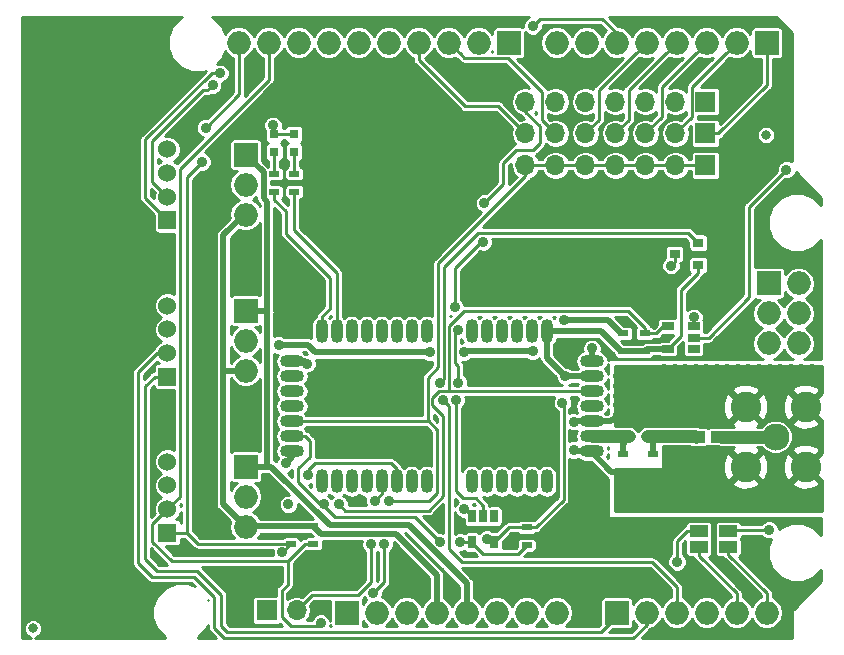
<source format=gtl>
G04 #@! TF.GenerationSoftware,KiCad,Pcbnew,5.0.1-33cea8e~68~ubuntu16.04.1*
G04 #@! TF.CreationDate,2018-11-26T08:07:25+01:00*
G04 #@! TF.ProjectId,wize-shield,77697A652D736869656C642E6B696361,RevA*
G04 #@! TF.SameCoordinates,Original*
G04 #@! TF.FileFunction,Copper,L1,Top,Signal*
G04 #@! TF.FilePolarity,Positive*
%FSLAX46Y46*%
G04 Gerber Fmt 4.6, Leading zero omitted, Abs format (unit mm)*
G04 Created by KiCad (PCBNEW 5.0.1-33cea8e~68~ubuntu16.04.1) date Mon 26 Nov 2018 08:07:25 AM CET*
%MOMM*%
%LPD*%
G01*
G04 APERTURE LIST*
G04 #@! TA.AperFunction,ComponentPad*
%ADD10O,1.700000X1.700000*%
G04 #@! TD*
G04 #@! TA.AperFunction,ComponentPad*
%ADD11R,1.700000X1.700000*%
G04 #@! TD*
G04 #@! TA.AperFunction,ComponentPad*
%ADD12R,2.000000X2.000000*%
G04 #@! TD*
G04 #@! TA.AperFunction,ComponentPad*
%ADD13O,2.000000X2.000000*%
G04 #@! TD*
G04 #@! TA.AperFunction,SMDPad,CuDef*
%ADD14O,1.016000X2.032000*%
G04 #@! TD*
G04 #@! TA.AperFunction,SMDPad,CuDef*
%ADD15O,2.032000X1.016000*%
G04 #@! TD*
G04 #@! TA.AperFunction,SMDPad,CuDef*
%ADD16R,0.900000X0.500000*%
G04 #@! TD*
G04 #@! TA.AperFunction,SMDPad,CuDef*
%ADD17R,0.500000X0.900000*%
G04 #@! TD*
G04 #@! TA.AperFunction,SMDPad,CuDef*
%ADD18R,1.500000X1.000000*%
G04 #@! TD*
G04 #@! TA.AperFunction,BGAPad,CuDef*
%ADD19C,0.800000*%
G04 #@! TD*
G04 #@! TA.AperFunction,SMDPad,CuDef*
%ADD20R,0.650000X1.060000*%
G04 #@! TD*
G04 #@! TA.AperFunction,SMDPad,CuDef*
%ADD21R,1.060000X0.650000*%
G04 #@! TD*
G04 #@! TA.AperFunction,ComponentPad*
%ADD22C,2.600000*%
G04 #@! TD*
G04 #@! TA.AperFunction,ComponentPad*
%ADD23C,2.300000*%
G04 #@! TD*
G04 #@! TA.AperFunction,SMDPad,CuDef*
%ADD24R,0.900000X0.800000*%
G04 #@! TD*
G04 #@! TA.AperFunction,ComponentPad*
%ADD25R,1.524000X1.524000*%
G04 #@! TD*
G04 #@! TA.AperFunction,ComponentPad*
%ADD26C,1.524000*%
G04 #@! TD*
G04 #@! TA.AperFunction,SMDPad,CuDef*
%ADD27R,1.100000X1.100000*%
G04 #@! TD*
G04 #@! TA.AperFunction,SMDPad,CuDef*
%ADD28R,0.797560X0.797560*%
G04 #@! TD*
G04 #@! TA.AperFunction,SMDPad,CuDef*
%ADD29R,1.000000X1.000000*%
G04 #@! TD*
G04 #@! TA.AperFunction,SMDPad,CuDef*
%ADD30R,1.000000X2.200000*%
G04 #@! TD*
G04 #@! TA.AperFunction,ViaPad*
%ADD31C,0.889000*%
G04 #@! TD*
G04 #@! TA.AperFunction,Conductor*
%ADD32C,0.250000*%
G04 #@! TD*
G04 #@! TA.AperFunction,Conductor*
%ADD33C,0.500000*%
G04 #@! TD*
G04 #@! TA.AperFunction,Conductor*
%ADD34C,1.100000*%
G04 #@! TD*
G04 #@! TA.AperFunction,Conductor*
%ADD35C,0.254000*%
G04 #@! TD*
G04 #@! TA.AperFunction,NonConductor*
%ADD36C,0.254000*%
G04 #@! TD*
G04 APERTURE END LIST*
D10*
G04 #@! TO.P,J13,2*
G04 #@! TO.N,/DD*
X120230000Y-116660000D03*
D11*
G04 #@! TO.P,J13,1*
G04 #@! TO.N,/DC*
X117690000Y-116660000D03*
G04 #@! TD*
D12*
G04 #@! TO.P,J10,1*
G04 #@! TO.N,Net-(J10-Pad1)*
X138180000Y-68580000D03*
D13*
G04 #@! TO.P,J10,2*
G04 #@! TO.N,Net-(J10-Pad2)*
X135640000Y-68580000D03*
G04 #@! TO.P,J10,3*
G04 #@! TO.N,/D10*
X133100000Y-68580000D03*
G04 #@! TO.P,J10,4*
G04 #@! TO.N,/D11*
X130560000Y-68580000D03*
G04 #@! TO.P,J10,5*
G04 #@! TO.N,Net-(J10-Pad5)*
X128020000Y-68580000D03*
G04 #@! TO.P,J10,6*
G04 #@! TO.N,Net-(J10-Pad6)*
X125480000Y-68580000D03*
G04 #@! TO.P,J10,7*
G04 #@! TO.N,Net-(J10-Pad7)*
X122940000Y-68580000D03*
G04 #@! TO.P,J10,8*
G04 #@! TO.N,Net-(J10-Pad8)*
X120400000Y-68580000D03*
G04 #@! TO.P,J10,9*
G04 #@! TO.N,/SDA*
X117860000Y-68580000D03*
G04 #@! TO.P,J10,10*
G04 #@! TO.N,/SCL*
X115320000Y-68580000D03*
G04 #@! TD*
D14*
G04 #@! TO.P,U2,15*
G04 #@! TO.N,Net-(U2-Pad15)*
X122360000Y-105730000D03*
G04 #@! TO.P,U2,16*
G04 #@! TO.N,Net-(U2-Pad16)*
X123630000Y-105730000D03*
G04 #@! TO.P,U2,18*
G04 #@! TO.N,Net-(U2-Pad18)*
X126170000Y-105730000D03*
G04 #@! TO.P,U2,17*
G04 #@! TO.N,Net-(U2-Pad17)*
X124900000Y-105730000D03*
G04 #@! TO.P,U2,21*
G04 #@! TO.N,Net-(U2-Pad21)*
X129980000Y-105730000D03*
G04 #@! TO.P,U2,22*
G04 #@! TO.N,Net-(U2-Pad22)*
X131250000Y-105730000D03*
G04 #@! TO.P,U2,20*
G04 #@! TO.N,/DC*
X128710000Y-105730000D03*
G04 #@! TO.P,U2,19*
G04 #@! TO.N,/DD*
X127440000Y-105730000D03*
G04 #@! TO.P,U2,36*
G04 #@! TO.N,Net-(U2-Pad36)*
X137600000Y-105730000D03*
G04 #@! TO.P,U2,38*
G04 #@! TO.N,Net-(U2-Pad38)*
X138870000Y-105730000D03*
G04 #@! TO.P,U2,42*
G04 #@! TO.N,Net-(U2-Pad42)*
X141410000Y-105730000D03*
G04 #@! TO.P,U2,40*
G04 #@! TO.N,Net-(U2-Pad40)*
X140140000Y-105730000D03*
G04 #@! TO.P,U2,32*
G04 #@! TO.N,Net-(U2-Pad32)*
X135060000Y-105730000D03*
G04 #@! TO.P,U2,34*
G04 #@! TO.N,Net-(U2-Pad34)*
X136330000Y-105730000D03*
G04 #@! TO.P,U2,33*
G04 #@! TO.N,Net-(U2-Pad33)*
X136330000Y-93030000D03*
G04 #@! TO.P,U2,31*
G04 #@! TO.N,Net-(U2-Pad31)*
X135060000Y-93030000D03*
G04 #@! TO.P,U2,39*
G04 #@! TO.N,Net-(U2-Pad39)*
X140140000Y-93030000D03*
G04 #@! TO.P,U2,41*
G04 #@! TO.N,/RC_VCC*
X141410000Y-93030000D03*
G04 #@! TO.P,U2,37*
G04 #@! TO.N,Net-(U2-Pad37)*
X138870000Y-93030000D03*
G04 #@! TO.P,U2,35*
G04 #@! TO.N,Net-(U2-Pad35)*
X137600000Y-93030000D03*
G04 #@! TO.P,U2,26*
G04 #@! TO.N,Net-(U2-Pad26)*
X127440000Y-93030000D03*
G04 #@! TO.P,U2,25*
G04 #@! TO.N,Net-(U2-Pad25)*
X128710000Y-93030000D03*
G04 #@! TO.P,U2,23*
G04 #@! TO.N,Net-(U2-Pad23)*
X131250000Y-93030000D03*
G04 #@! TO.P,U2,24*
G04 #@! TO.N,Net-(U2-Pad24)*
X129980000Y-93030000D03*
G04 #@! TO.P,U2,28*
G04 #@! TO.N,Net-(U2-Pad28)*
X124900000Y-93030000D03*
G04 #@! TO.P,U2,27*
G04 #@! TO.N,Net-(U2-Pad27)*
X126170000Y-93030000D03*
G04 #@! TO.P,U2,29*
G04 #@! TO.N,Net-(R3-Pad2)*
X123630000Y-93030000D03*
G04 #@! TO.P,U2,30*
G04 #@! TO.N,Net-(R2-Pad2)*
X122360000Y-93030000D03*
D15*
G04 #@! TO.P,U2,11*
G04 #@! TO.N,Net-(U2-Pad11)*
X145220000Y-99380000D03*
G04 #@! TO.P,U2,12*
G04 #@! TO.N,/~RESET~*
X145220000Y-98110000D03*
G04 #@! TO.P,U2,13*
G04 #@! TO.N,/RC_VCC*
X145220000Y-96840000D03*
G04 #@! TO.P,U2,14*
G04 #@! TO.N,GND*
X145220000Y-95570000D03*
G04 #@! TO.P,U2,10*
X145220000Y-100650000D03*
G04 #@! TO.P,U2,9*
G04 #@! TO.N,Net-(R7-Pad1)*
X145220000Y-101920000D03*
G04 #@! TO.P,U2,8*
G04 #@! TO.N,GND*
X145220000Y-103190000D03*
G04 #@! TO.P,U2,7*
X119820000Y-103190000D03*
G04 #@! TO.P,U2,6*
G04 #@! TO.N,/RXD*
X119820000Y-101920000D03*
G04 #@! TO.P,U2,5*
G04 #@! TO.N,/TXD*
X119820000Y-100650000D03*
G04 #@! TO.P,U2,1*
G04 #@! TO.N,GND*
X119820000Y-95570000D03*
G04 #@! TO.P,U2,2*
G04 #@! TO.N,Net-(U2-Pad2)*
X119820000Y-96840000D03*
G04 #@! TO.P,U2,3*
G04 #@! TO.N,Net-(U2-Pad3)*
X119820000Y-98110000D03*
G04 #@! TO.P,U2,4*
G04 #@! TO.N,Net-(U2-Pad4)*
X119820000Y-99380000D03*
G04 #@! TD*
D16*
G04 #@! TO.P,R7,2*
G04 #@! TO.N,GND*
X147820000Y-104930000D03*
G04 #@! TO.P,R7,1*
G04 #@! TO.N,Net-(R7-Pad1)*
X147820000Y-103430000D03*
G04 #@! TD*
D12*
G04 #@! TO.P,J6,1*
G04 #@! TO.N,+5V*
X115920000Y-91280000D03*
D13*
G04 #@! TO.P,J6,2*
G04 #@! TO.N,Net-(J6-Pad2)*
X115920000Y-93820000D03*
G04 #@! TO.P,J6,3*
G04 #@! TO.N,+3.3V*
X115920000Y-96360000D03*
G04 #@! TD*
D11*
G04 #@! TO.P,J17,1*
G04 #@! TO.N,/D0*
X154835000Y-76280000D03*
D10*
G04 #@! TO.P,J17,2*
G04 #@! TO.N,/D1*
X152295000Y-76280000D03*
G04 #@! TO.P,J17,3*
G04 #@! TO.N,/D2*
X149755000Y-76280000D03*
G04 #@! TO.P,J17,4*
G04 #@! TO.N,/D3*
X147215000Y-76280000D03*
G04 #@! TO.P,J17,5*
G04 #@! TO.N,/D4*
X144675000Y-76280000D03*
G04 #@! TO.P,J17,6*
G04 #@! TO.N,/D10*
X142135000Y-76280000D03*
G04 #@! TO.P,J17,7*
G04 #@! TO.N,/D11*
X139595000Y-76280000D03*
G04 #@! TD*
D16*
G04 #@! TO.P,R10,1*
G04 #@! TO.N,Net-(J4-Pad2)*
X150420000Y-103430000D03*
G04 #@! TO.P,R10,2*
G04 #@! TO.N,GND*
X150420000Y-104930000D03*
G04 #@! TD*
D11*
G04 #@! TO.P,J14,1*
G04 #@! TO.N,/TXD*
X154835000Y-78980000D03*
D10*
G04 #@! TO.P,J14,2*
X152295000Y-78980000D03*
G04 #@! TO.P,J14,3*
X149755000Y-78980000D03*
G04 #@! TO.P,J14,4*
X147215000Y-78980000D03*
G04 #@! TO.P,J14,5*
X144675000Y-78980000D03*
G04 #@! TO.P,J14,6*
X142135000Y-78980000D03*
G04 #@! TO.P,J14,7*
X139595000Y-78980000D03*
G04 #@! TD*
D13*
G04 #@! TO.P,J19,3*
G04 #@! TO.N,+3.3V*
X115920000Y-109560000D03*
G04 #@! TO.P,J19,2*
G04 #@! TO.N,Net-(J19-Pad2)*
X115920000Y-107020000D03*
D12*
G04 #@! TO.P,J19,1*
G04 #@! TO.N,+5V*
X115920000Y-104480000D03*
G04 #@! TD*
G04 #@! TO.P,J20,1*
G04 #@! TO.N,+5V*
X115920000Y-78080000D03*
D13*
G04 #@! TO.P,J20,2*
G04 #@! TO.N,Net-(J20-Pad2)*
X115920000Y-80620000D03*
G04 #@! TO.P,J20,3*
G04 #@! TO.N,+3.3V*
X115920000Y-83160000D03*
G04 #@! TD*
D10*
G04 #@! TO.P,J18,7*
G04 #@! TO.N,/RXD_A*
X139595000Y-73580000D03*
G04 #@! TO.P,J18,6*
X142135000Y-73580000D03*
G04 #@! TO.P,J18,5*
X144675000Y-73580000D03*
G04 #@! TO.P,J18,4*
X147215000Y-73580000D03*
G04 #@! TO.P,J18,3*
X149755000Y-73580000D03*
G04 #@! TO.P,J18,2*
X152295000Y-73580000D03*
D11*
G04 #@! TO.P,J18,1*
X154835000Y-73580000D03*
G04 #@! TD*
D17*
G04 #@! TO.P,R8,1*
G04 #@! TO.N,Net-(J4-Pad2)*
X149870000Y-101880000D03*
G04 #@! TO.P,R8,2*
G04 #@! TO.N,Net-(R7-Pad1)*
X148370000Y-101880000D03*
G04 #@! TD*
D18*
G04 #@! TO.P,JP16,2*
G04 #@! TO.N,/SCL*
X156780000Y-109970000D03*
G04 #@! TO.P,JP16,1*
G04 #@! TO.N,Net-(J2-Pad6)*
X156780000Y-111270000D03*
G04 #@! TD*
D19*
G04 #@! TO.P,FD1,*
G04 #@! TO.N,*
X97920000Y-118190000D03*
G04 #@! TD*
G04 #@! TO.P,FD2,*
G04 #@! TO.N,*
X159960000Y-76390000D03*
G04 #@! TD*
D20*
G04 #@! TO.P,U1,1*
G04 #@! TO.N,Net-(U1-Pad1)*
X136970000Y-108680000D03*
G04 #@! TO.P,U1,2*
G04 #@! TO.N,/RXD_A*
X136020000Y-108680000D03*
G04 #@! TO.P,U1,3*
G04 #@! TO.N,GND*
X135070000Y-108680000D03*
G04 #@! TO.P,U1,4*
G04 #@! TO.N,/RXD*
X135070000Y-110880000D03*
G04 #@! TO.P,U1,5*
G04 #@! TO.N,/RC_VCC*
X136970000Y-110880000D03*
G04 #@! TD*
D21*
G04 #@! TO.P,U4,1*
G04 #@! TO.N,Net-(U4-Pad1)*
X153830000Y-94520000D03*
G04 #@! TO.P,U4,2*
G04 #@! TO.N,/~RESET_A~*
X153830000Y-93570000D03*
G04 #@! TO.P,U4,3*
G04 #@! TO.N,GND*
X153830000Y-92620000D03*
G04 #@! TO.P,U4,4*
G04 #@! TO.N,/~RESET~*
X151630000Y-92620000D03*
G04 #@! TO.P,U4,5*
G04 #@! TO.N,/RC_VCC*
X151630000Y-94520000D03*
G04 #@! TD*
D12*
G04 #@! TO.P,J11,1*
G04 #@! TO.N,/D0*
X160020000Y-68580000D03*
D13*
G04 #@! TO.P,J11,2*
G04 #@! TO.N,/D1*
X157480000Y-68580000D03*
G04 #@! TO.P,J11,3*
G04 #@! TO.N,/D2*
X154940000Y-68580000D03*
G04 #@! TO.P,J11,4*
G04 #@! TO.N,/D3*
X152400000Y-68580000D03*
G04 #@! TO.P,J11,5*
G04 #@! TO.N,/D4*
X149860000Y-68580000D03*
G04 #@! TO.P,J11,6*
G04 #@! TO.N,/D5*
X147320000Y-68580000D03*
G04 #@! TO.P,J11,7*
G04 #@! TO.N,/D6*
X144780000Y-68580000D03*
G04 #@! TO.P,J11,8*
G04 #@! TO.N,/~RESET_A~*
X142240000Y-68580000D03*
G04 #@! TD*
D12*
G04 #@! TO.P,J1,1*
G04 #@! TO.N,Net-(J1-Pad1)*
X124460000Y-116840000D03*
D13*
G04 #@! TO.P,J1,2*
G04 #@! TO.N,Net-(J1-Pad2)*
X127000000Y-116840000D03*
G04 #@! TO.P,J1,3*
G04 #@! TO.N,Net-(J1-Pad3)*
X129540000Y-116840000D03*
G04 #@! TO.P,J1,4*
G04 #@! TO.N,+3.3V*
X132080000Y-116840000D03*
G04 #@! TO.P,J1,5*
G04 #@! TO.N,+5V*
X134620000Y-116840000D03*
G04 #@! TO.P,J1,6*
G04 #@! TO.N,GND*
X137160000Y-116840000D03*
G04 #@! TO.P,J1,7*
X139700000Y-116840000D03*
G04 #@! TO.P,J1,8*
G04 #@! TO.N,Net-(J1-Pad8)*
X142240000Y-116840000D03*
G04 #@! TD*
D12*
G04 #@! TO.P,J2,1*
G04 #@! TO.N,/A0*
X147320000Y-116840000D03*
D13*
G04 #@! TO.P,J2,2*
G04 #@! TO.N,/A1*
X149860000Y-116840000D03*
G04 #@! TO.P,J2,3*
G04 #@! TO.N,/TEMP*
X152400000Y-116840000D03*
G04 #@! TO.P,J2,4*
G04 #@! TO.N,Net-(J2-Pad4)*
X154940000Y-116840000D03*
G04 #@! TO.P,J2,5*
G04 #@! TO.N,Net-(J2-Pad5)*
X157480000Y-116840000D03*
G04 #@! TO.P,J2,6*
G04 #@! TO.N,Net-(J2-Pad6)*
X160020000Y-116840000D03*
G04 #@! TD*
D12*
G04 #@! TO.P,J12,1*
G04 #@! TO.N,Net-(J12-Pad1)*
X160190000Y-88960000D03*
D13*
G04 #@! TO.P,J12,2*
G04 #@! TO.N,Net-(J12-Pad2)*
X162730000Y-88960000D03*
G04 #@! TO.P,J12,3*
G04 #@! TO.N,Net-(J12-Pad3)*
X160190000Y-91500000D03*
G04 #@! TO.P,J12,4*
G04 #@! TO.N,Net-(J12-Pad4)*
X162730000Y-91500000D03*
G04 #@! TO.P,J12,5*
G04 #@! TO.N,Net-(J12-Pad5)*
X160190000Y-94040000D03*
G04 #@! TO.P,J12,6*
G04 #@! TO.N,Net-(J12-Pad6)*
X162730000Y-94040000D03*
G04 #@! TD*
D22*
G04 #@! TO.P,J5,2*
G04 #@! TO.N,GND*
X158230000Y-104490000D03*
X158230000Y-99410000D03*
X163310000Y-99410000D03*
X163310000Y-104490000D03*
D23*
G04 #@! TO.P,J5,1*
G04 #@! TO.N,Net-(J5-Pad1)*
X160770000Y-101950000D03*
G04 #@! TD*
D24*
G04 #@! TO.P,U3,3*
G04 #@! TO.N,GND*
X152220000Y-86480000D03*
G04 #@! TO.P,U3,1*
G04 #@! TO.N,/RC_VCC*
X154220000Y-87430000D03*
G04 #@! TO.P,U3,2*
G04 #@! TO.N,/TEMP*
X154220000Y-85530000D03*
G04 #@! TD*
D25*
G04 #@! TO.P,J9,1*
G04 #@! TO.N,/D5*
X109290000Y-83630000D03*
D26*
G04 #@! TO.P,J9,2*
G04 #@! TO.N,/D6*
X109290000Y-81630000D03*
G04 #@! TO.P,J9,3*
G04 #@! TO.N,Net-(J20-Pad2)*
X109290000Y-79630000D03*
G04 #@! TO.P,J9,4*
G04 #@! TO.N,GND*
X109290000Y-77630000D03*
G04 #@! TD*
D25*
G04 #@! TO.P,J8,1*
G04 #@! TO.N,/A0*
X109290000Y-96860000D03*
D26*
G04 #@! TO.P,J8,2*
G04 #@! TO.N,/A1*
X109290000Y-94860000D03*
G04 #@! TO.P,J8,3*
G04 #@! TO.N,Net-(J6-Pad2)*
X109290000Y-92860000D03*
G04 #@! TO.P,J8,4*
G04 #@! TO.N,GND*
X109290000Y-90860000D03*
G04 #@! TD*
D25*
G04 #@! TO.P,J7,1*
G04 #@! TO.N,/SCL*
X109290000Y-110080000D03*
D26*
G04 #@! TO.P,J7,2*
G04 #@! TO.N,/SDA*
X109290000Y-108080000D03*
G04 #@! TO.P,J7,3*
G04 #@! TO.N,Net-(J19-Pad2)*
X109290000Y-106080000D03*
G04 #@! TO.P,J7,4*
G04 #@! TO.N,GND*
X109290000Y-104080000D03*
G04 #@! TD*
D16*
G04 #@! TO.P,R6,1*
G04 #@! TO.N,/SDA*
X121620000Y-111030000D03*
G04 #@! TO.P,R6,2*
G04 #@! TO.N,+3.3V*
X121620000Y-109530000D03*
G04 #@! TD*
G04 #@! TO.P,L1,1*
G04 #@! TO.N,+3.3V*
X147890000Y-93210000D03*
G04 #@! TO.P,L1,2*
G04 #@! TO.N,/RC_VCC*
X147890000Y-94710000D03*
G04 #@! TD*
G04 #@! TO.P,R1,1*
G04 #@! TO.N,/RXD*
X139720000Y-111130000D03*
G04 #@! TO.P,R1,2*
G04 #@! TO.N,/RC_VCC*
X139720000Y-109630000D03*
G04 #@! TD*
G04 #@! TO.P,R2,1*
G04 #@! TO.N,Net-(D1-Pad1)*
X118330000Y-79710000D03*
G04 #@! TO.P,R2,2*
G04 #@! TO.N,Net-(R2-Pad2)*
X118330000Y-81210000D03*
G04 #@! TD*
G04 #@! TO.P,R3,1*
G04 #@! TO.N,Net-(D2-Pad1)*
X120020000Y-79700000D03*
G04 #@! TO.P,R3,2*
G04 #@! TO.N,Net-(R3-Pad2)*
X120020000Y-81200000D03*
G04 #@! TD*
G04 #@! TO.P,R4,1*
G04 #@! TO.N,/~RESET~*
X149700000Y-93210000D03*
G04 #@! TO.P,R4,2*
G04 #@! TO.N,/RC_VCC*
X149700000Y-94710000D03*
G04 #@! TD*
G04 #@! TO.P,R5,1*
G04 #@! TO.N,/SCL*
X119720000Y-111030000D03*
G04 #@! TO.P,R5,2*
G04 #@! TO.N,+3.3V*
X119720000Y-109530000D03*
G04 #@! TD*
D18*
G04 #@! TO.P,JP15,2*
G04 #@! TO.N,/SDA*
X154280000Y-109970000D03*
G04 #@! TO.P,JP15,1*
G04 #@! TO.N,Net-(J2-Pad5)*
X154280000Y-111270000D03*
G04 #@! TD*
D27*
G04 #@! TO.P,R9,1*
G04 #@! TO.N,Net-(J5-Pad1)*
X155790000Y-101950000D03*
G04 #@! TO.P,R9,2*
G04 #@! TO.N,Net-(J4-Pad2)*
X154290000Y-101950000D03*
G04 #@! TD*
D28*
G04 #@! TO.P,D2,2*
G04 #@! TO.N,GND*
X120020000Y-76350700D03*
G04 #@! TO.P,D2,1*
G04 #@! TO.N,Net-(D2-Pad1)*
X120020000Y-77849300D03*
G04 #@! TD*
G04 #@! TO.P,D1,2*
G04 #@! TO.N,GND*
X118330000Y-76360700D03*
G04 #@! TO.P,D1,1*
G04 #@! TO.N,Net-(D1-Pad1)*
X118330000Y-77859300D03*
G04 #@! TD*
D29*
G04 #@! TO.P,J4,2*
G04 #@! TO.N,Net-(J4-Pad2)*
X154040000Y-102000000D03*
D30*
G04 #@! TO.P,J4,1*
G04 #@! TO.N,GND*
X152540000Y-103770000D03*
G04 #@! TO.P,J4,3*
X155540000Y-103770000D03*
G04 #@! TD*
D31*
G04 #@! TO.N,GND*
X163820000Y-96260000D03*
X162930000Y-96260000D03*
X162040000Y-96260000D03*
X161150000Y-96260000D03*
X160260000Y-96260000D03*
X159360000Y-96260000D03*
X158480000Y-96260000D03*
X157590000Y-96250000D03*
X156700000Y-96250000D03*
X155810000Y-96260000D03*
X154910000Y-96260000D03*
X154020000Y-96260000D03*
X153130000Y-96250000D03*
X152240000Y-96250000D03*
X151330000Y-96260000D03*
X153850000Y-91840000D03*
X150480000Y-107930000D03*
X151380000Y-107940000D03*
X152280000Y-107930000D03*
X153180000Y-107930000D03*
X154070000Y-107930000D03*
X154960000Y-107930000D03*
X155830000Y-107940000D03*
X162080000Y-107930000D03*
X162970000Y-107930000D03*
X163860000Y-107940000D03*
X156720000Y-107930000D03*
X157620000Y-107930000D03*
X158510000Y-107930000D03*
X159400000Y-107930000D03*
X160290000Y-107940000D03*
X161180000Y-107930000D03*
X118220000Y-75580000D03*
X145220000Y-94480000D03*
X149620000Y-107880000D03*
X148720000Y-107880000D03*
X147920000Y-107880000D03*
X147520000Y-107180000D03*
X147520000Y-106380000D03*
X147520000Y-105580000D03*
X150520000Y-96280000D03*
X149720000Y-96280000D03*
X148920000Y-96280000D03*
X148120000Y-96280000D03*
X147420000Y-96780000D03*
X147420000Y-97680000D03*
X147420000Y-98480000D03*
X147420000Y-99280000D03*
X147420000Y-100080000D03*
X143720000Y-100680000D03*
X143720000Y-103080000D03*
X151920000Y-87480000D03*
X121120000Y-95780000D03*
X119320000Y-104180000D03*
X119520000Y-107680000D03*
X134420000Y-108080000D03*
G04 #@! TO.N,+3.3V*
X118695000Y-94180000D03*
X131495000Y-94805000D03*
X134420000Y-94780000D03*
X140195000Y-94730000D03*
X142845000Y-92105000D03*
G04 #@! TO.N,/RC_VCC*
X142720000Y-99080000D03*
X142980000Y-96840000D03*
X136320000Y-110630000D03*
G04 #@! TO.N,/DC*
X121195000Y-105205000D03*
G04 #@! TO.N,/DD*
X126820000Y-107380000D03*
X126520000Y-111080000D03*
G04 #@! TO.N,/RXD*
X122520000Y-107680000D03*
X132370000Y-110855000D03*
X134045000Y-110880000D03*
G04 #@! TO.N,/TXD*
X126720000Y-115180000D03*
X128020000Y-107380000D03*
X127620000Y-111055000D03*
G04 #@! TO.N,/~RESET~*
X123820000Y-107680000D03*
G04 #@! TO.N,/RXD_A*
X133720000Y-98880000D03*
X133920000Y-97380000D03*
X133920000Y-92880000D03*
X133620000Y-90980000D03*
X136020000Y-85480000D03*
X136120000Y-82180000D03*
G04 #@! TO.N,/TEMP*
X132320000Y-97380000D03*
X132620000Y-98880000D03*
G04 #@! TO.N,/~RESET_A~*
X161690000Y-79350000D03*
G04 #@! TO.N,/SCL*
X112220000Y-78680000D03*
X112520000Y-75780000D03*
X119020000Y-111730000D03*
X160230000Y-109830000D03*
G04 #@! TO.N,/SDA*
X122270000Y-117730000D03*
X152440000Y-112550000D03*
G04 #@! TO.N,/D6*
X113120000Y-72180000D03*
G04 #@! TO.N,/D5*
X140220000Y-67180000D03*
X113720000Y-71180000D03*
G04 #@! TD*
D32*
G04 #@! TO.N,GND*
X162930000Y-96260000D02*
X163820000Y-96260000D01*
X161150000Y-96260000D02*
X162040000Y-96260000D01*
X159360000Y-96260000D02*
X160260000Y-96260000D01*
X157600000Y-96260000D02*
X158480000Y-96260000D01*
X157590000Y-96250000D02*
X157600000Y-96260000D01*
X155820000Y-96250000D02*
X156700000Y-96250000D01*
X155810000Y-96260000D02*
X155820000Y-96250000D01*
X154020000Y-96260000D02*
X154910000Y-96260000D01*
X152240000Y-96250000D02*
X153130000Y-96250000D01*
X153830000Y-92620000D02*
X153830000Y-91860000D01*
X153830000Y-91860000D02*
X153850000Y-91840000D01*
X118330000Y-76360700D02*
X120010000Y-76360700D01*
X120010000Y-76360700D02*
X120020000Y-76350700D01*
X151380000Y-107940000D02*
X151390000Y-107930000D01*
X151390000Y-107930000D02*
X152280000Y-107930000D01*
X153180000Y-107930000D02*
X154070000Y-107930000D01*
X154960000Y-107930000D02*
X154970000Y-107940000D01*
X154970000Y-107940000D02*
X155830000Y-107940000D01*
X162080000Y-107930000D02*
X162970000Y-107930000D01*
X164040000Y-107760000D02*
X164040000Y-107660000D01*
X156720000Y-107930000D02*
X157620000Y-107930000D01*
X158510000Y-107930000D02*
X159400000Y-107930000D01*
X160290000Y-107940000D02*
X160300000Y-107930000D01*
X163860000Y-107940000D02*
X164040000Y-107760000D01*
X160300000Y-107930000D02*
X161180000Y-107930000D01*
X118330000Y-75690000D02*
X118220000Y-75580000D01*
X118330000Y-76360700D02*
X118330000Y-75690000D01*
D33*
X145220000Y-95570000D02*
X145220000Y-94480000D01*
X145220000Y-103190000D02*
X145220000Y-103280000D01*
X146870000Y-104930000D02*
X147820000Y-104930000D01*
X145220000Y-103280000D02*
X146870000Y-104930000D01*
D32*
X149570000Y-107930000D02*
X149520000Y-107880000D01*
X150480000Y-107930000D02*
X149570000Y-107930000D01*
X149520000Y-107880000D02*
X148720000Y-107880000D01*
X148720000Y-107880000D02*
X147920000Y-107880000D01*
X147520000Y-107180000D02*
X147520000Y-106380000D01*
X147520000Y-105230000D02*
X147820000Y-104930000D01*
X147520000Y-105580000D02*
X147520000Y-105230000D01*
X150540000Y-96260000D02*
X150520000Y-96280000D01*
X151330000Y-96260000D02*
X150540000Y-96260000D01*
X149720000Y-96280000D02*
X148920000Y-96280000D01*
X147920000Y-96280000D02*
X147420000Y-96780000D01*
X148120000Y-96280000D02*
X147920000Y-96280000D01*
X147420000Y-97680000D02*
X147420000Y-98480000D01*
X147420000Y-99280000D02*
X147420000Y-100080000D01*
D33*
X146850000Y-100650000D02*
X147420000Y-100080000D01*
X145220000Y-100650000D02*
X146850000Y-100650000D01*
X143750000Y-100650000D02*
X143720000Y-100680000D01*
X145220000Y-100650000D02*
X143750000Y-100650000D01*
X143830000Y-103190000D02*
X143720000Y-103080000D01*
X145220000Y-103190000D02*
X143830000Y-103190000D01*
D32*
X152220000Y-87180000D02*
X151920000Y-87480000D01*
X152220000Y-86480000D02*
X152220000Y-87180000D01*
D33*
X120910000Y-95570000D02*
X121120000Y-95780000D01*
X119820000Y-95570000D02*
X120910000Y-95570000D01*
X119820000Y-103680000D02*
X119320000Y-104180000D01*
X119820000Y-103190000D02*
X119820000Y-103680000D01*
D32*
X134470000Y-108080000D02*
X135070000Y-108680000D01*
X134420000Y-108080000D02*
X134470000Y-108080000D01*
D33*
G04 #@! TO.N,+3.3V*
X115920000Y-83160000D02*
X115740000Y-83160000D01*
X115740000Y-83160000D02*
X114020000Y-84880000D01*
X114020000Y-107660000D02*
X115920000Y-109560000D01*
X114040000Y-96360000D02*
X114020000Y-96380000D01*
X115920000Y-96360000D02*
X114040000Y-96360000D01*
X114020000Y-96380000D02*
X114020000Y-107660000D01*
X114020000Y-84880000D02*
X114020000Y-96380000D01*
X121620000Y-109530000D02*
X119720000Y-109530000D01*
X115950000Y-109530000D02*
X115920000Y-109560000D01*
X119720000Y-109530000D02*
X115950000Y-109530000D01*
X118695000Y-94180000D02*
X121170000Y-94180000D01*
X121170000Y-94180000D02*
X121795000Y-94805000D01*
X121795000Y-94805000D02*
X131495000Y-94805000D01*
X134470000Y-94730000D02*
X140195000Y-94730000D01*
X134420000Y-94780000D02*
X134470000Y-94730000D01*
X142845000Y-92105000D02*
X142870000Y-92080000D01*
X122245000Y-110155000D02*
X121620000Y-109530000D01*
X132080000Y-113640000D02*
X128595000Y-110155000D01*
X128595000Y-110155000D02*
X122245000Y-110155000D01*
X132080000Y-116840000D02*
X132080000Y-113640000D01*
X147690000Y-93210000D02*
X146585000Y-92105000D01*
X143473617Y-92105000D02*
X142845000Y-92105000D01*
X146585000Y-92105000D02*
X143473617Y-92105000D01*
X147890000Y-93210000D02*
X147690000Y-93210000D01*
D32*
G04 #@! TO.N,Net-(D1-Pad1)*
X118330000Y-77859300D02*
X118330000Y-79710000D01*
G04 #@! TO.N,Net-(D2-Pad1)*
X120020000Y-77849300D02*
X120020000Y-79700000D01*
D33*
G04 #@! TO.N,/RC_VCC*
X149700000Y-94710000D02*
X147890000Y-94710000D01*
X151630000Y-94520000D02*
X149890000Y-94520000D01*
X149890000Y-94520000D02*
X149700000Y-94710000D01*
X141410000Y-93030000D02*
X141410000Y-95270000D01*
X142980000Y-96840000D02*
X145220000Y-96840000D01*
X141410000Y-95270000D02*
X142980000Y-96840000D01*
D32*
X139720000Y-109630000D02*
X140470000Y-109630000D01*
X140470000Y-109630000D02*
X142820000Y-107280000D01*
X142820000Y-99180000D02*
X142720000Y-99080000D01*
X142820000Y-107280000D02*
X142820000Y-99180000D01*
X154220000Y-87430000D02*
X154220000Y-88080000D01*
X152760000Y-93390000D02*
X151630000Y-94520000D01*
X136970000Y-110880000D02*
X136970000Y-110830000D01*
X138170000Y-109630000D02*
X139720000Y-109630000D01*
X136970000Y-110830000D02*
X138170000Y-109630000D01*
X136970000Y-110880000D02*
X136820000Y-110880000D01*
X136570000Y-110880000D02*
X136970000Y-110880000D01*
X136320000Y-110630000D02*
X136570000Y-110880000D01*
D33*
X147690000Y-94710000D02*
X147890000Y-94710000D01*
X146010000Y-93030000D02*
X147690000Y-94710000D01*
X141410000Y-93030000D02*
X146010000Y-93030000D01*
D32*
X152760000Y-89540000D02*
X154220000Y-88080000D01*
X152760000Y-93390000D02*
X152760000Y-89540000D01*
G04 #@! TO.N,/DC*
X128710000Y-104670000D02*
X128710000Y-105730000D01*
X121820000Y-104180000D02*
X128220000Y-104180000D01*
X121195000Y-104805000D02*
X121820000Y-104180000D01*
X128220000Y-104180000D02*
X128710000Y-104670000D01*
X121195000Y-105205000D02*
X121195000Y-104805000D01*
G04 #@! TO.N,/DD*
X127440000Y-106760000D02*
X126820000Y-107380000D01*
X127440000Y-105730000D02*
X127440000Y-106760000D01*
X121510000Y-115380000D02*
X120230000Y-116660000D01*
X125420000Y-115380000D02*
X121510000Y-115380000D01*
X126520000Y-114280000D02*
X125420000Y-115380000D01*
X126520000Y-111080000D02*
X126520000Y-114280000D01*
G04 #@! TO.N,/RXD*
X135070000Y-110880000D02*
X135070000Y-110930000D01*
X135070000Y-110930000D02*
X136020000Y-111880000D01*
X138970000Y-111880000D02*
X139720000Y-111130000D01*
X136020000Y-111880000D02*
X138970000Y-111880000D01*
X120960000Y-101920000D02*
X119820000Y-101920000D01*
X121320000Y-102280000D02*
X120960000Y-101920000D01*
X121320000Y-103680000D02*
X121320000Y-102280000D01*
X122220000Y-107680000D02*
X120370000Y-105830000D01*
X120370000Y-105830000D02*
X120370000Y-104630000D01*
X122520000Y-107680000D02*
X122220000Y-107680000D01*
X120370000Y-104630000D02*
X121320000Y-103680000D01*
X122520000Y-107680000D02*
X122520000Y-107805000D01*
X122520000Y-107805000D02*
X123445000Y-108730000D01*
X130245000Y-108730000D02*
X132370000Y-110855000D01*
X123445000Y-108730000D02*
X130245000Y-108730000D01*
X134045000Y-110880000D02*
X135070000Y-110880000D01*
G04 #@! TO.N,/TXD*
X154835000Y-78980000D02*
X152295000Y-78980000D01*
X152295000Y-78980000D02*
X149755000Y-78980000D01*
X149755000Y-78980000D02*
X147215000Y-78980000D01*
X147215000Y-78980000D02*
X144675000Y-78980000D01*
X144675000Y-78980000D02*
X142135000Y-78980000D01*
X142135000Y-78980000D02*
X139595000Y-78980000D01*
X127850000Y-100650000D02*
X119820000Y-100650000D01*
X130290000Y-100650000D02*
X127850000Y-100650000D01*
X131390000Y-100650000D02*
X130290000Y-100650000D01*
X128020000Y-107380000D02*
X131420000Y-107380000D01*
X131420000Y-107380000D02*
X132120000Y-106680000D01*
X132120000Y-106680000D02*
X132120000Y-101380000D01*
X132120000Y-101380000D02*
X131390000Y-100650000D01*
X139595000Y-79905000D02*
X139595000Y-78980000D01*
X132220000Y-87280000D02*
X139595000Y-79905000D01*
X130290000Y-100650000D02*
X131320000Y-100650000D01*
X131320000Y-100650000D02*
X131320000Y-96980000D01*
X131320000Y-96980000D02*
X132220000Y-96080000D01*
X132220000Y-96080000D02*
X132220000Y-87280000D01*
X127620000Y-114280000D02*
X127220000Y-114680000D01*
X127620000Y-111055000D02*
X127620000Y-114280000D01*
X127220000Y-114680000D02*
X126720000Y-115180000D01*
G04 #@! TO.N,/~RESET~*
X151630000Y-92620000D02*
X151270000Y-92620000D01*
X151270000Y-92620000D02*
X150680000Y-93210000D01*
X150680000Y-93210000D02*
X149700000Y-93210000D01*
X133120000Y-98110000D02*
X145220000Y-98110000D01*
X133120000Y-92580000D02*
X134395000Y-91305000D01*
X133120000Y-98110000D02*
X133120000Y-92580000D01*
X131720000Y-98680000D02*
X132290000Y-98110000D01*
X132620000Y-100180000D02*
X131720000Y-99280000D01*
X132290000Y-98110000D02*
X133120000Y-98110000D01*
X123820000Y-107680000D02*
X124345000Y-108205000D01*
X132620000Y-106980000D02*
X132620000Y-100180000D01*
X124345000Y-108205000D02*
X131395000Y-108205000D01*
X131720000Y-99280000D02*
X131720000Y-98680000D01*
X131395000Y-108205000D02*
X132620000Y-106980000D01*
X148295000Y-91305000D02*
X134395000Y-91305000D01*
X149700000Y-92710000D02*
X148295000Y-91305000D01*
X149700000Y-93210000D02*
X149700000Y-92710000D01*
G04 #@! TO.N,/RXD_A*
X136020000Y-108680000D02*
X136020000Y-107780000D01*
X136020000Y-107780000D02*
X135420000Y-107180000D01*
X135420000Y-107180000D02*
X134320000Y-107180000D01*
X134320000Y-107180000D02*
X133720000Y-106580000D01*
X133720000Y-106580000D02*
X133720000Y-98880000D01*
X133920000Y-97380000D02*
X133920000Y-95980000D01*
X133920000Y-95980000D02*
X133620000Y-95680000D01*
X133620000Y-93180000D02*
X133920000Y-92880000D01*
X133620000Y-95680000D02*
X133620000Y-93180000D01*
X133620000Y-90980000D02*
X133620000Y-87680000D01*
X135820000Y-85480000D02*
X136020000Y-85480000D01*
X133620000Y-87680000D02*
X135820000Y-85480000D01*
X136120000Y-82180000D02*
X137720000Y-80580000D01*
X137720000Y-80580000D02*
X137720000Y-78780000D01*
X137720000Y-78780000D02*
X138820000Y-77680000D01*
X138820000Y-77680000D02*
X140220000Y-77680000D01*
X140220000Y-77680000D02*
X140820000Y-77080000D01*
X140820000Y-77080000D02*
X140820000Y-75680000D01*
X139595000Y-74455000D02*
X139595000Y-73580000D01*
X140820000Y-75680000D02*
X139595000Y-74455000D01*
G04 #@! TO.N,Net-(R2-Pad2)*
X122360000Y-91764000D02*
X123020000Y-91104000D01*
X122360000Y-93030000D02*
X122360000Y-91764000D01*
X123020000Y-91104000D02*
X123020000Y-88480000D01*
X123020000Y-88480000D02*
X119320000Y-84780000D01*
X119320000Y-84780000D02*
X119320000Y-82880000D01*
X118330000Y-81890000D02*
X118330000Y-81210000D01*
X119320000Y-82880000D02*
X118330000Y-81890000D01*
G04 #@! TO.N,Net-(R3-Pad2)*
X123630000Y-93030000D02*
X123630000Y-88090000D01*
X120020000Y-84480000D02*
X120020000Y-81200000D01*
X123630000Y-88090000D02*
X120020000Y-84480000D01*
G04 #@! TO.N,/TEMP*
X132720000Y-96980000D02*
X132320000Y-97380000D01*
X132720000Y-87580000D02*
X132720000Y-96980000D01*
X154220000Y-85530000D02*
X154170000Y-85530000D01*
X154170000Y-85530000D02*
X153320000Y-84680000D01*
X153320000Y-84680000D02*
X135620000Y-84680000D01*
X135620000Y-84680000D02*
X132720000Y-87580000D01*
X152400000Y-114660000D02*
X152400000Y-116840000D01*
X150320000Y-112580000D02*
X152400000Y-114660000D01*
X132620000Y-98880000D02*
X133120000Y-99380000D01*
X133120000Y-99380000D02*
X133120000Y-111480000D01*
X133120000Y-111480000D02*
X134220000Y-112580000D01*
X134220000Y-112580000D02*
X150320000Y-112580000D01*
G04 #@! TO.N,/~RESET_A~*
X158560000Y-82480000D02*
X161690000Y-79350000D01*
X158560000Y-90120000D02*
X158560000Y-82480000D01*
X155110000Y-93570000D02*
X158560000Y-90120000D01*
X153830000Y-93570000D02*
X155110000Y-93570000D01*
D34*
G04 #@! TO.N,Net-(J5-Pad1)*
X160770000Y-101950000D02*
X156130000Y-101950000D01*
D33*
X156130000Y-101950000D02*
X155790000Y-101950000D01*
G04 #@! TO.N,+5V*
X117720000Y-104480000D02*
X115920000Y-104480000D01*
X117420000Y-81780000D02*
X117420000Y-79580000D01*
X117720000Y-82080000D02*
X117420000Y-81780000D01*
X117420000Y-79580000D02*
X115920000Y-78080000D01*
X117620000Y-91280000D02*
X117720000Y-91380000D01*
X115920000Y-91280000D02*
X117620000Y-91280000D01*
X117720000Y-91380000D02*
X117720000Y-82080000D01*
X117720000Y-104480000D02*
X117720000Y-91380000D01*
X118070000Y-104480000D02*
X117720000Y-104480000D01*
X134620000Y-114380000D02*
X129695000Y-109455000D01*
X123045000Y-109455000D02*
X118070000Y-104480000D01*
X134620000Y-116840000D02*
X134620000Y-114380000D01*
X129695000Y-109455000D02*
X123045000Y-109455000D01*
D32*
G04 #@! TO.N,/SCL*
X119020000Y-111030000D02*
X119720000Y-111030000D01*
X111870000Y-111030000D02*
X119020000Y-111030000D01*
X110920000Y-110080000D02*
X111870000Y-111030000D01*
X109290000Y-110080000D02*
X110920000Y-110080000D01*
X110920000Y-110080000D02*
X110920000Y-106080000D01*
X110920000Y-106080000D02*
X110920000Y-93380000D01*
X110920000Y-93380000D02*
X110920000Y-88280000D01*
X110920000Y-79980000D02*
X112220000Y-78680000D01*
X110920000Y-88280000D02*
X110920000Y-79980000D01*
X115320000Y-72980000D02*
X115320000Y-68580000D01*
X112520000Y-75780000D02*
X115320000Y-72980000D01*
X119720000Y-111030000D02*
X119020000Y-111730000D01*
X156920000Y-109830000D02*
X156780000Y-109970000D01*
X160230000Y-109830000D02*
X156920000Y-109830000D01*
G04 #@! TO.N,/SDA*
X110327001Y-107042999D02*
X110327001Y-79272999D01*
X109290000Y-108080000D02*
X110327001Y-107042999D01*
X117860000Y-71740000D02*
X117860000Y-68580000D01*
X110327001Y-79272999D02*
X117860000Y-71740000D01*
X120920000Y-111030000D02*
X121620000Y-111030000D01*
X119495000Y-112455000D02*
X120920000Y-111030000D01*
X109290000Y-108080000D02*
X108020000Y-109350000D01*
X108020000Y-109350000D02*
X108020000Y-110829002D01*
X108020000Y-110829002D02*
X109645998Y-112455000D01*
X109645998Y-112455000D02*
X119495000Y-112455000D01*
X119495000Y-112455000D02*
X119495000Y-114430000D01*
X119495000Y-114430000D02*
X118945000Y-114980000D01*
X118945000Y-114980000D02*
X118945000Y-117205000D01*
X118945000Y-117205000D02*
X119745000Y-118005000D01*
X121995000Y-118005000D02*
X122270000Y-117730000D01*
X119745000Y-118005000D02*
X121995000Y-118005000D01*
X153280000Y-109970000D02*
X154280000Y-109970000D01*
X152440000Y-110810000D02*
X153280000Y-109970000D01*
X152440000Y-112550000D02*
X152440000Y-110810000D01*
G04 #@! TO.N,/A0*
X114510000Y-118470000D02*
X114350000Y-118470000D01*
X146020000Y-118470000D02*
X114510000Y-118470000D01*
X147320000Y-117170000D02*
X146020000Y-118470000D01*
X108200000Y-96860000D02*
X109290000Y-96860000D01*
X107370000Y-97690000D02*
X108200000Y-96860000D01*
X107370000Y-112290000D02*
X107370000Y-97690000D01*
X108400000Y-113320000D02*
X107370000Y-112290000D01*
X111820000Y-113320000D02*
X108400000Y-113320000D01*
X113840000Y-115340000D02*
X111820000Y-113320000D01*
X113840000Y-117960000D02*
X113840000Y-115340000D01*
X114350000Y-118470000D02*
X113840000Y-117960000D01*
X147320000Y-116840000D02*
X147320000Y-117170000D01*
X147320000Y-116840000D02*
X147320000Y-117140000D01*
G04 #@! TO.N,/A1*
X149860000Y-116840000D02*
X149860000Y-117860000D01*
X108430000Y-94860000D02*
X109290000Y-94860000D01*
X106790000Y-96500000D02*
X108430000Y-94860000D01*
X106790000Y-112650000D02*
X106790000Y-96500000D01*
X107980000Y-113840000D02*
X106790000Y-112650000D01*
X111510000Y-113840000D02*
X107980000Y-113840000D01*
X113230000Y-115560000D02*
X111510000Y-113840000D01*
X113230000Y-118110000D02*
X113230000Y-115560000D01*
X114110000Y-118990000D02*
X113230000Y-118110000D01*
X148730000Y-118990000D02*
X114110000Y-118990000D01*
X149860000Y-117860000D02*
X148730000Y-118990000D01*
X149860000Y-116840000D02*
X149860000Y-117710000D01*
G04 #@! TO.N,/D6*
X112675501Y-72624499D02*
X112275501Y-72624499D01*
X113120000Y-72180000D02*
X112675501Y-72624499D01*
X112275501Y-72624499D02*
X108020000Y-76880000D01*
X108020000Y-80360000D02*
X109290000Y-81630000D01*
X108020000Y-76880000D02*
X108020000Y-80360000D01*
G04 #@! TO.N,Net-(J2-Pad5)*
X157480000Y-115220000D02*
X157480000Y-116840000D01*
X154280000Y-112020000D02*
X157480000Y-115220000D01*
X154280000Y-111270000D02*
X154280000Y-112020000D01*
G04 #@! TO.N,Net-(J2-Pad6)*
X160020000Y-115425787D02*
X160020000Y-116840000D01*
X160020000Y-115190000D02*
X160020000Y-115425787D01*
X156780000Y-111950000D02*
X160020000Y-115190000D01*
X156780000Y-111270000D02*
X156780000Y-111950000D01*
G04 #@! TO.N,/D5*
X147320000Y-68580000D02*
X147320000Y-67780000D01*
X147320000Y-67780000D02*
X146120000Y-66580000D01*
X140820000Y-66580000D02*
X140220000Y-67180000D01*
X146120000Y-66580000D02*
X140820000Y-66580000D01*
X107420000Y-81760000D02*
X109290000Y-83630000D01*
X113020000Y-71180000D02*
X107420000Y-76780000D01*
X107420000Y-76780000D02*
X107420000Y-81760000D01*
X113720000Y-71180000D02*
X113020000Y-71180000D01*
G04 #@! TO.N,/D0*
X160020000Y-69830000D02*
X160020000Y-68580000D01*
X160020000Y-72195000D02*
X160020000Y-69830000D01*
X155935000Y-76280000D02*
X160020000Y-72195000D01*
X154835000Y-76280000D02*
X155935000Y-76280000D01*
G04 #@! TO.N,/D1*
X156480001Y-69579999D02*
X157480000Y-68580000D01*
X153709999Y-74865001D02*
X153709999Y-72350001D01*
X153709999Y-72350001D02*
X156480001Y-69579999D01*
X152295000Y-76280000D02*
X153709999Y-74865001D01*
G04 #@! TO.N,/D2*
X153940001Y-69579999D02*
X154940000Y-68580000D01*
X151169999Y-72350001D02*
X153940001Y-69579999D01*
X151169999Y-74865001D02*
X151169999Y-72350001D01*
X149755000Y-76280000D02*
X151169999Y-74865001D01*
G04 #@! TO.N,/D3*
X148340001Y-75154999D02*
X148340001Y-72639999D01*
X151400001Y-69579999D02*
X152400000Y-68580000D01*
X148340001Y-72639999D02*
X151400001Y-69579999D01*
X147215000Y-76280000D02*
X148340001Y-75154999D01*
G04 #@! TO.N,/D4*
X148860001Y-69579999D02*
X149860000Y-68580000D01*
X145800001Y-72639999D02*
X148860001Y-69579999D01*
X145800001Y-75154999D02*
X145800001Y-72639999D01*
X144675000Y-76280000D02*
X145800001Y-75154999D01*
D33*
G04 #@! TO.N,Net-(J4-Pad2)*
X154290000Y-101950000D02*
X154090000Y-101950000D01*
D34*
X153920000Y-101880000D02*
X154040000Y-102000000D01*
X149870000Y-101880000D02*
X153920000Y-101880000D01*
D33*
X150420000Y-102430000D02*
X149870000Y-101880000D01*
X150420000Y-103430000D02*
X150420000Y-102430000D01*
D32*
G04 #@! TO.N,/D10*
X134099999Y-69579999D02*
X133100000Y-68580000D01*
X134375001Y-69855001D02*
X134099999Y-69579999D01*
X138095001Y-69855001D02*
X134375001Y-69855001D01*
X141009999Y-72769999D02*
X138095001Y-69855001D01*
X141009999Y-75154999D02*
X141009999Y-72769999D01*
X142135000Y-76280000D02*
X141009999Y-75154999D01*
G04 #@! TO.N,/D11*
X130560000Y-70020000D02*
X130560000Y-68580000D01*
X134520000Y-73980000D02*
X130560000Y-70020000D01*
X137295000Y-73980000D02*
X134520000Y-73980000D01*
X139595000Y-76280000D02*
X137295000Y-73980000D01*
D34*
G04 #@! TO.N,Net-(R7-Pad1)*
X148330000Y-101920000D02*
X148370000Y-101880000D01*
X145220000Y-101920000D02*
X148330000Y-101920000D01*
X147980000Y-101920000D02*
X148330000Y-101920000D01*
D33*
X147980000Y-102520000D02*
X147980000Y-101920000D01*
X147820000Y-102680000D02*
X147980000Y-102520000D01*
X147820000Y-103430000D02*
X147820000Y-102680000D01*
G04 #@! TD*
D35*
G04 #@! TO.N,GND*
G36*
X164718001Y-98244211D02*
X164675095Y-98224510D01*
X163489605Y-99410000D01*
X164675095Y-100595490D01*
X164718001Y-100575789D01*
X164718001Y-103324211D01*
X164675095Y-103304510D01*
X163489605Y-104490000D01*
X164675095Y-105675490D01*
X164718001Y-105655789D01*
X164718001Y-108253000D01*
X147147000Y-108253000D01*
X147147000Y-105855095D01*
X157044510Y-105855095D01*
X157180308Y-106150843D01*
X157895789Y-106426118D01*
X158662149Y-106406636D01*
X159279692Y-106150843D01*
X159415490Y-105855095D01*
X162124510Y-105855095D01*
X162260308Y-106150843D01*
X162975789Y-106426118D01*
X163742149Y-106406636D01*
X164359692Y-106150843D01*
X164495490Y-105855095D01*
X163310000Y-104669605D01*
X162124510Y-105855095D01*
X159415490Y-105855095D01*
X158230000Y-104669605D01*
X157044510Y-105855095D01*
X147147000Y-105855095D01*
X147147000Y-104697000D01*
X151130000Y-104697000D01*
X151178601Y-104687333D01*
X151219803Y-104659803D01*
X151247333Y-104618601D01*
X151257000Y-104570000D01*
X151257000Y-104155789D01*
X156293882Y-104155789D01*
X156313364Y-104922149D01*
X156569157Y-105539692D01*
X156864905Y-105675490D01*
X158050395Y-104490000D01*
X158409605Y-104490000D01*
X159595095Y-105675490D01*
X159890843Y-105539692D01*
X160166118Y-104824211D01*
X160149126Y-104155789D01*
X161373882Y-104155789D01*
X161393364Y-104922149D01*
X161649157Y-105539692D01*
X161944905Y-105675490D01*
X163130395Y-104490000D01*
X161944905Y-103304510D01*
X161649157Y-103440308D01*
X161373882Y-104155789D01*
X160149126Y-104155789D01*
X160146636Y-104057851D01*
X159890843Y-103440308D01*
X159595095Y-103304510D01*
X158409605Y-104490000D01*
X158050395Y-104490000D01*
X156864905Y-103304510D01*
X156569157Y-103440308D01*
X156293882Y-104155789D01*
X151257000Y-104155789D01*
X151257000Y-102722000D01*
X153346661Y-102722000D01*
X153426067Y-102775057D01*
X153540000Y-102797720D01*
X153734464Y-102797720D01*
X154040000Y-102858495D01*
X154345536Y-102797720D01*
X154840000Y-102797720D01*
X154953933Y-102775057D01*
X155040000Y-102717549D01*
X155126067Y-102775057D01*
X155240000Y-102797720D01*
X156340000Y-102797720D01*
X156368756Y-102792000D01*
X157270014Y-102792000D01*
X157180308Y-102829157D01*
X157044510Y-103124905D01*
X158230000Y-104310395D01*
X159415490Y-103124905D01*
X159279692Y-102829157D01*
X159183115Y-102792000D01*
X159572705Y-102792000D01*
X159953173Y-103172468D01*
X160483168Y-103392000D01*
X161056832Y-103392000D01*
X161586827Y-103172468D01*
X161634390Y-103124905D01*
X162124510Y-103124905D01*
X163310000Y-104310395D01*
X164495490Y-103124905D01*
X164359692Y-102829157D01*
X163644211Y-102553882D01*
X162877851Y-102573364D01*
X162260308Y-102829157D01*
X162124510Y-103124905D01*
X161634390Y-103124905D01*
X161992468Y-102766827D01*
X162212000Y-102236832D01*
X162212000Y-101663168D01*
X161992468Y-101133173D01*
X161634390Y-100775095D01*
X162124510Y-100775095D01*
X162260308Y-101070843D01*
X162975789Y-101346118D01*
X163742149Y-101326636D01*
X164359692Y-101070843D01*
X164495490Y-100775095D01*
X163310000Y-99589605D01*
X162124510Y-100775095D01*
X161634390Y-100775095D01*
X161586827Y-100727532D01*
X161056832Y-100508000D01*
X160483168Y-100508000D01*
X159953173Y-100727532D01*
X159572705Y-101108000D01*
X159189986Y-101108000D01*
X159279692Y-101070843D01*
X159415490Y-100775095D01*
X158230000Y-99589605D01*
X157044510Y-100775095D01*
X157180308Y-101070843D01*
X157276885Y-101108000D01*
X156368756Y-101108000D01*
X156340000Y-101102280D01*
X155240000Y-101102280D01*
X155126067Y-101124943D01*
X155040000Y-101182451D01*
X154953933Y-101124943D01*
X154840000Y-101102280D01*
X154271619Y-101102280D01*
X154248532Y-101086854D01*
X154002926Y-101038000D01*
X153920000Y-101021505D01*
X153837074Y-101038000D01*
X149787074Y-101038000D01*
X149541468Y-101086854D01*
X149262952Y-101272952D01*
X149120000Y-101486896D01*
X148977047Y-101272953D01*
X148698532Y-101086854D01*
X148370000Y-101021505D01*
X148085981Y-101078000D01*
X147147000Y-101078000D01*
X147147000Y-99075789D01*
X156293882Y-99075789D01*
X156313364Y-99842149D01*
X156569157Y-100459692D01*
X156864905Y-100595490D01*
X158050395Y-99410000D01*
X158409605Y-99410000D01*
X159595095Y-100595490D01*
X159890843Y-100459692D01*
X160166118Y-99744211D01*
X160149126Y-99075789D01*
X161373882Y-99075789D01*
X161393364Y-99842149D01*
X161649157Y-100459692D01*
X161944905Y-100595490D01*
X163130395Y-99410000D01*
X161944905Y-98224510D01*
X161649157Y-98360308D01*
X161373882Y-99075789D01*
X160149126Y-99075789D01*
X160146636Y-98977851D01*
X159890843Y-98360308D01*
X159595095Y-98224510D01*
X158409605Y-99410000D01*
X158050395Y-99410000D01*
X156864905Y-98224510D01*
X156569157Y-98360308D01*
X156293882Y-99075789D01*
X147147000Y-99075789D01*
X147147000Y-98044905D01*
X157044510Y-98044905D01*
X158230000Y-99230395D01*
X159415490Y-98044905D01*
X162124510Y-98044905D01*
X163310000Y-99230395D01*
X164495490Y-98044905D01*
X164359692Y-97749157D01*
X163644211Y-97473882D01*
X162877851Y-97493364D01*
X162260308Y-97749157D01*
X162124510Y-98044905D01*
X159415490Y-98044905D01*
X159279692Y-97749157D01*
X158564211Y-97473882D01*
X157797851Y-97493364D01*
X157180308Y-97749157D01*
X157044510Y-98044905D01*
X147147000Y-98044905D01*
X147147000Y-95937000D01*
X164718001Y-95937000D01*
X164718001Y-98244211D01*
X164718001Y-98244211D01*
G37*
X164718001Y-98244211D02*
X164675095Y-98224510D01*
X163489605Y-99410000D01*
X164675095Y-100595490D01*
X164718001Y-100575789D01*
X164718001Y-103324211D01*
X164675095Y-103304510D01*
X163489605Y-104490000D01*
X164675095Y-105675490D01*
X164718001Y-105655789D01*
X164718001Y-108253000D01*
X147147000Y-108253000D01*
X147147000Y-105855095D01*
X157044510Y-105855095D01*
X157180308Y-106150843D01*
X157895789Y-106426118D01*
X158662149Y-106406636D01*
X159279692Y-106150843D01*
X159415490Y-105855095D01*
X162124510Y-105855095D01*
X162260308Y-106150843D01*
X162975789Y-106426118D01*
X163742149Y-106406636D01*
X164359692Y-106150843D01*
X164495490Y-105855095D01*
X163310000Y-104669605D01*
X162124510Y-105855095D01*
X159415490Y-105855095D01*
X158230000Y-104669605D01*
X157044510Y-105855095D01*
X147147000Y-105855095D01*
X147147000Y-104697000D01*
X151130000Y-104697000D01*
X151178601Y-104687333D01*
X151219803Y-104659803D01*
X151247333Y-104618601D01*
X151257000Y-104570000D01*
X151257000Y-104155789D01*
X156293882Y-104155789D01*
X156313364Y-104922149D01*
X156569157Y-105539692D01*
X156864905Y-105675490D01*
X158050395Y-104490000D01*
X158409605Y-104490000D01*
X159595095Y-105675490D01*
X159890843Y-105539692D01*
X160166118Y-104824211D01*
X160149126Y-104155789D01*
X161373882Y-104155789D01*
X161393364Y-104922149D01*
X161649157Y-105539692D01*
X161944905Y-105675490D01*
X163130395Y-104490000D01*
X161944905Y-103304510D01*
X161649157Y-103440308D01*
X161373882Y-104155789D01*
X160149126Y-104155789D01*
X160146636Y-104057851D01*
X159890843Y-103440308D01*
X159595095Y-103304510D01*
X158409605Y-104490000D01*
X158050395Y-104490000D01*
X156864905Y-103304510D01*
X156569157Y-103440308D01*
X156293882Y-104155789D01*
X151257000Y-104155789D01*
X151257000Y-102722000D01*
X153346661Y-102722000D01*
X153426067Y-102775057D01*
X153540000Y-102797720D01*
X153734464Y-102797720D01*
X154040000Y-102858495D01*
X154345536Y-102797720D01*
X154840000Y-102797720D01*
X154953933Y-102775057D01*
X155040000Y-102717549D01*
X155126067Y-102775057D01*
X155240000Y-102797720D01*
X156340000Y-102797720D01*
X156368756Y-102792000D01*
X157270014Y-102792000D01*
X157180308Y-102829157D01*
X157044510Y-103124905D01*
X158230000Y-104310395D01*
X159415490Y-103124905D01*
X159279692Y-102829157D01*
X159183115Y-102792000D01*
X159572705Y-102792000D01*
X159953173Y-103172468D01*
X160483168Y-103392000D01*
X161056832Y-103392000D01*
X161586827Y-103172468D01*
X161634390Y-103124905D01*
X162124510Y-103124905D01*
X163310000Y-104310395D01*
X164495490Y-103124905D01*
X164359692Y-102829157D01*
X163644211Y-102553882D01*
X162877851Y-102573364D01*
X162260308Y-102829157D01*
X162124510Y-103124905D01*
X161634390Y-103124905D01*
X161992468Y-102766827D01*
X162212000Y-102236832D01*
X162212000Y-101663168D01*
X161992468Y-101133173D01*
X161634390Y-100775095D01*
X162124510Y-100775095D01*
X162260308Y-101070843D01*
X162975789Y-101346118D01*
X163742149Y-101326636D01*
X164359692Y-101070843D01*
X164495490Y-100775095D01*
X163310000Y-99589605D01*
X162124510Y-100775095D01*
X161634390Y-100775095D01*
X161586827Y-100727532D01*
X161056832Y-100508000D01*
X160483168Y-100508000D01*
X159953173Y-100727532D01*
X159572705Y-101108000D01*
X159189986Y-101108000D01*
X159279692Y-101070843D01*
X159415490Y-100775095D01*
X158230000Y-99589605D01*
X157044510Y-100775095D01*
X157180308Y-101070843D01*
X157276885Y-101108000D01*
X156368756Y-101108000D01*
X156340000Y-101102280D01*
X155240000Y-101102280D01*
X155126067Y-101124943D01*
X155040000Y-101182451D01*
X154953933Y-101124943D01*
X154840000Y-101102280D01*
X154271619Y-101102280D01*
X154248532Y-101086854D01*
X154002926Y-101038000D01*
X153920000Y-101021505D01*
X153837074Y-101038000D01*
X149787074Y-101038000D01*
X149541468Y-101086854D01*
X149262952Y-101272952D01*
X149120000Y-101486896D01*
X148977047Y-101272953D01*
X148698532Y-101086854D01*
X148370000Y-101021505D01*
X148085981Y-101078000D01*
X147147000Y-101078000D01*
X147147000Y-99075789D01*
X156293882Y-99075789D01*
X156313364Y-99842149D01*
X156569157Y-100459692D01*
X156864905Y-100595490D01*
X158050395Y-99410000D01*
X158409605Y-99410000D01*
X159595095Y-100595490D01*
X159890843Y-100459692D01*
X160166118Y-99744211D01*
X160149126Y-99075789D01*
X161373882Y-99075789D01*
X161393364Y-99842149D01*
X161649157Y-100459692D01*
X161944905Y-100595490D01*
X163130395Y-99410000D01*
X161944905Y-98224510D01*
X161649157Y-98360308D01*
X161373882Y-99075789D01*
X160149126Y-99075789D01*
X160146636Y-98977851D01*
X159890843Y-98360308D01*
X159595095Y-98224510D01*
X158409605Y-99410000D01*
X158050395Y-99410000D01*
X156864905Y-98224510D01*
X156569157Y-98360308D01*
X156293882Y-99075789D01*
X147147000Y-99075789D01*
X147147000Y-98044905D01*
X157044510Y-98044905D01*
X158230000Y-99230395D01*
X159415490Y-98044905D01*
X162124510Y-98044905D01*
X163310000Y-99230395D01*
X164495490Y-98044905D01*
X164359692Y-97749157D01*
X163644211Y-97473882D01*
X162877851Y-97493364D01*
X162260308Y-97749157D01*
X162124510Y-98044905D01*
X159415490Y-98044905D01*
X159279692Y-97749157D01*
X158564211Y-97473882D01*
X157797851Y-97493364D01*
X157180308Y-97749157D01*
X157044510Y-98044905D01*
X147147000Y-98044905D01*
X147147000Y-95937000D01*
X164718001Y-95937000D01*
X164718001Y-98244211D01*
D36*
G36*
X159764658Y-110526434D02*
X160066594Y-110651500D01*
X160372212Y-110651500D01*
X160113000Y-111277294D01*
X160113000Y-112262706D01*
X160490101Y-113173108D01*
X161186892Y-113869899D01*
X162097294Y-114247000D01*
X163082706Y-114247000D01*
X163993108Y-113869899D01*
X164633001Y-113230006D01*
X164633001Y-114136112D01*
X162305662Y-116519759D01*
X162272151Y-116542150D01*
X162246897Y-116579946D01*
X162245100Y-116581786D01*
X162223555Y-116614879D01*
X162177776Y-116683393D01*
X162177259Y-116685990D01*
X162175813Y-116688212D01*
X162160695Y-116769266D01*
X162153001Y-116807946D01*
X162153001Y-116810516D01*
X162144666Y-116855203D01*
X162153001Y-116894637D01*
X162153000Y-118963000D01*
X149466935Y-118963000D01*
X150180012Y-118249924D01*
X150221921Y-118221921D01*
X150249923Y-118180013D01*
X150249926Y-118180010D01*
X150260401Y-118164333D01*
X150397279Y-118137106D01*
X150852762Y-117832762D01*
X151130000Y-117417846D01*
X151407238Y-117832762D01*
X151862721Y-118137106D01*
X152264377Y-118217000D01*
X152535623Y-118217000D01*
X152937279Y-118137106D01*
X153392762Y-117832762D01*
X153670000Y-117417846D01*
X153947238Y-117832762D01*
X154402721Y-118137106D01*
X154804377Y-118217000D01*
X155075623Y-118217000D01*
X155477279Y-118137106D01*
X155932762Y-117832762D01*
X156210000Y-117417846D01*
X156487238Y-117832762D01*
X156942721Y-118137106D01*
X157344377Y-118217000D01*
X157615623Y-118217000D01*
X158017279Y-118137106D01*
X158472762Y-117832762D01*
X158750000Y-117417846D01*
X159027238Y-117832762D01*
X159482721Y-118137106D01*
X159884377Y-118217000D01*
X160155623Y-118217000D01*
X160557279Y-118137106D01*
X161012762Y-117832762D01*
X161317106Y-117377279D01*
X161423977Y-116840000D01*
X161317106Y-116302721D01*
X161012762Y-115847238D01*
X160557279Y-115542894D01*
X160522000Y-115535877D01*
X160522000Y-115239434D01*
X160531833Y-115190000D01*
X160522000Y-115140566D01*
X160522000Y-115140561D01*
X160492873Y-114994130D01*
X160381921Y-114828079D01*
X160340010Y-114800075D01*
X157667057Y-112127122D01*
X157677098Y-112125125D01*
X157801801Y-112041801D01*
X157885125Y-111917098D01*
X157914385Y-111770000D01*
X157914385Y-110770000D01*
X157885125Y-110622902D01*
X157883186Y-110620000D01*
X157885125Y-110617098D01*
X157914385Y-110470000D01*
X157914385Y-110332000D01*
X159570224Y-110332000D01*
X159764658Y-110526434D01*
X159764658Y-110526434D01*
G37*
X159764658Y-110526434D02*
X160066594Y-110651500D01*
X160372212Y-110651500D01*
X160113000Y-111277294D01*
X160113000Y-112262706D01*
X160490101Y-113173108D01*
X161186892Y-113869899D01*
X162097294Y-114247000D01*
X163082706Y-114247000D01*
X163993108Y-113869899D01*
X164633001Y-113230006D01*
X164633001Y-114136112D01*
X162305662Y-116519759D01*
X162272151Y-116542150D01*
X162246897Y-116579946D01*
X162245100Y-116581786D01*
X162223555Y-116614879D01*
X162177776Y-116683393D01*
X162177259Y-116685990D01*
X162175813Y-116688212D01*
X162160695Y-116769266D01*
X162153001Y-116807946D01*
X162153001Y-116810516D01*
X162144666Y-116855203D01*
X162153001Y-116894637D01*
X162153000Y-118963000D01*
X149466935Y-118963000D01*
X150180012Y-118249924D01*
X150221921Y-118221921D01*
X150249923Y-118180013D01*
X150249926Y-118180010D01*
X150260401Y-118164333D01*
X150397279Y-118137106D01*
X150852762Y-117832762D01*
X151130000Y-117417846D01*
X151407238Y-117832762D01*
X151862721Y-118137106D01*
X152264377Y-118217000D01*
X152535623Y-118217000D01*
X152937279Y-118137106D01*
X153392762Y-117832762D01*
X153670000Y-117417846D01*
X153947238Y-117832762D01*
X154402721Y-118137106D01*
X154804377Y-118217000D01*
X155075623Y-118217000D01*
X155477279Y-118137106D01*
X155932762Y-117832762D01*
X156210000Y-117417846D01*
X156487238Y-117832762D01*
X156942721Y-118137106D01*
X157344377Y-118217000D01*
X157615623Y-118217000D01*
X158017279Y-118137106D01*
X158472762Y-117832762D01*
X158750000Y-117417846D01*
X159027238Y-117832762D01*
X159482721Y-118137106D01*
X159884377Y-118217000D01*
X160155623Y-118217000D01*
X160557279Y-118137106D01*
X161012762Y-117832762D01*
X161317106Y-117377279D01*
X161423977Y-116840000D01*
X161317106Y-116302721D01*
X161012762Y-115847238D01*
X160557279Y-115542894D01*
X160522000Y-115535877D01*
X160522000Y-115239434D01*
X160531833Y-115190000D01*
X160522000Y-115140566D01*
X160522000Y-115140561D01*
X160492873Y-114994130D01*
X160381921Y-114828079D01*
X160340010Y-114800075D01*
X157667057Y-112127122D01*
X157677098Y-112125125D01*
X157801801Y-112041801D01*
X157885125Y-111917098D01*
X157914385Y-111770000D01*
X157914385Y-110770000D01*
X157885125Y-110622902D01*
X157883186Y-110620000D01*
X157885125Y-110617098D01*
X157914385Y-110470000D01*
X157914385Y-110332000D01*
X159570224Y-110332000D01*
X159764658Y-110526434D01*
G36*
X112728000Y-118060566D02*
X112718167Y-118110000D01*
X112728000Y-118159434D01*
X112728000Y-118159438D01*
X112757127Y-118305869D01*
X112868079Y-118471921D01*
X112909993Y-118499927D01*
X113373065Y-118963000D01*
X111861479Y-118963000D01*
X111893108Y-118949899D01*
X112589899Y-118253108D01*
X112728000Y-117919703D01*
X112728000Y-118060566D01*
X112728000Y-118060566D01*
G37*
X112728000Y-118060566D02*
X112718167Y-118110000D01*
X112728000Y-118159434D01*
X112728000Y-118159438D01*
X112757127Y-118305869D01*
X112868079Y-118471921D01*
X112909993Y-118499927D01*
X113373065Y-118963000D01*
X111861479Y-118963000D01*
X111893108Y-118949899D01*
X112589899Y-118253108D01*
X112728000Y-117919703D01*
X112728000Y-118060566D01*
G36*
X110386892Y-66490101D02*
X109690101Y-67186892D01*
X109313000Y-68097294D01*
X109313000Y-69082706D01*
X109690101Y-69993108D01*
X110386892Y-70689899D01*
X111297294Y-71067000D01*
X112282706Y-71067000D01*
X112522314Y-70967751D01*
X107099993Y-76390073D01*
X107058079Y-76418079D01*
X106947127Y-76584131D01*
X106918000Y-76730562D01*
X106918000Y-76730566D01*
X106908167Y-76780000D01*
X106918000Y-76829434D01*
X106918001Y-81710561D01*
X106908167Y-81760000D01*
X106947128Y-81955870D01*
X107030074Y-82080008D01*
X107030076Y-82080010D01*
X107058080Y-82121921D01*
X107099991Y-82149925D01*
X108143615Y-83193550D01*
X108143615Y-84392000D01*
X108172875Y-84539098D01*
X108256199Y-84663801D01*
X108380902Y-84747125D01*
X108528000Y-84776385D01*
X109825002Y-84776385D01*
X109825002Y-89848761D01*
X109516561Y-89721000D01*
X109063439Y-89721000D01*
X108644809Y-89894403D01*
X108324403Y-90214809D01*
X108151000Y-90633439D01*
X108151000Y-91086561D01*
X108324403Y-91505191D01*
X108644809Y-91825597D01*
X108727865Y-91860000D01*
X108644809Y-91894403D01*
X108324403Y-92214809D01*
X108151000Y-92633439D01*
X108151000Y-93086561D01*
X108324403Y-93505191D01*
X108644809Y-93825597D01*
X108727865Y-93860000D01*
X108644809Y-93894403D01*
X108324403Y-94214809D01*
X108254723Y-94383031D01*
X108234130Y-94387127D01*
X108234128Y-94387128D01*
X108234129Y-94387128D01*
X108109990Y-94470074D01*
X108109987Y-94470077D01*
X108068079Y-94498079D01*
X108040077Y-94539988D01*
X106469991Y-96110075D01*
X106428080Y-96138079D01*
X106400076Y-96179990D01*
X106400074Y-96179992D01*
X106353296Y-96250001D01*
X106317128Y-96304130D01*
X106293403Y-96423406D01*
X106278167Y-96500000D01*
X106288001Y-96549439D01*
X106288000Y-112600566D01*
X106278167Y-112650000D01*
X106288000Y-112699434D01*
X106288000Y-112699438D01*
X106317127Y-112845869D01*
X106428079Y-113011921D01*
X106469993Y-113039927D01*
X107590076Y-114160012D01*
X107618079Y-114201921D01*
X107659987Y-114229923D01*
X107659990Y-114229926D01*
X107750009Y-114290074D01*
X107784130Y-114312873D01*
X107930561Y-114342000D01*
X107930565Y-114342000D01*
X107979999Y-114351833D01*
X108029433Y-114342000D01*
X111302066Y-114342000D01*
X111580807Y-114620742D01*
X110982706Y-114373000D01*
X109997294Y-114373000D01*
X109086892Y-114750101D01*
X108390101Y-115446892D01*
X108013000Y-116357294D01*
X108013000Y-117342706D01*
X108390101Y-118253108D01*
X109086892Y-118949899D01*
X109118521Y-118963000D01*
X98084212Y-118963000D01*
X98360135Y-118848709D01*
X98578709Y-118630135D01*
X98697000Y-118344555D01*
X98697000Y-118035445D01*
X98578709Y-117749865D01*
X98360135Y-117531291D01*
X98074555Y-117413000D01*
X97765445Y-117413000D01*
X97479865Y-117531291D01*
X97261291Y-117749865D01*
X97143000Y-118035445D01*
X97143000Y-118344555D01*
X97261291Y-118630135D01*
X97479865Y-118848709D01*
X97755788Y-118963000D01*
X96937000Y-118963000D01*
X96937000Y-66438527D01*
X110511403Y-66438527D01*
X110386892Y-66490101D01*
X110386892Y-66490101D01*
G37*
X110386892Y-66490101D02*
X109690101Y-67186892D01*
X109313000Y-68097294D01*
X109313000Y-69082706D01*
X109690101Y-69993108D01*
X110386892Y-70689899D01*
X111297294Y-71067000D01*
X112282706Y-71067000D01*
X112522314Y-70967751D01*
X107099993Y-76390073D01*
X107058079Y-76418079D01*
X106947127Y-76584131D01*
X106918000Y-76730562D01*
X106918000Y-76730566D01*
X106908167Y-76780000D01*
X106918000Y-76829434D01*
X106918001Y-81710561D01*
X106908167Y-81760000D01*
X106947128Y-81955870D01*
X107030074Y-82080008D01*
X107030076Y-82080010D01*
X107058080Y-82121921D01*
X107099991Y-82149925D01*
X108143615Y-83193550D01*
X108143615Y-84392000D01*
X108172875Y-84539098D01*
X108256199Y-84663801D01*
X108380902Y-84747125D01*
X108528000Y-84776385D01*
X109825002Y-84776385D01*
X109825002Y-89848761D01*
X109516561Y-89721000D01*
X109063439Y-89721000D01*
X108644809Y-89894403D01*
X108324403Y-90214809D01*
X108151000Y-90633439D01*
X108151000Y-91086561D01*
X108324403Y-91505191D01*
X108644809Y-91825597D01*
X108727865Y-91860000D01*
X108644809Y-91894403D01*
X108324403Y-92214809D01*
X108151000Y-92633439D01*
X108151000Y-93086561D01*
X108324403Y-93505191D01*
X108644809Y-93825597D01*
X108727865Y-93860000D01*
X108644809Y-93894403D01*
X108324403Y-94214809D01*
X108254723Y-94383031D01*
X108234130Y-94387127D01*
X108234128Y-94387128D01*
X108234129Y-94387128D01*
X108109990Y-94470074D01*
X108109987Y-94470077D01*
X108068079Y-94498079D01*
X108040077Y-94539988D01*
X106469991Y-96110075D01*
X106428080Y-96138079D01*
X106400076Y-96179990D01*
X106400074Y-96179992D01*
X106353296Y-96250001D01*
X106317128Y-96304130D01*
X106293403Y-96423406D01*
X106278167Y-96500000D01*
X106288001Y-96549439D01*
X106288000Y-112600566D01*
X106278167Y-112650000D01*
X106288000Y-112699434D01*
X106288000Y-112699438D01*
X106317127Y-112845869D01*
X106428079Y-113011921D01*
X106469993Y-113039927D01*
X107590076Y-114160012D01*
X107618079Y-114201921D01*
X107659987Y-114229923D01*
X107659990Y-114229926D01*
X107750009Y-114290074D01*
X107784130Y-114312873D01*
X107930561Y-114342000D01*
X107930565Y-114342000D01*
X107979999Y-114351833D01*
X108029433Y-114342000D01*
X111302066Y-114342000D01*
X111580807Y-114620742D01*
X110982706Y-114373000D01*
X109997294Y-114373000D01*
X109086892Y-114750101D01*
X108390101Y-115446892D01*
X108013000Y-116357294D01*
X108013000Y-117342706D01*
X108390101Y-118253108D01*
X109086892Y-118949899D01*
X109118521Y-118963000D01*
X98084212Y-118963000D01*
X98360135Y-118848709D01*
X98578709Y-118630135D01*
X98697000Y-118344555D01*
X98697000Y-118035445D01*
X98578709Y-117749865D01*
X98360135Y-117531291D01*
X98074555Y-117413000D01*
X97765445Y-117413000D01*
X97479865Y-117531291D01*
X97261291Y-117749865D01*
X97143000Y-118035445D01*
X97143000Y-118344555D01*
X97261291Y-118630135D01*
X97479865Y-118848709D01*
X97755788Y-118963000D01*
X96937000Y-118963000D01*
X96937000Y-66438527D01*
X110511403Y-66438527D01*
X110386892Y-66490101D01*
G36*
X148867238Y-117832762D02*
X149053108Y-117956957D01*
X148522066Y-118488000D01*
X146711934Y-118488000D01*
X146975549Y-118224385D01*
X148320000Y-118224385D01*
X148467098Y-118195125D01*
X148591801Y-118111801D01*
X148675125Y-117987098D01*
X148704385Y-117840000D01*
X148704385Y-117589035D01*
X148867238Y-117832762D01*
X148867238Y-117832762D01*
G37*
X148867238Y-117832762D02*
X149053108Y-117956957D01*
X148522066Y-118488000D01*
X146711934Y-118488000D01*
X146975549Y-118224385D01*
X148320000Y-118224385D01*
X148467098Y-118195125D01*
X148591801Y-118111801D01*
X148675125Y-117987098D01*
X148704385Y-117840000D01*
X148704385Y-117589035D01*
X148867238Y-117832762D01*
G36*
X131087238Y-117832762D02*
X131289636Y-117968000D01*
X130330364Y-117968000D01*
X130532762Y-117832762D01*
X130810000Y-117417846D01*
X131087238Y-117832762D01*
X131087238Y-117832762D01*
G37*
X131087238Y-117832762D02*
X131289636Y-117968000D01*
X130330364Y-117968000D01*
X130532762Y-117832762D01*
X130810000Y-117417846D01*
X131087238Y-117832762D01*
G36*
X128547238Y-117832762D02*
X128749636Y-117968000D01*
X127790364Y-117968000D01*
X127992762Y-117832762D01*
X128270000Y-117417846D01*
X128547238Y-117832762D01*
X128547238Y-117832762D01*
G37*
X128547238Y-117832762D02*
X128749636Y-117968000D01*
X127790364Y-117968000D01*
X127992762Y-117832762D01*
X128270000Y-117417846D01*
X128547238Y-117832762D01*
G36*
X126007238Y-117832762D02*
X126209636Y-117968000D01*
X125818924Y-117968000D01*
X125844385Y-117840000D01*
X125844385Y-117589035D01*
X126007238Y-117832762D01*
X126007238Y-117832762D01*
G37*
X126007238Y-117832762D02*
X126209636Y-117968000D01*
X125818924Y-117968000D01*
X125844385Y-117840000D01*
X125844385Y-117589035D01*
X126007238Y-117832762D01*
G36*
X151898000Y-114867936D02*
X151898000Y-115535877D01*
X151862721Y-115542894D01*
X151407238Y-115847238D01*
X151130000Y-116262154D01*
X150852762Y-115847238D01*
X150397279Y-115542894D01*
X149995623Y-115463000D01*
X149724377Y-115463000D01*
X149322721Y-115542894D01*
X148867238Y-115847238D01*
X148704385Y-116090965D01*
X148704385Y-115840000D01*
X148675125Y-115692902D01*
X148591801Y-115568199D01*
X148467098Y-115484875D01*
X148320000Y-115455615D01*
X146320000Y-115455615D01*
X146172902Y-115484875D01*
X146048199Y-115568199D01*
X145964875Y-115692902D01*
X145935615Y-115840000D01*
X145935615Y-117840000D01*
X145936353Y-117843712D01*
X145812066Y-117968000D01*
X143030364Y-117968000D01*
X143232762Y-117832762D01*
X143537106Y-117377279D01*
X143643977Y-116840000D01*
X143537106Y-116302721D01*
X143232762Y-115847238D01*
X142777279Y-115542894D01*
X142375623Y-115463000D01*
X142104377Y-115463000D01*
X141702721Y-115542894D01*
X141247238Y-115847238D01*
X140970000Y-116262154D01*
X140692762Y-115847238D01*
X140237279Y-115542894D01*
X139835623Y-115463000D01*
X139564377Y-115463000D01*
X139162721Y-115542894D01*
X138707238Y-115847238D01*
X138430000Y-116262154D01*
X138152762Y-115847238D01*
X137697279Y-115542894D01*
X137295623Y-115463000D01*
X137024377Y-115463000D01*
X136622721Y-115542894D01*
X136167238Y-115847238D01*
X135890000Y-116262154D01*
X135612762Y-115847238D01*
X135247000Y-115602844D01*
X135247000Y-114441746D01*
X135259282Y-114380000D01*
X135247000Y-114318254D01*
X135247000Y-114318250D01*
X135210620Y-114135357D01*
X135072041Y-113927959D01*
X135019690Y-113892979D01*
X134218182Y-113091471D01*
X134220000Y-113091833D01*
X134269434Y-113082000D01*
X150112066Y-113082000D01*
X151898000Y-114867936D01*
X151898000Y-114867936D01*
G37*
X151898000Y-114867936D02*
X151898000Y-115535877D01*
X151862721Y-115542894D01*
X151407238Y-115847238D01*
X151130000Y-116262154D01*
X150852762Y-115847238D01*
X150397279Y-115542894D01*
X149995623Y-115463000D01*
X149724377Y-115463000D01*
X149322721Y-115542894D01*
X148867238Y-115847238D01*
X148704385Y-116090965D01*
X148704385Y-115840000D01*
X148675125Y-115692902D01*
X148591801Y-115568199D01*
X148467098Y-115484875D01*
X148320000Y-115455615D01*
X146320000Y-115455615D01*
X146172902Y-115484875D01*
X146048199Y-115568199D01*
X145964875Y-115692902D01*
X145935615Y-115840000D01*
X145935615Y-117840000D01*
X145936353Y-117843712D01*
X145812066Y-117968000D01*
X143030364Y-117968000D01*
X143232762Y-117832762D01*
X143537106Y-117377279D01*
X143643977Y-116840000D01*
X143537106Y-116302721D01*
X143232762Y-115847238D01*
X142777279Y-115542894D01*
X142375623Y-115463000D01*
X142104377Y-115463000D01*
X141702721Y-115542894D01*
X141247238Y-115847238D01*
X140970000Y-116262154D01*
X140692762Y-115847238D01*
X140237279Y-115542894D01*
X139835623Y-115463000D01*
X139564377Y-115463000D01*
X139162721Y-115542894D01*
X138707238Y-115847238D01*
X138430000Y-116262154D01*
X138152762Y-115847238D01*
X137697279Y-115542894D01*
X137295623Y-115463000D01*
X137024377Y-115463000D01*
X136622721Y-115542894D01*
X136167238Y-115847238D01*
X135890000Y-116262154D01*
X135612762Y-115847238D01*
X135247000Y-115602844D01*
X135247000Y-114441746D01*
X135259282Y-114380000D01*
X135247000Y-114318254D01*
X135247000Y-114318250D01*
X135210620Y-114135357D01*
X135072041Y-113927959D01*
X135019690Y-113892979D01*
X134218182Y-113091471D01*
X134220000Y-113091833D01*
X134269434Y-113082000D01*
X150112066Y-113082000D01*
X151898000Y-114867936D01*
G36*
X118993001Y-114222064D02*
X118624993Y-114590073D01*
X118583079Y-114618079D01*
X118472127Y-114784131D01*
X118443000Y-114930562D01*
X118443000Y-114930566D01*
X118433167Y-114980000D01*
X118443000Y-115029434D01*
X118443000Y-115425615D01*
X116840000Y-115425615D01*
X116692902Y-115454875D01*
X116568199Y-115538199D01*
X116484875Y-115662902D01*
X116455615Y-115810000D01*
X116455615Y-117510000D01*
X116484875Y-117657098D01*
X116568199Y-117781801D01*
X116692902Y-117865125D01*
X116840000Y-117894385D01*
X118540000Y-117894385D01*
X118687098Y-117865125D01*
X118811801Y-117781801D01*
X118811827Y-117781762D01*
X118998065Y-117968000D01*
X114557935Y-117968000D01*
X114342000Y-117752066D01*
X114342000Y-115389433D01*
X114351833Y-115339999D01*
X114342000Y-115290565D01*
X114342000Y-115290561D01*
X114312873Y-115144130D01*
X114201921Y-114978079D01*
X114160010Y-114950075D01*
X112209927Y-112999993D01*
X112181921Y-112958079D01*
X112180306Y-112957000D01*
X118993000Y-112957000D01*
X118993001Y-114222064D01*
X118993001Y-114222064D01*
G37*
X118993001Y-114222064D02*
X118624993Y-114590073D01*
X118583079Y-114618079D01*
X118472127Y-114784131D01*
X118443000Y-114930562D01*
X118443000Y-114930566D01*
X118433167Y-114980000D01*
X118443000Y-115029434D01*
X118443000Y-115425615D01*
X116840000Y-115425615D01*
X116692902Y-115454875D01*
X116568199Y-115538199D01*
X116484875Y-115662902D01*
X116455615Y-115810000D01*
X116455615Y-117510000D01*
X116484875Y-117657098D01*
X116568199Y-117781801D01*
X116692902Y-117865125D01*
X116840000Y-117894385D01*
X118540000Y-117894385D01*
X118687098Y-117865125D01*
X118811801Y-117781801D01*
X118811827Y-117781762D01*
X118998065Y-117968000D01*
X114557935Y-117968000D01*
X114342000Y-117752066D01*
X114342000Y-115389433D01*
X114351833Y-115339999D01*
X114342000Y-115290565D01*
X114342000Y-115290561D01*
X114312873Y-115144130D01*
X114201921Y-114978079D01*
X114160010Y-114950075D01*
X112209927Y-112999993D01*
X112181921Y-112958079D01*
X112180306Y-112957000D01*
X118993000Y-112957000D01*
X118993001Y-114222064D01*
G36*
X138707238Y-117832762D02*
X138909636Y-117968000D01*
X137950364Y-117968000D01*
X138152762Y-117832762D01*
X138430000Y-117417846D01*
X138707238Y-117832762D01*
X138707238Y-117832762D01*
G37*
X138707238Y-117832762D02*
X138909636Y-117968000D01*
X137950364Y-117968000D01*
X138152762Y-117832762D01*
X138430000Y-117417846D01*
X138707238Y-117832762D01*
G36*
X133627238Y-117832762D02*
X133829636Y-117968000D01*
X132870364Y-117968000D01*
X133072762Y-117832762D01*
X133350000Y-117417846D01*
X133627238Y-117832762D01*
X133627238Y-117832762D01*
G37*
X133627238Y-117832762D02*
X133829636Y-117968000D01*
X132870364Y-117968000D01*
X133072762Y-117832762D01*
X133350000Y-117417846D01*
X133627238Y-117832762D01*
G36*
X136167238Y-117832762D02*
X136369636Y-117968000D01*
X135410364Y-117968000D01*
X135612762Y-117832762D01*
X135890000Y-117417846D01*
X136167238Y-117832762D01*
X136167238Y-117832762D01*
G37*
X136167238Y-117832762D02*
X136369636Y-117968000D01*
X135410364Y-117968000D01*
X135612762Y-117832762D01*
X135890000Y-117417846D01*
X136167238Y-117832762D01*
G36*
X141247238Y-117832762D02*
X141449636Y-117968000D01*
X140490364Y-117968000D01*
X140692762Y-117832762D01*
X140970000Y-117417846D01*
X141247238Y-117832762D01*
X141247238Y-117832762D01*
G37*
X141247238Y-117832762D02*
X141449636Y-117968000D01*
X140490364Y-117968000D01*
X140692762Y-117832762D01*
X140970000Y-117417846D01*
X141247238Y-117832762D01*
G36*
X123101076Y-117968000D02*
X123060602Y-117968000D01*
X123087945Y-117901988D01*
X123101076Y-117968000D01*
X123101076Y-117968000D01*
G37*
X123101076Y-117968000D02*
X123060602Y-117968000D01*
X123087945Y-117901988D01*
X123101076Y-117968000D01*
G36*
X123075615Y-117528244D02*
X122966434Y-117264658D01*
X122735342Y-117033566D01*
X122433406Y-116908500D01*
X122106594Y-116908500D01*
X121804658Y-117033566D01*
X121573566Y-117264658D01*
X121474842Y-117503000D01*
X121142425Y-117503000D01*
X121385808Y-117138752D01*
X121481038Y-116660000D01*
X121391263Y-116208672D01*
X121717936Y-115882000D01*
X123075615Y-115882000D01*
X123075615Y-117528244D01*
X123075615Y-117528244D01*
G37*
X123075615Y-117528244D02*
X122966434Y-117264658D01*
X122735342Y-117033566D01*
X122433406Y-116908500D01*
X122106594Y-116908500D01*
X121804658Y-117033566D01*
X121573566Y-117264658D01*
X121474842Y-117503000D01*
X121142425Y-117503000D01*
X121385808Y-117138752D01*
X121481038Y-116660000D01*
X121391263Y-116208672D01*
X121717936Y-115882000D01*
X123075615Y-115882000D01*
X123075615Y-117528244D01*
G36*
X143556594Y-103901500D02*
X143883406Y-103901500D01*
X144071086Y-103823761D01*
X144073951Y-103828049D01*
X144366690Y-104023652D01*
X144624835Y-104075000D01*
X145128289Y-104075000D01*
X146382981Y-105329693D01*
X146417959Y-105382041D01*
X146593000Y-105499000D01*
X146593000Y-108715180D01*
X146602667Y-108763781D01*
X146630197Y-108804983D01*
X146671399Y-108832513D01*
X146720000Y-108842180D01*
X164633001Y-108842180D01*
X164633001Y-110309994D01*
X163993108Y-109670101D01*
X163082706Y-109293000D01*
X162097294Y-109293000D01*
X161186892Y-109670101D01*
X161051500Y-109805493D01*
X161051500Y-109666594D01*
X160926434Y-109364658D01*
X160695342Y-109133566D01*
X160393406Y-109008500D01*
X160066594Y-109008500D01*
X159764658Y-109133566D01*
X159570224Y-109328000D01*
X157886139Y-109328000D01*
X157885125Y-109322902D01*
X157801801Y-109198199D01*
X157677098Y-109114875D01*
X157530000Y-109085615D01*
X156030000Y-109085615D01*
X155882902Y-109114875D01*
X155758199Y-109198199D01*
X155674875Y-109322902D01*
X155645615Y-109470000D01*
X155645615Y-110470000D01*
X155674875Y-110617098D01*
X155676814Y-110620000D01*
X155674875Y-110622902D01*
X155645615Y-110770000D01*
X155645615Y-111770000D01*
X155674875Y-111917098D01*
X155758199Y-112041801D01*
X155882902Y-112125125D01*
X156030000Y-112154385D01*
X156312818Y-112154385D01*
X156390074Y-112270008D01*
X156390076Y-112270010D01*
X156418080Y-112311921D01*
X156459991Y-112339925D01*
X159518000Y-115397935D01*
X159518000Y-115535877D01*
X159482721Y-115542894D01*
X159027238Y-115847238D01*
X158750000Y-116262154D01*
X158472762Y-115847238D01*
X158017279Y-115542894D01*
X157982000Y-115535877D01*
X157982000Y-115269433D01*
X157991833Y-115219999D01*
X157982000Y-115170565D01*
X157982000Y-115170561D01*
X157952873Y-115024130D01*
X157841921Y-114858079D01*
X157800010Y-114830075D01*
X155108670Y-112138736D01*
X155177098Y-112125125D01*
X155301801Y-112041801D01*
X155385125Y-111917098D01*
X155414385Y-111770000D01*
X155414385Y-110770000D01*
X155385125Y-110622902D01*
X155383186Y-110620000D01*
X155385125Y-110617098D01*
X155414385Y-110470000D01*
X155414385Y-109470000D01*
X155385125Y-109322902D01*
X155301801Y-109198199D01*
X155177098Y-109114875D01*
X155030000Y-109085615D01*
X153530000Y-109085615D01*
X153382902Y-109114875D01*
X153258199Y-109198199D01*
X153174875Y-109322902D01*
X153145615Y-109470000D01*
X153145615Y-109484897D01*
X153084130Y-109497127D01*
X152918079Y-109608079D01*
X152890075Y-109649991D01*
X152119991Y-110420075D01*
X152078080Y-110448079D01*
X152050076Y-110489990D01*
X152050074Y-110489992D01*
X151967128Y-110614130D01*
X151928167Y-110810000D01*
X151938001Y-110859439D01*
X151938000Y-111890224D01*
X151743566Y-112084658D01*
X151618500Y-112386594D01*
X151618500Y-112713406D01*
X151743566Y-113015342D01*
X151974658Y-113246434D01*
X152276594Y-113371500D01*
X152603406Y-113371500D01*
X152905342Y-113246434D01*
X153136434Y-113015342D01*
X153261500Y-112713406D01*
X153261500Y-112386594D01*
X153136434Y-112084658D01*
X152942000Y-111890224D01*
X152942000Y-111017934D01*
X153145615Y-110814319D01*
X153145615Y-111770000D01*
X153174875Y-111917098D01*
X153258199Y-112041801D01*
X153382902Y-112125125D01*
X153530000Y-112154385D01*
X153794898Y-112154385D01*
X153807128Y-112215870D01*
X153890074Y-112340008D01*
X153890076Y-112340010D01*
X153918080Y-112381921D01*
X153959991Y-112409925D01*
X156978000Y-115427935D01*
X156978000Y-115535877D01*
X156942721Y-115542894D01*
X156487238Y-115847238D01*
X156210000Y-116262154D01*
X155932762Y-115847238D01*
X155477279Y-115542894D01*
X155075623Y-115463000D01*
X154804377Y-115463000D01*
X154402721Y-115542894D01*
X153947238Y-115847238D01*
X153670000Y-116262154D01*
X153392762Y-115847238D01*
X152937279Y-115542894D01*
X152902000Y-115535877D01*
X152902000Y-114709433D01*
X152911833Y-114659999D01*
X152902000Y-114610565D01*
X152902000Y-114610561D01*
X152872873Y-114464130D01*
X152811982Y-114373000D01*
X152789926Y-114339990D01*
X152789923Y-114339987D01*
X152761921Y-114298079D01*
X152720013Y-114270077D01*
X150709927Y-112259993D01*
X150681921Y-112218079D01*
X150515870Y-112107127D01*
X150369439Y-112078000D01*
X150369434Y-112078000D01*
X150320000Y-112068167D01*
X150270566Y-112078000D01*
X139481934Y-112078000D01*
X139795550Y-111764385D01*
X140170000Y-111764385D01*
X140317098Y-111735125D01*
X140441801Y-111651801D01*
X140525125Y-111527098D01*
X140554385Y-111380000D01*
X140554385Y-110880000D01*
X140525125Y-110732902D01*
X140441801Y-110608199D01*
X140317098Y-110524875D01*
X140170000Y-110495615D01*
X139270000Y-110495615D01*
X139122902Y-110524875D01*
X138998199Y-110608199D01*
X138914875Y-110732902D01*
X138885615Y-110880000D01*
X138885615Y-111254450D01*
X138762066Y-111378000D01*
X137679385Y-111378000D01*
X137679385Y-110830550D01*
X138377936Y-110132000D01*
X138984968Y-110132000D01*
X138998199Y-110151801D01*
X139122902Y-110235125D01*
X139270000Y-110264385D01*
X140170000Y-110264385D01*
X140317098Y-110235125D01*
X140441801Y-110151801D01*
X140450988Y-110138051D01*
X140470000Y-110141833D01*
X140519434Y-110132000D01*
X140519439Y-110132000D01*
X140665870Y-110102873D01*
X140831921Y-109991921D01*
X140859927Y-109950007D01*
X143140010Y-107669925D01*
X143181921Y-107641921D01*
X143220537Y-107584129D01*
X143292872Y-107475871D01*
X143292873Y-107475870D01*
X143322000Y-107329439D01*
X143322000Y-107329434D01*
X143331833Y-107280000D01*
X143322000Y-107230566D01*
X143322000Y-103804328D01*
X143556594Y-103901500D01*
X143556594Y-103901500D01*
G37*
X143556594Y-103901500D02*
X143883406Y-103901500D01*
X144071086Y-103823761D01*
X144073951Y-103828049D01*
X144366690Y-104023652D01*
X144624835Y-104075000D01*
X145128289Y-104075000D01*
X146382981Y-105329693D01*
X146417959Y-105382041D01*
X146593000Y-105499000D01*
X146593000Y-108715180D01*
X146602667Y-108763781D01*
X146630197Y-108804983D01*
X146671399Y-108832513D01*
X146720000Y-108842180D01*
X164633001Y-108842180D01*
X164633001Y-110309994D01*
X163993108Y-109670101D01*
X163082706Y-109293000D01*
X162097294Y-109293000D01*
X161186892Y-109670101D01*
X161051500Y-109805493D01*
X161051500Y-109666594D01*
X160926434Y-109364658D01*
X160695342Y-109133566D01*
X160393406Y-109008500D01*
X160066594Y-109008500D01*
X159764658Y-109133566D01*
X159570224Y-109328000D01*
X157886139Y-109328000D01*
X157885125Y-109322902D01*
X157801801Y-109198199D01*
X157677098Y-109114875D01*
X157530000Y-109085615D01*
X156030000Y-109085615D01*
X155882902Y-109114875D01*
X155758199Y-109198199D01*
X155674875Y-109322902D01*
X155645615Y-109470000D01*
X155645615Y-110470000D01*
X155674875Y-110617098D01*
X155676814Y-110620000D01*
X155674875Y-110622902D01*
X155645615Y-110770000D01*
X155645615Y-111770000D01*
X155674875Y-111917098D01*
X155758199Y-112041801D01*
X155882902Y-112125125D01*
X156030000Y-112154385D01*
X156312818Y-112154385D01*
X156390074Y-112270008D01*
X156390076Y-112270010D01*
X156418080Y-112311921D01*
X156459991Y-112339925D01*
X159518000Y-115397935D01*
X159518000Y-115535877D01*
X159482721Y-115542894D01*
X159027238Y-115847238D01*
X158750000Y-116262154D01*
X158472762Y-115847238D01*
X158017279Y-115542894D01*
X157982000Y-115535877D01*
X157982000Y-115269433D01*
X157991833Y-115219999D01*
X157982000Y-115170565D01*
X157982000Y-115170561D01*
X157952873Y-115024130D01*
X157841921Y-114858079D01*
X157800010Y-114830075D01*
X155108670Y-112138736D01*
X155177098Y-112125125D01*
X155301801Y-112041801D01*
X155385125Y-111917098D01*
X155414385Y-111770000D01*
X155414385Y-110770000D01*
X155385125Y-110622902D01*
X155383186Y-110620000D01*
X155385125Y-110617098D01*
X155414385Y-110470000D01*
X155414385Y-109470000D01*
X155385125Y-109322902D01*
X155301801Y-109198199D01*
X155177098Y-109114875D01*
X155030000Y-109085615D01*
X153530000Y-109085615D01*
X153382902Y-109114875D01*
X153258199Y-109198199D01*
X153174875Y-109322902D01*
X153145615Y-109470000D01*
X153145615Y-109484897D01*
X153084130Y-109497127D01*
X152918079Y-109608079D01*
X152890075Y-109649991D01*
X152119991Y-110420075D01*
X152078080Y-110448079D01*
X152050076Y-110489990D01*
X152050074Y-110489992D01*
X151967128Y-110614130D01*
X151928167Y-110810000D01*
X151938001Y-110859439D01*
X151938000Y-111890224D01*
X151743566Y-112084658D01*
X151618500Y-112386594D01*
X151618500Y-112713406D01*
X151743566Y-113015342D01*
X151974658Y-113246434D01*
X152276594Y-113371500D01*
X152603406Y-113371500D01*
X152905342Y-113246434D01*
X153136434Y-113015342D01*
X153261500Y-112713406D01*
X153261500Y-112386594D01*
X153136434Y-112084658D01*
X152942000Y-111890224D01*
X152942000Y-111017934D01*
X153145615Y-110814319D01*
X153145615Y-111770000D01*
X153174875Y-111917098D01*
X153258199Y-112041801D01*
X153382902Y-112125125D01*
X153530000Y-112154385D01*
X153794898Y-112154385D01*
X153807128Y-112215870D01*
X153890074Y-112340008D01*
X153890076Y-112340010D01*
X153918080Y-112381921D01*
X153959991Y-112409925D01*
X156978000Y-115427935D01*
X156978000Y-115535877D01*
X156942721Y-115542894D01*
X156487238Y-115847238D01*
X156210000Y-116262154D01*
X155932762Y-115847238D01*
X155477279Y-115542894D01*
X155075623Y-115463000D01*
X154804377Y-115463000D01*
X154402721Y-115542894D01*
X153947238Y-115847238D01*
X153670000Y-116262154D01*
X153392762Y-115847238D01*
X152937279Y-115542894D01*
X152902000Y-115535877D01*
X152902000Y-114709433D01*
X152911833Y-114659999D01*
X152902000Y-114610565D01*
X152902000Y-114610561D01*
X152872873Y-114464130D01*
X152811982Y-114373000D01*
X152789926Y-114339990D01*
X152789923Y-114339987D01*
X152761921Y-114298079D01*
X152720013Y-114270077D01*
X150709927Y-112259993D01*
X150681921Y-112218079D01*
X150515870Y-112107127D01*
X150369439Y-112078000D01*
X150369434Y-112078000D01*
X150320000Y-112068167D01*
X150270566Y-112078000D01*
X139481934Y-112078000D01*
X139795550Y-111764385D01*
X140170000Y-111764385D01*
X140317098Y-111735125D01*
X140441801Y-111651801D01*
X140525125Y-111527098D01*
X140554385Y-111380000D01*
X140554385Y-110880000D01*
X140525125Y-110732902D01*
X140441801Y-110608199D01*
X140317098Y-110524875D01*
X140170000Y-110495615D01*
X139270000Y-110495615D01*
X139122902Y-110524875D01*
X138998199Y-110608199D01*
X138914875Y-110732902D01*
X138885615Y-110880000D01*
X138885615Y-111254450D01*
X138762066Y-111378000D01*
X137679385Y-111378000D01*
X137679385Y-110830550D01*
X138377936Y-110132000D01*
X138984968Y-110132000D01*
X138998199Y-110151801D01*
X139122902Y-110235125D01*
X139270000Y-110264385D01*
X140170000Y-110264385D01*
X140317098Y-110235125D01*
X140441801Y-110151801D01*
X140450988Y-110138051D01*
X140470000Y-110141833D01*
X140519434Y-110132000D01*
X140519439Y-110132000D01*
X140665870Y-110102873D01*
X140831921Y-109991921D01*
X140859927Y-109950007D01*
X143140010Y-107669925D01*
X143181921Y-107641921D01*
X143220537Y-107584129D01*
X143292872Y-107475871D01*
X143292873Y-107475870D01*
X143322000Y-107329439D01*
X143322000Y-107329434D01*
X143331833Y-107280000D01*
X143322000Y-107230566D01*
X143322000Y-103804328D01*
X143556594Y-103901500D01*
G36*
X133993001Y-114639712D02*
X133993001Y-115602843D01*
X133627238Y-115847238D01*
X133350000Y-116262154D01*
X133072762Y-115847238D01*
X132707000Y-115602844D01*
X132707000Y-113701744D01*
X132719282Y-113639999D01*
X132707000Y-113578254D01*
X132707000Y-113578250D01*
X132670620Y-113395357D01*
X132532041Y-113187959D01*
X132479693Y-113152981D01*
X129408711Y-110082000D01*
X129435289Y-110082000D01*
X133993001Y-114639712D01*
X133993001Y-114639712D01*
G37*
X133993001Y-114639712D02*
X133993001Y-115602843D01*
X133627238Y-115847238D01*
X133350000Y-116262154D01*
X133072762Y-115847238D01*
X132707000Y-115602844D01*
X132707000Y-113701744D01*
X132719282Y-113639999D01*
X132707000Y-113578254D01*
X132707000Y-113578250D01*
X132670620Y-113395357D01*
X132532041Y-113187959D01*
X132479693Y-113152981D01*
X129408711Y-110082000D01*
X129435289Y-110082000D01*
X133993001Y-114639712D01*
G36*
X131453001Y-113899713D02*
X131453000Y-115602843D01*
X131087238Y-115847238D01*
X130810000Y-116262154D01*
X130532762Y-115847238D01*
X130077279Y-115542894D01*
X129675623Y-115463000D01*
X129404377Y-115463000D01*
X129002721Y-115542894D01*
X128547238Y-115847238D01*
X128270000Y-116262154D01*
X127992762Y-115847238D01*
X127537279Y-115542894D01*
X127464838Y-115528485D01*
X127541500Y-115343406D01*
X127541500Y-115068435D01*
X127609926Y-115000009D01*
X127609928Y-115000006D01*
X127940009Y-114669926D01*
X127981921Y-114641921D01*
X128087731Y-114483566D01*
X128092872Y-114475872D01*
X128092872Y-114475871D01*
X128092873Y-114475870D01*
X128122000Y-114329439D01*
X128122000Y-114329435D01*
X128131833Y-114280001D01*
X128122000Y-114230567D01*
X128122000Y-111714776D01*
X128316434Y-111520342D01*
X128441500Y-111218406D01*
X128441500Y-110891594D01*
X128439108Y-110885819D01*
X131453001Y-113899713D01*
X131453001Y-113899713D01*
G37*
X131453001Y-113899713D02*
X131453000Y-115602843D01*
X131087238Y-115847238D01*
X130810000Y-116262154D01*
X130532762Y-115847238D01*
X130077279Y-115542894D01*
X129675623Y-115463000D01*
X129404377Y-115463000D01*
X129002721Y-115542894D01*
X128547238Y-115847238D01*
X128270000Y-116262154D01*
X127992762Y-115847238D01*
X127537279Y-115542894D01*
X127464838Y-115528485D01*
X127541500Y-115343406D01*
X127541500Y-115068435D01*
X127609926Y-115000009D01*
X127609928Y-115000006D01*
X127940009Y-114669926D01*
X127981921Y-114641921D01*
X128087731Y-114483566D01*
X128092872Y-114475872D01*
X128092872Y-114475871D01*
X128092873Y-114475870D01*
X128122000Y-114329439D01*
X128122000Y-114329435D01*
X128131833Y-114280001D01*
X128122000Y-114230567D01*
X128122000Y-111714776D01*
X128316434Y-111520342D01*
X128441500Y-111218406D01*
X128441500Y-110891594D01*
X128439108Y-110885819D01*
X131453001Y-113899713D01*
G36*
X126023566Y-115645342D02*
X126138054Y-115759830D01*
X126007238Y-115847238D01*
X125844385Y-116090965D01*
X125844385Y-115840000D01*
X125815441Y-115694493D01*
X125977004Y-115532931D01*
X126023566Y-115645342D01*
X126023566Y-115645342D01*
G37*
X126023566Y-115645342D02*
X126138054Y-115759830D01*
X126007238Y-115847238D01*
X125844385Y-116090965D01*
X125844385Y-115840000D01*
X125815441Y-115694493D01*
X125977004Y-115532931D01*
X126023566Y-115645342D01*
G36*
X112728001Y-115767937D02*
X112728001Y-115780299D01*
X112719259Y-115759195D01*
X112728001Y-115767937D01*
X112728001Y-115767937D01*
G37*
X112728001Y-115767937D02*
X112728001Y-115780299D01*
X112719259Y-115759195D01*
X112728001Y-115767937D01*
G36*
X125698500Y-110916594D02*
X125698500Y-111243406D01*
X125823566Y-111545342D01*
X126018000Y-111739776D01*
X126018001Y-114072064D01*
X125212066Y-114878000D01*
X121559433Y-114878000D01*
X121509999Y-114868167D01*
X121460565Y-114878000D01*
X121460561Y-114878000D01*
X121314130Y-114907127D01*
X121280613Y-114929522D01*
X121189990Y-114990074D01*
X121189987Y-114990077D01*
X121148079Y-115018079D01*
X121120076Y-115059988D01*
X120681328Y-115498737D01*
X120350847Y-115433000D01*
X120109153Y-115433000D01*
X119751248Y-115504192D01*
X119447000Y-115707485D01*
X119447000Y-115187934D01*
X119815009Y-114819926D01*
X119856921Y-114791921D01*
X119912884Y-114708166D01*
X119967872Y-114625872D01*
X119967872Y-114625871D01*
X119967873Y-114625870D01*
X119997000Y-114479439D01*
X119997000Y-114479435D01*
X120006833Y-114430001D01*
X119997000Y-114380567D01*
X119997000Y-112662934D01*
X121024494Y-111635442D01*
X121170000Y-111664385D01*
X122070000Y-111664385D01*
X122217098Y-111635125D01*
X122341801Y-111551801D01*
X122425125Y-111427098D01*
X122454385Y-111280000D01*
X122454385Y-110782000D01*
X125754251Y-110782000D01*
X125698500Y-110916594D01*
X125698500Y-110916594D01*
G37*
X125698500Y-110916594D02*
X125698500Y-111243406D01*
X125823566Y-111545342D01*
X126018000Y-111739776D01*
X126018001Y-114072064D01*
X125212066Y-114878000D01*
X121559433Y-114878000D01*
X121509999Y-114868167D01*
X121460565Y-114878000D01*
X121460561Y-114878000D01*
X121314130Y-114907127D01*
X121280613Y-114929522D01*
X121189990Y-114990074D01*
X121189987Y-114990077D01*
X121148079Y-115018079D01*
X121120076Y-115059988D01*
X120681328Y-115498737D01*
X120350847Y-115433000D01*
X120109153Y-115433000D01*
X119751248Y-115504192D01*
X119447000Y-115707485D01*
X119447000Y-115187934D01*
X119815009Y-114819926D01*
X119856921Y-114791921D01*
X119912884Y-114708166D01*
X119967872Y-114625872D01*
X119967872Y-114625871D01*
X119967873Y-114625870D01*
X119997000Y-114479439D01*
X119997000Y-114479435D01*
X120006833Y-114430001D01*
X119997000Y-114380567D01*
X119997000Y-112662934D01*
X121024494Y-111635442D01*
X121170000Y-111664385D01*
X122070000Y-111664385D01*
X122217098Y-111635125D01*
X122341801Y-111551801D01*
X122425125Y-111427098D01*
X122454385Y-111280000D01*
X122454385Y-110782000D01*
X125754251Y-110782000D01*
X125698500Y-110916594D01*
G36*
X127118000Y-111714776D02*
X127118001Y-114072064D01*
X127022000Y-114168066D01*
X127022000Y-111739776D01*
X127082500Y-111679276D01*
X127118000Y-111714776D01*
X127118000Y-111714776D01*
G37*
X127118000Y-111714776D02*
X127118001Y-114072064D01*
X127022000Y-114168066D01*
X127022000Y-111739776D01*
X127082500Y-111679276D01*
X127118000Y-111714776D01*
G36*
X109256073Y-112775010D02*
X109284077Y-112816921D01*
X109285692Y-112818000D01*
X108607935Y-112818000D01*
X107872000Y-112082066D01*
X107872000Y-111390936D01*
X109256073Y-112775010D01*
X109256073Y-112775010D01*
G37*
X109256073Y-112775010D02*
X109284077Y-112816921D01*
X109285692Y-112818000D01*
X108607935Y-112818000D01*
X107872000Y-112082066D01*
X107872000Y-111390936D01*
X109256073Y-112775010D01*
G36*
X134473199Y-111681801D02*
X134597902Y-111765125D01*
X134745000Y-111794385D01*
X135224450Y-111794385D01*
X135508065Y-112078000D01*
X134427935Y-112078000D01*
X134051435Y-111701500D01*
X134208406Y-111701500D01*
X134426108Y-111611325D01*
X134473199Y-111681801D01*
X134473199Y-111681801D01*
G37*
X134473199Y-111681801D02*
X134597902Y-111765125D01*
X134745000Y-111794385D01*
X135224450Y-111794385D01*
X135508065Y-112078000D01*
X134427935Y-112078000D01*
X134051435Y-111701500D01*
X134208406Y-111701500D01*
X134426108Y-111611325D01*
X134473199Y-111681801D01*
G36*
X111480075Y-111350009D02*
X111508079Y-111391921D01*
X111674130Y-111502873D01*
X111820561Y-111532000D01*
X111820566Y-111532000D01*
X111870000Y-111541833D01*
X111919434Y-111532000D01*
X118212829Y-111532000D01*
X118198500Y-111566594D01*
X118198500Y-111893406D01*
X118223185Y-111953000D01*
X109853933Y-111953000D01*
X109127317Y-111226385D01*
X110052000Y-111226385D01*
X110199098Y-111197125D01*
X110323801Y-111113801D01*
X110407125Y-110989098D01*
X110436385Y-110842000D01*
X110436385Y-110582000D01*
X110712066Y-110582000D01*
X111480075Y-111350009D01*
X111480075Y-111350009D01*
G37*
X111480075Y-111350009D02*
X111508079Y-111391921D01*
X111674130Y-111502873D01*
X111820561Y-111532000D01*
X111820566Y-111532000D01*
X111870000Y-111541833D01*
X111919434Y-111532000D01*
X118212829Y-111532000D01*
X118198500Y-111566594D01*
X118198500Y-111893406D01*
X118223185Y-111953000D01*
X109853933Y-111953000D01*
X109127317Y-111226385D01*
X110052000Y-111226385D01*
X110199098Y-111197125D01*
X110323801Y-111113801D01*
X110407125Y-110989098D01*
X110436385Y-110842000D01*
X110436385Y-110582000D01*
X110712066Y-110582000D01*
X111480075Y-111350009D01*
G36*
X119270000Y-110164385D02*
X120170000Y-110164385D01*
X120207126Y-110157000D01*
X121132874Y-110157000D01*
X121170000Y-110164385D01*
X121367674Y-110164385D01*
X121598903Y-110395615D01*
X121170000Y-110395615D01*
X121022902Y-110424875D01*
X120898199Y-110508199D01*
X120887176Y-110524696D01*
X120870565Y-110528000D01*
X120870561Y-110528000D01*
X120724130Y-110557127D01*
X120724128Y-110557128D01*
X120724129Y-110557128D01*
X120599990Y-110640074D01*
X120599987Y-110640077D01*
X120558079Y-110668079D01*
X120538077Y-110698014D01*
X120525125Y-110632902D01*
X120441801Y-110508199D01*
X120317098Y-110424875D01*
X120170000Y-110395615D01*
X119270000Y-110395615D01*
X119122902Y-110424875D01*
X118998199Y-110508199D01*
X118984968Y-110528000D01*
X116929307Y-110528000D01*
X117177202Y-110157000D01*
X119232874Y-110157000D01*
X119270000Y-110164385D01*
X119270000Y-110164385D01*
G37*
X119270000Y-110164385D02*
X120170000Y-110164385D01*
X120207126Y-110157000D01*
X121132874Y-110157000D01*
X121170000Y-110164385D01*
X121367674Y-110164385D01*
X121598903Y-110395615D01*
X121170000Y-110395615D01*
X121022902Y-110424875D01*
X120898199Y-110508199D01*
X120887176Y-110524696D01*
X120870565Y-110528000D01*
X120870561Y-110528000D01*
X120724130Y-110557127D01*
X120724128Y-110557128D01*
X120724129Y-110557128D01*
X120599990Y-110640074D01*
X120599987Y-110640077D01*
X120558079Y-110668079D01*
X120538077Y-110698014D01*
X120525125Y-110632902D01*
X120441801Y-110508199D01*
X120317098Y-110424875D01*
X120170000Y-110395615D01*
X119270000Y-110395615D01*
X119122902Y-110424875D01*
X118998199Y-110508199D01*
X118984968Y-110528000D01*
X116929307Y-110528000D01*
X117177202Y-110157000D01*
X119232874Y-110157000D01*
X119270000Y-110164385D01*
G36*
X129567238Y-69572762D02*
X130022721Y-69877106D01*
X130058000Y-69884123D01*
X130058000Y-69970566D01*
X130048167Y-70020000D01*
X130058000Y-70069434D01*
X130058000Y-70069438D01*
X130087127Y-70215869D01*
X130198079Y-70381921D01*
X130239993Y-70409927D01*
X134130075Y-74300010D01*
X134158079Y-74341921D01*
X134324130Y-74452873D01*
X134470561Y-74482000D01*
X134470566Y-74482000D01*
X134520000Y-74491833D01*
X134569434Y-74482000D01*
X137087066Y-74482000D01*
X138433737Y-75828672D01*
X138343962Y-76280000D01*
X138439192Y-76758752D01*
X138710383Y-77164617D01*
X138739622Y-77184154D01*
X138624130Y-77207127D01*
X138624128Y-77207128D01*
X138624129Y-77207128D01*
X138521248Y-77275871D01*
X138458079Y-77318079D01*
X138430075Y-77359990D01*
X137399991Y-78390075D01*
X137358080Y-78418079D01*
X137330076Y-78459990D01*
X137330074Y-78459992D01*
X137247128Y-78584130D01*
X137208167Y-78780000D01*
X137218001Y-78829439D01*
X137218000Y-80372065D01*
X136231566Y-81358500D01*
X135956594Y-81358500D01*
X135654658Y-81483566D01*
X135423566Y-81714658D01*
X135298500Y-82016594D01*
X135298500Y-82343406D01*
X135423566Y-82645342D01*
X135654658Y-82876434D01*
X135837780Y-82952286D01*
X131899991Y-86890075D01*
X131858080Y-86918079D01*
X131830076Y-86959990D01*
X131830074Y-86959992D01*
X131747128Y-87084130D01*
X131708167Y-87280000D01*
X131718001Y-87329439D01*
X131718000Y-91770328D01*
X131595309Y-91688348D01*
X131250000Y-91619662D01*
X130904690Y-91688348D01*
X130615000Y-91881914D01*
X130325309Y-91688348D01*
X129980000Y-91619662D01*
X129634690Y-91688348D01*
X129345000Y-91881914D01*
X129055309Y-91688348D01*
X128710000Y-91619662D01*
X128364690Y-91688348D01*
X128075000Y-91881914D01*
X127785309Y-91688348D01*
X127440000Y-91619662D01*
X127094690Y-91688348D01*
X126805000Y-91881914D01*
X126515309Y-91688348D01*
X126170000Y-91619662D01*
X125824690Y-91688348D01*
X125535000Y-91881914D01*
X125245309Y-91688348D01*
X124900000Y-91619662D01*
X124554690Y-91688348D01*
X124265000Y-91881914D01*
X124132000Y-91793046D01*
X124132000Y-88139434D01*
X124141833Y-88090000D01*
X124132000Y-88040566D01*
X124132000Y-88040561D01*
X124102873Y-87894130D01*
X123991921Y-87728079D01*
X123950010Y-87700075D01*
X120522000Y-84272066D01*
X120522000Y-81824041D01*
X120617098Y-81805125D01*
X120741801Y-81721801D01*
X120825125Y-81597098D01*
X120854385Y-81450000D01*
X120854385Y-80950000D01*
X120825125Y-80802902D01*
X120741801Y-80678199D01*
X120617098Y-80594875D01*
X120470000Y-80565615D01*
X119570000Y-80565615D01*
X119422902Y-80594875D01*
X119298199Y-80678199D01*
X119214875Y-80802902D01*
X119185615Y-80950000D01*
X119185615Y-81450000D01*
X119214875Y-81597098D01*
X119298199Y-81721801D01*
X119422902Y-81805125D01*
X119518001Y-81824042D01*
X119518001Y-82368066D01*
X118949854Y-81799920D01*
X119051801Y-81731801D01*
X119135125Y-81607098D01*
X119164385Y-81460000D01*
X119164385Y-80960000D01*
X119135125Y-80812902D01*
X119051801Y-80688199D01*
X118927098Y-80604875D01*
X118780000Y-80575615D01*
X118047000Y-80575615D01*
X118047000Y-80344385D01*
X118780000Y-80344385D01*
X118927098Y-80315125D01*
X119051801Y-80231801D01*
X119135125Y-80107098D01*
X119164385Y-79960000D01*
X119164385Y-79460000D01*
X119135125Y-79312902D01*
X119051801Y-79188199D01*
X118927098Y-79104875D01*
X118832000Y-79085959D01*
X118832000Y-78621933D01*
X118875878Y-78613205D01*
X119000581Y-78529881D01*
X119083905Y-78405178D01*
X119113165Y-78258080D01*
X119113165Y-77460520D01*
X119083905Y-77313422D01*
X119000581Y-77188719D01*
X118882770Y-77110000D01*
X119000581Y-77031281D01*
X119083905Y-76906578D01*
X119092633Y-76862700D01*
X119259356Y-76862700D01*
X119266095Y-76896578D01*
X119349419Y-77021281D01*
X119467230Y-77100000D01*
X119349419Y-77178719D01*
X119266095Y-77303422D01*
X119236835Y-77450520D01*
X119236835Y-78248080D01*
X119266095Y-78395178D01*
X119349419Y-78519881D01*
X119474122Y-78603205D01*
X119518000Y-78611933D01*
X119518001Y-79075958D01*
X119422902Y-79094875D01*
X119298199Y-79178199D01*
X119214875Y-79302902D01*
X119185615Y-79450000D01*
X119185615Y-79950000D01*
X119214875Y-80097098D01*
X119298199Y-80221801D01*
X119422902Y-80305125D01*
X119570000Y-80334385D01*
X120470000Y-80334385D01*
X120617098Y-80305125D01*
X120741801Y-80221801D01*
X120825125Y-80097098D01*
X120854385Y-79950000D01*
X120854385Y-79450000D01*
X120825125Y-79302902D01*
X120741801Y-79178199D01*
X120617098Y-79094875D01*
X120522000Y-79075959D01*
X120522000Y-78611933D01*
X120565878Y-78603205D01*
X120690581Y-78519881D01*
X120773905Y-78395178D01*
X120803165Y-78248080D01*
X120803165Y-77450520D01*
X120773905Y-77303422D01*
X120690581Y-77178719D01*
X120572770Y-77100000D01*
X120690581Y-77021281D01*
X120773905Y-76896578D01*
X120803165Y-76749480D01*
X120803165Y-75951920D01*
X120773905Y-75804822D01*
X120690581Y-75680119D01*
X120565878Y-75596795D01*
X120418780Y-75567535D01*
X119621220Y-75567535D01*
X119474122Y-75596795D01*
X119349419Y-75680119D01*
X119266095Y-75804822D01*
X119255378Y-75858700D01*
X119092633Y-75858700D01*
X119083905Y-75814822D01*
X119039467Y-75748315D01*
X119041500Y-75743406D01*
X119041500Y-75416594D01*
X118916434Y-75114658D01*
X118685342Y-74883566D01*
X118383406Y-74758500D01*
X118056594Y-74758500D01*
X117754658Y-74883566D01*
X117523566Y-75114658D01*
X117398500Y-75416594D01*
X117398500Y-75743406D01*
X117523566Y-76045342D01*
X117546835Y-76068611D01*
X117546835Y-76759480D01*
X117576095Y-76906578D01*
X117659419Y-77031281D01*
X117777230Y-77110000D01*
X117659419Y-77188719D01*
X117576095Y-77313422D01*
X117546835Y-77460520D01*
X117546835Y-78258080D01*
X117576095Y-78405178D01*
X117659419Y-78529881D01*
X117784122Y-78613205D01*
X117828000Y-78621933D01*
X117828001Y-79085958D01*
X117815214Y-79088502D01*
X117304385Y-78577673D01*
X117304385Y-77080000D01*
X117275125Y-76932902D01*
X117191801Y-76808199D01*
X117067098Y-76724875D01*
X116920000Y-76695615D01*
X114920000Y-76695615D01*
X114772902Y-76724875D01*
X114648199Y-76808199D01*
X114564875Y-76932902D01*
X114535615Y-77080000D01*
X114535615Y-79080000D01*
X114564875Y-79227098D01*
X114648199Y-79351801D01*
X114772902Y-79435125D01*
X114920000Y-79464385D01*
X115170965Y-79464385D01*
X114927238Y-79627238D01*
X114622894Y-80082721D01*
X114516023Y-80620000D01*
X114622894Y-81157279D01*
X114927238Y-81612762D01*
X115342154Y-81890000D01*
X114927238Y-82167238D01*
X114622894Y-82622721D01*
X114516023Y-83160000D01*
X114571979Y-83441310D01*
X113620309Y-84392980D01*
X113567959Y-84427959D01*
X113429380Y-84635358D01*
X113393000Y-84818251D01*
X113393000Y-84818254D01*
X113380718Y-84880000D01*
X113393000Y-84941746D01*
X113393001Y-96318246D01*
X113393000Y-96318251D01*
X113393000Y-96318254D01*
X113380718Y-96380000D01*
X113393000Y-96441746D01*
X113393001Y-107598249D01*
X113380718Y-107660000D01*
X113429380Y-107904642D01*
X113522100Y-108043406D01*
X113567960Y-108112041D01*
X113620308Y-108147019D01*
X114601843Y-109128554D01*
X114516023Y-109560000D01*
X114622894Y-110097279D01*
X114910693Y-110528000D01*
X112077935Y-110528000D01*
X111422000Y-109872066D01*
X111422000Y-80187934D01*
X112108435Y-79501500D01*
X112383406Y-79501500D01*
X112685342Y-79376434D01*
X112916434Y-79145342D01*
X113041500Y-78843406D01*
X113041500Y-78516594D01*
X112916434Y-78214658D01*
X112685342Y-77983566D01*
X112431509Y-77878425D01*
X118180013Y-72129923D01*
X118221921Y-72101921D01*
X118249923Y-72060013D01*
X118249926Y-72060010D01*
X118332872Y-71935871D01*
X118332873Y-71935870D01*
X118362000Y-71789439D01*
X118362000Y-71789435D01*
X118371833Y-71740001D01*
X118362000Y-71690567D01*
X118362000Y-69884123D01*
X118397279Y-69877106D01*
X118852762Y-69572762D01*
X119130000Y-69157846D01*
X119407238Y-69572762D01*
X119862721Y-69877106D01*
X120264377Y-69957000D01*
X120535623Y-69957000D01*
X120937279Y-69877106D01*
X121392762Y-69572762D01*
X121670000Y-69157846D01*
X121947238Y-69572762D01*
X122402721Y-69877106D01*
X122804377Y-69957000D01*
X123075623Y-69957000D01*
X123477279Y-69877106D01*
X123932762Y-69572762D01*
X124210000Y-69157846D01*
X124487238Y-69572762D01*
X124942721Y-69877106D01*
X125344377Y-69957000D01*
X125615623Y-69957000D01*
X126017279Y-69877106D01*
X126472762Y-69572762D01*
X126750000Y-69157846D01*
X127027238Y-69572762D01*
X127482721Y-69877106D01*
X127884377Y-69957000D01*
X128155623Y-69957000D01*
X128557279Y-69877106D01*
X129012762Y-69572762D01*
X129290000Y-69157846D01*
X129567238Y-69572762D01*
X129567238Y-69572762D01*
G37*
X129567238Y-69572762D02*
X130022721Y-69877106D01*
X130058000Y-69884123D01*
X130058000Y-69970566D01*
X130048167Y-70020000D01*
X130058000Y-70069434D01*
X130058000Y-70069438D01*
X130087127Y-70215869D01*
X130198079Y-70381921D01*
X130239993Y-70409927D01*
X134130075Y-74300010D01*
X134158079Y-74341921D01*
X134324130Y-74452873D01*
X134470561Y-74482000D01*
X134470566Y-74482000D01*
X134520000Y-74491833D01*
X134569434Y-74482000D01*
X137087066Y-74482000D01*
X138433737Y-75828672D01*
X138343962Y-76280000D01*
X138439192Y-76758752D01*
X138710383Y-77164617D01*
X138739622Y-77184154D01*
X138624130Y-77207127D01*
X138624128Y-77207128D01*
X138624129Y-77207128D01*
X138521248Y-77275871D01*
X138458079Y-77318079D01*
X138430075Y-77359990D01*
X137399991Y-78390075D01*
X137358080Y-78418079D01*
X137330076Y-78459990D01*
X137330074Y-78459992D01*
X137247128Y-78584130D01*
X137208167Y-78780000D01*
X137218001Y-78829439D01*
X137218000Y-80372065D01*
X136231566Y-81358500D01*
X135956594Y-81358500D01*
X135654658Y-81483566D01*
X135423566Y-81714658D01*
X135298500Y-82016594D01*
X135298500Y-82343406D01*
X135423566Y-82645342D01*
X135654658Y-82876434D01*
X135837780Y-82952286D01*
X131899991Y-86890075D01*
X131858080Y-86918079D01*
X131830076Y-86959990D01*
X131830074Y-86959992D01*
X131747128Y-87084130D01*
X131708167Y-87280000D01*
X131718001Y-87329439D01*
X131718000Y-91770328D01*
X131595309Y-91688348D01*
X131250000Y-91619662D01*
X130904690Y-91688348D01*
X130615000Y-91881914D01*
X130325309Y-91688348D01*
X129980000Y-91619662D01*
X129634690Y-91688348D01*
X129345000Y-91881914D01*
X129055309Y-91688348D01*
X128710000Y-91619662D01*
X128364690Y-91688348D01*
X128075000Y-91881914D01*
X127785309Y-91688348D01*
X127440000Y-91619662D01*
X127094690Y-91688348D01*
X126805000Y-91881914D01*
X126515309Y-91688348D01*
X126170000Y-91619662D01*
X125824690Y-91688348D01*
X125535000Y-91881914D01*
X125245309Y-91688348D01*
X124900000Y-91619662D01*
X124554690Y-91688348D01*
X124265000Y-91881914D01*
X124132000Y-91793046D01*
X124132000Y-88139434D01*
X124141833Y-88090000D01*
X124132000Y-88040566D01*
X124132000Y-88040561D01*
X124102873Y-87894130D01*
X123991921Y-87728079D01*
X123950010Y-87700075D01*
X120522000Y-84272066D01*
X120522000Y-81824041D01*
X120617098Y-81805125D01*
X120741801Y-81721801D01*
X120825125Y-81597098D01*
X120854385Y-81450000D01*
X120854385Y-80950000D01*
X120825125Y-80802902D01*
X120741801Y-80678199D01*
X120617098Y-80594875D01*
X120470000Y-80565615D01*
X119570000Y-80565615D01*
X119422902Y-80594875D01*
X119298199Y-80678199D01*
X119214875Y-80802902D01*
X119185615Y-80950000D01*
X119185615Y-81450000D01*
X119214875Y-81597098D01*
X119298199Y-81721801D01*
X119422902Y-81805125D01*
X119518001Y-81824042D01*
X119518001Y-82368066D01*
X118949854Y-81799920D01*
X119051801Y-81731801D01*
X119135125Y-81607098D01*
X119164385Y-81460000D01*
X119164385Y-80960000D01*
X119135125Y-80812902D01*
X119051801Y-80688199D01*
X118927098Y-80604875D01*
X118780000Y-80575615D01*
X118047000Y-80575615D01*
X118047000Y-80344385D01*
X118780000Y-80344385D01*
X118927098Y-80315125D01*
X119051801Y-80231801D01*
X119135125Y-80107098D01*
X119164385Y-79960000D01*
X119164385Y-79460000D01*
X119135125Y-79312902D01*
X119051801Y-79188199D01*
X118927098Y-79104875D01*
X118832000Y-79085959D01*
X118832000Y-78621933D01*
X118875878Y-78613205D01*
X119000581Y-78529881D01*
X119083905Y-78405178D01*
X119113165Y-78258080D01*
X119113165Y-77460520D01*
X119083905Y-77313422D01*
X119000581Y-77188719D01*
X118882770Y-77110000D01*
X119000581Y-77031281D01*
X119083905Y-76906578D01*
X119092633Y-76862700D01*
X119259356Y-76862700D01*
X119266095Y-76896578D01*
X119349419Y-77021281D01*
X119467230Y-77100000D01*
X119349419Y-77178719D01*
X119266095Y-77303422D01*
X119236835Y-77450520D01*
X119236835Y-78248080D01*
X119266095Y-78395178D01*
X119349419Y-78519881D01*
X119474122Y-78603205D01*
X119518000Y-78611933D01*
X119518001Y-79075958D01*
X119422902Y-79094875D01*
X119298199Y-79178199D01*
X119214875Y-79302902D01*
X119185615Y-79450000D01*
X119185615Y-79950000D01*
X119214875Y-80097098D01*
X119298199Y-80221801D01*
X119422902Y-80305125D01*
X119570000Y-80334385D01*
X120470000Y-80334385D01*
X120617098Y-80305125D01*
X120741801Y-80221801D01*
X120825125Y-80097098D01*
X120854385Y-79950000D01*
X120854385Y-79450000D01*
X120825125Y-79302902D01*
X120741801Y-79178199D01*
X120617098Y-79094875D01*
X120522000Y-79075959D01*
X120522000Y-78611933D01*
X120565878Y-78603205D01*
X120690581Y-78519881D01*
X120773905Y-78395178D01*
X120803165Y-78248080D01*
X120803165Y-77450520D01*
X120773905Y-77303422D01*
X120690581Y-77178719D01*
X120572770Y-77100000D01*
X120690581Y-77021281D01*
X120773905Y-76896578D01*
X120803165Y-76749480D01*
X120803165Y-75951920D01*
X120773905Y-75804822D01*
X120690581Y-75680119D01*
X120565878Y-75596795D01*
X120418780Y-75567535D01*
X119621220Y-75567535D01*
X119474122Y-75596795D01*
X119349419Y-75680119D01*
X119266095Y-75804822D01*
X119255378Y-75858700D01*
X119092633Y-75858700D01*
X119083905Y-75814822D01*
X119039467Y-75748315D01*
X119041500Y-75743406D01*
X119041500Y-75416594D01*
X118916434Y-75114658D01*
X118685342Y-74883566D01*
X118383406Y-74758500D01*
X118056594Y-74758500D01*
X117754658Y-74883566D01*
X117523566Y-75114658D01*
X117398500Y-75416594D01*
X117398500Y-75743406D01*
X117523566Y-76045342D01*
X117546835Y-76068611D01*
X117546835Y-76759480D01*
X117576095Y-76906578D01*
X117659419Y-77031281D01*
X117777230Y-77110000D01*
X117659419Y-77188719D01*
X117576095Y-77313422D01*
X117546835Y-77460520D01*
X117546835Y-78258080D01*
X117576095Y-78405178D01*
X117659419Y-78529881D01*
X117784122Y-78613205D01*
X117828000Y-78621933D01*
X117828001Y-79085958D01*
X117815214Y-79088502D01*
X117304385Y-78577673D01*
X117304385Y-77080000D01*
X117275125Y-76932902D01*
X117191801Y-76808199D01*
X117067098Y-76724875D01*
X116920000Y-76695615D01*
X114920000Y-76695615D01*
X114772902Y-76724875D01*
X114648199Y-76808199D01*
X114564875Y-76932902D01*
X114535615Y-77080000D01*
X114535615Y-79080000D01*
X114564875Y-79227098D01*
X114648199Y-79351801D01*
X114772902Y-79435125D01*
X114920000Y-79464385D01*
X115170965Y-79464385D01*
X114927238Y-79627238D01*
X114622894Y-80082721D01*
X114516023Y-80620000D01*
X114622894Y-81157279D01*
X114927238Y-81612762D01*
X115342154Y-81890000D01*
X114927238Y-82167238D01*
X114622894Y-82622721D01*
X114516023Y-83160000D01*
X114571979Y-83441310D01*
X113620309Y-84392980D01*
X113567959Y-84427959D01*
X113429380Y-84635358D01*
X113393000Y-84818251D01*
X113393000Y-84818254D01*
X113380718Y-84880000D01*
X113393000Y-84941746D01*
X113393001Y-96318246D01*
X113393000Y-96318251D01*
X113393000Y-96318254D01*
X113380718Y-96380000D01*
X113393000Y-96441746D01*
X113393001Y-107598249D01*
X113380718Y-107660000D01*
X113429380Y-107904642D01*
X113522100Y-108043406D01*
X113567960Y-108112041D01*
X113620308Y-108147019D01*
X114601843Y-109128554D01*
X114516023Y-109560000D01*
X114622894Y-110097279D01*
X114910693Y-110528000D01*
X112077935Y-110528000D01*
X111422000Y-109872066D01*
X111422000Y-80187934D01*
X112108435Y-79501500D01*
X112383406Y-79501500D01*
X112685342Y-79376434D01*
X112916434Y-79145342D01*
X113041500Y-78843406D01*
X113041500Y-78516594D01*
X112916434Y-78214658D01*
X112685342Y-77983566D01*
X112431509Y-77878425D01*
X118180013Y-72129923D01*
X118221921Y-72101921D01*
X118249923Y-72060013D01*
X118249926Y-72060010D01*
X118332872Y-71935871D01*
X118332873Y-71935870D01*
X118362000Y-71789439D01*
X118362000Y-71789435D01*
X118371833Y-71740001D01*
X118362000Y-71690567D01*
X118362000Y-69884123D01*
X118397279Y-69877106D01*
X118852762Y-69572762D01*
X119130000Y-69157846D01*
X119407238Y-69572762D01*
X119862721Y-69877106D01*
X120264377Y-69957000D01*
X120535623Y-69957000D01*
X120937279Y-69877106D01*
X121392762Y-69572762D01*
X121670000Y-69157846D01*
X121947238Y-69572762D01*
X122402721Y-69877106D01*
X122804377Y-69957000D01*
X123075623Y-69957000D01*
X123477279Y-69877106D01*
X123932762Y-69572762D01*
X124210000Y-69157846D01*
X124487238Y-69572762D01*
X124942721Y-69877106D01*
X125344377Y-69957000D01*
X125615623Y-69957000D01*
X126017279Y-69877106D01*
X126472762Y-69572762D01*
X126750000Y-69157846D01*
X127027238Y-69572762D01*
X127482721Y-69877106D01*
X127884377Y-69957000D01*
X128155623Y-69957000D01*
X128557279Y-69877106D01*
X129012762Y-69572762D01*
X129290000Y-69157846D01*
X129567238Y-69572762D01*
G36*
X142023566Y-98614658D02*
X141898500Y-98916594D01*
X141898500Y-99243406D01*
X142023566Y-99545342D01*
X142254658Y-99776434D01*
X142318001Y-99802671D01*
X142318000Y-107072065D01*
X140345928Y-109044138D01*
X140317098Y-109024875D01*
X140170000Y-108995615D01*
X139270000Y-108995615D01*
X139122902Y-109024875D01*
X138998199Y-109108199D01*
X138984968Y-109128000D01*
X138219433Y-109128000D01*
X138169999Y-109118167D01*
X138120565Y-109128000D01*
X138120561Y-109128000D01*
X137974130Y-109157127D01*
X137953514Y-109170902D01*
X137849990Y-109240074D01*
X137849987Y-109240077D01*
X137808079Y-109268079D01*
X137780076Y-109309988D01*
X137124450Y-109965615D01*
X136817391Y-109965615D01*
X136785342Y-109933566D01*
X136483406Y-109808500D01*
X136156594Y-109808500D01*
X135854658Y-109933566D01*
X135684114Y-110104110D01*
X135666801Y-110078199D01*
X135542098Y-109994875D01*
X135395000Y-109965615D01*
X134745000Y-109965615D01*
X134597902Y-109994875D01*
X134473199Y-110078199D01*
X134426108Y-110148675D01*
X134208406Y-110058500D01*
X133881594Y-110058500D01*
X133622000Y-110166027D01*
X133622000Y-108300140D01*
X133723566Y-108545342D01*
X133954658Y-108776434D01*
X134256594Y-108901500D01*
X134360615Y-108901500D01*
X134360615Y-109210000D01*
X134389875Y-109357098D01*
X134473199Y-109481801D01*
X134597902Y-109565125D01*
X134745000Y-109594385D01*
X135395000Y-109594385D01*
X135542098Y-109565125D01*
X135545000Y-109563186D01*
X135547902Y-109565125D01*
X135695000Y-109594385D01*
X136345000Y-109594385D01*
X136492098Y-109565125D01*
X136495000Y-109563186D01*
X136497902Y-109565125D01*
X136645000Y-109594385D01*
X137295000Y-109594385D01*
X137442098Y-109565125D01*
X137566801Y-109481801D01*
X137650125Y-109357098D01*
X137679385Y-109210000D01*
X137679385Y-108150000D01*
X137650125Y-108002902D01*
X137566801Y-107878199D01*
X137442098Y-107794875D01*
X137295000Y-107765615D01*
X136645000Y-107765615D01*
X136530150Y-107788460D01*
X136531833Y-107779999D01*
X136522000Y-107730565D01*
X136522000Y-107730561D01*
X136492873Y-107584130D01*
X136447747Y-107516594D01*
X136409926Y-107459990D01*
X136409923Y-107459987D01*
X136381921Y-107418079D01*
X136340012Y-107390076D01*
X136030748Y-107080813D01*
X136330000Y-107140338D01*
X136675310Y-107071652D01*
X136965001Y-106878086D01*
X137254691Y-107071652D01*
X137600000Y-107140338D01*
X137945310Y-107071652D01*
X138235001Y-106878086D01*
X138524691Y-107071652D01*
X138870000Y-107140338D01*
X139215310Y-107071652D01*
X139505001Y-106878086D01*
X139794691Y-107071652D01*
X140140000Y-107140338D01*
X140485310Y-107071652D01*
X140775001Y-106878086D01*
X141064691Y-107071652D01*
X141410000Y-107140338D01*
X141755310Y-107071652D01*
X142048049Y-106876049D01*
X142243652Y-106583310D01*
X142295000Y-106325165D01*
X142295000Y-105134835D01*
X142243652Y-104876690D01*
X142048049Y-104583951D01*
X141755309Y-104388348D01*
X141410000Y-104319662D01*
X141064690Y-104388348D01*
X140775000Y-104581914D01*
X140485309Y-104388348D01*
X140140000Y-104319662D01*
X139794690Y-104388348D01*
X139505000Y-104581914D01*
X139215309Y-104388348D01*
X138870000Y-104319662D01*
X138524690Y-104388348D01*
X138235000Y-104581914D01*
X137945309Y-104388348D01*
X137600000Y-104319662D01*
X137254690Y-104388348D01*
X136965000Y-104581914D01*
X136675309Y-104388348D01*
X136330000Y-104319662D01*
X135984690Y-104388348D01*
X135695000Y-104581914D01*
X135405309Y-104388348D01*
X135060000Y-104319662D01*
X134714690Y-104388348D01*
X134421951Y-104583951D01*
X134226348Y-104876691D01*
X134222000Y-104898550D01*
X134222000Y-99539776D01*
X134416434Y-99345342D01*
X134541500Y-99043406D01*
X134541500Y-98716594D01*
X134498176Y-98612000D01*
X142026224Y-98612000D01*
X142023566Y-98614658D01*
X142023566Y-98614658D01*
G37*
X142023566Y-98614658D02*
X141898500Y-98916594D01*
X141898500Y-99243406D01*
X142023566Y-99545342D01*
X142254658Y-99776434D01*
X142318001Y-99802671D01*
X142318000Y-107072065D01*
X140345928Y-109044138D01*
X140317098Y-109024875D01*
X140170000Y-108995615D01*
X139270000Y-108995615D01*
X139122902Y-109024875D01*
X138998199Y-109108199D01*
X138984968Y-109128000D01*
X138219433Y-109128000D01*
X138169999Y-109118167D01*
X138120565Y-109128000D01*
X138120561Y-109128000D01*
X137974130Y-109157127D01*
X137953514Y-109170902D01*
X137849990Y-109240074D01*
X137849987Y-109240077D01*
X137808079Y-109268079D01*
X137780076Y-109309988D01*
X137124450Y-109965615D01*
X136817391Y-109965615D01*
X136785342Y-109933566D01*
X136483406Y-109808500D01*
X136156594Y-109808500D01*
X135854658Y-109933566D01*
X135684114Y-110104110D01*
X135666801Y-110078199D01*
X135542098Y-109994875D01*
X135395000Y-109965615D01*
X134745000Y-109965615D01*
X134597902Y-109994875D01*
X134473199Y-110078199D01*
X134426108Y-110148675D01*
X134208406Y-110058500D01*
X133881594Y-110058500D01*
X133622000Y-110166027D01*
X133622000Y-108300140D01*
X133723566Y-108545342D01*
X133954658Y-108776434D01*
X134256594Y-108901500D01*
X134360615Y-108901500D01*
X134360615Y-109210000D01*
X134389875Y-109357098D01*
X134473199Y-109481801D01*
X134597902Y-109565125D01*
X134745000Y-109594385D01*
X135395000Y-109594385D01*
X135542098Y-109565125D01*
X135545000Y-109563186D01*
X135547902Y-109565125D01*
X135695000Y-109594385D01*
X136345000Y-109594385D01*
X136492098Y-109565125D01*
X136495000Y-109563186D01*
X136497902Y-109565125D01*
X136645000Y-109594385D01*
X137295000Y-109594385D01*
X137442098Y-109565125D01*
X137566801Y-109481801D01*
X137650125Y-109357098D01*
X137679385Y-109210000D01*
X137679385Y-108150000D01*
X137650125Y-108002902D01*
X137566801Y-107878199D01*
X137442098Y-107794875D01*
X137295000Y-107765615D01*
X136645000Y-107765615D01*
X136530150Y-107788460D01*
X136531833Y-107779999D01*
X136522000Y-107730565D01*
X136522000Y-107730561D01*
X136492873Y-107584130D01*
X136447747Y-107516594D01*
X136409926Y-107459990D01*
X136409923Y-107459987D01*
X136381921Y-107418079D01*
X136340012Y-107390076D01*
X136030748Y-107080813D01*
X136330000Y-107140338D01*
X136675310Y-107071652D01*
X136965001Y-106878086D01*
X137254691Y-107071652D01*
X137600000Y-107140338D01*
X137945310Y-107071652D01*
X138235001Y-106878086D01*
X138524691Y-107071652D01*
X138870000Y-107140338D01*
X139215310Y-107071652D01*
X139505001Y-106878086D01*
X139794691Y-107071652D01*
X140140000Y-107140338D01*
X140485310Y-107071652D01*
X140775001Y-106878086D01*
X141064691Y-107071652D01*
X141410000Y-107140338D01*
X141755310Y-107071652D01*
X142048049Y-106876049D01*
X142243652Y-106583310D01*
X142295000Y-106325165D01*
X142295000Y-105134835D01*
X142243652Y-104876690D01*
X142048049Y-104583951D01*
X141755309Y-104388348D01*
X141410000Y-104319662D01*
X141064690Y-104388348D01*
X140775000Y-104581914D01*
X140485309Y-104388348D01*
X140140000Y-104319662D01*
X139794690Y-104388348D01*
X139505000Y-104581914D01*
X139215309Y-104388348D01*
X138870000Y-104319662D01*
X138524690Y-104388348D01*
X138235000Y-104581914D01*
X137945309Y-104388348D01*
X137600000Y-104319662D01*
X137254690Y-104388348D01*
X136965000Y-104581914D01*
X136675309Y-104388348D01*
X136330000Y-104319662D01*
X135984690Y-104388348D01*
X135695000Y-104581914D01*
X135405309Y-104388348D01*
X135060000Y-104319662D01*
X134714690Y-104388348D01*
X134421951Y-104583951D01*
X134226348Y-104876691D01*
X134222000Y-104898550D01*
X134222000Y-99539776D01*
X134416434Y-99345342D01*
X134541500Y-99043406D01*
X134541500Y-98716594D01*
X134498176Y-98612000D01*
X142026224Y-98612000D01*
X142023566Y-98614658D01*
G36*
X132618001Y-110068540D02*
X132533406Y-110033500D01*
X132258435Y-110033500D01*
X130931934Y-108707000D01*
X131345566Y-108707000D01*
X131395000Y-108716833D01*
X131444434Y-108707000D01*
X131444439Y-108707000D01*
X131590870Y-108677873D01*
X131756921Y-108566921D01*
X131784927Y-108525007D01*
X132618001Y-107691934D01*
X132618001Y-110068540D01*
X132618001Y-110068540D01*
G37*
X132618001Y-110068540D02*
X132533406Y-110033500D01*
X132258435Y-110033500D01*
X130931934Y-108707000D01*
X131345566Y-108707000D01*
X131395000Y-108716833D01*
X131444434Y-108707000D01*
X131444439Y-108707000D01*
X131590870Y-108677873D01*
X131756921Y-108566921D01*
X131784927Y-108525007D01*
X132618001Y-107691934D01*
X132618001Y-110068540D01*
G36*
X110418000Y-109225575D02*
X110407125Y-109170902D01*
X110323801Y-109046199D01*
X110199098Y-108962875D01*
X110052000Y-108933615D01*
X110047173Y-108933615D01*
X110255597Y-108725191D01*
X110418000Y-108333116D01*
X110418000Y-109225575D01*
X110418000Y-109225575D01*
G37*
X110418000Y-109225575D02*
X110407125Y-109170902D01*
X110323801Y-109046199D01*
X110199098Y-108962875D01*
X110052000Y-108933615D01*
X110047173Y-108933615D01*
X110255597Y-108725191D01*
X110418000Y-108333116D01*
X110418000Y-109225575D01*
G36*
X117720000Y-105119283D02*
X117781750Y-105107000D01*
X117810289Y-105107000D01*
X119561789Y-106858500D01*
X119356594Y-106858500D01*
X119054658Y-106983566D01*
X118823566Y-107214658D01*
X118698500Y-107516594D01*
X118698500Y-107843406D01*
X118823566Y-108145342D01*
X119054658Y-108376434D01*
X119356594Y-108501500D01*
X119683406Y-108501500D01*
X119985342Y-108376434D01*
X120216434Y-108145342D01*
X120341500Y-107843406D01*
X120341500Y-107638212D01*
X121598319Y-108895031D01*
X121595381Y-108895615D01*
X121170000Y-108895615D01*
X121132874Y-108903000D01*
X120207126Y-108903000D01*
X120170000Y-108895615D01*
X119270000Y-108895615D01*
X119232874Y-108903000D01*
X117137111Y-108903000D01*
X116912762Y-108567238D01*
X116497846Y-108290000D01*
X116912762Y-108012762D01*
X117217106Y-107557279D01*
X117323977Y-107020000D01*
X117217106Y-106482721D01*
X116912762Y-106027238D01*
X116669035Y-105864385D01*
X116920000Y-105864385D01*
X117067098Y-105835125D01*
X117191801Y-105751801D01*
X117275125Y-105627098D01*
X117304385Y-105480000D01*
X117304385Y-105107000D01*
X117658250Y-105107000D01*
X117720000Y-105119283D01*
X117720000Y-105119283D01*
G37*
X117720000Y-105119283D02*
X117781750Y-105107000D01*
X117810289Y-105107000D01*
X119561789Y-106858500D01*
X119356594Y-106858500D01*
X119054658Y-106983566D01*
X118823566Y-107214658D01*
X118698500Y-107516594D01*
X118698500Y-107843406D01*
X118823566Y-108145342D01*
X119054658Y-108376434D01*
X119356594Y-108501500D01*
X119683406Y-108501500D01*
X119985342Y-108376434D01*
X120216434Y-108145342D01*
X120341500Y-107843406D01*
X120341500Y-107638212D01*
X121598319Y-108895031D01*
X121595381Y-108895615D01*
X121170000Y-108895615D01*
X121132874Y-108903000D01*
X120207126Y-108903000D01*
X120170000Y-108895615D01*
X119270000Y-108895615D01*
X119232874Y-108903000D01*
X117137111Y-108903000D01*
X116912762Y-108567238D01*
X116497846Y-108290000D01*
X116912762Y-108012762D01*
X117217106Y-107557279D01*
X117323977Y-107020000D01*
X117217106Y-106482721D01*
X116912762Y-106027238D01*
X116669035Y-105864385D01*
X116920000Y-105864385D01*
X117067098Y-105835125D01*
X117191801Y-105751801D01*
X117275125Y-105627098D01*
X117304385Y-105480000D01*
X117304385Y-105107000D01*
X117658250Y-105107000D01*
X117720000Y-105119283D01*
G36*
X108172875Y-97769098D02*
X108256199Y-97893801D01*
X108380902Y-97977125D01*
X108528000Y-98006385D01*
X109825001Y-98006385D01*
X109825001Y-103068761D01*
X109516561Y-102941000D01*
X109063439Y-102941000D01*
X108644809Y-103114403D01*
X108324403Y-103434809D01*
X108151000Y-103853439D01*
X108151000Y-104306561D01*
X108324403Y-104725191D01*
X108644809Y-105045597D01*
X108727865Y-105080000D01*
X108644809Y-105114403D01*
X108324403Y-105434809D01*
X108151000Y-105853439D01*
X108151000Y-106306561D01*
X108324403Y-106725191D01*
X108644809Y-107045597D01*
X108727865Y-107080000D01*
X108644809Y-107114403D01*
X108324403Y-107434809D01*
X108151000Y-107853439D01*
X108151000Y-108306561D01*
X108210312Y-108449753D01*
X107872000Y-108788066D01*
X107872000Y-97897934D01*
X108144332Y-97625603D01*
X108172875Y-97769098D01*
X108172875Y-97769098D01*
G37*
X108172875Y-97769098D02*
X108256199Y-97893801D01*
X108380902Y-97977125D01*
X108528000Y-98006385D01*
X109825001Y-98006385D01*
X109825001Y-103068761D01*
X109516561Y-102941000D01*
X109063439Y-102941000D01*
X108644809Y-103114403D01*
X108324403Y-103434809D01*
X108151000Y-103853439D01*
X108151000Y-104306561D01*
X108324403Y-104725191D01*
X108644809Y-105045597D01*
X108727865Y-105080000D01*
X108644809Y-105114403D01*
X108324403Y-105434809D01*
X108151000Y-105853439D01*
X108151000Y-106306561D01*
X108324403Y-106725191D01*
X108644809Y-107045597D01*
X108727865Y-107080000D01*
X108644809Y-107114403D01*
X108324403Y-107434809D01*
X108151000Y-107853439D01*
X108151000Y-108306561D01*
X108210312Y-108449753D01*
X107872000Y-108788066D01*
X107872000Y-97897934D01*
X108144332Y-97625603D01*
X108172875Y-97769098D01*
G36*
X133884144Y-107454080D02*
X133723566Y-107614658D01*
X133622000Y-107859860D01*
X133622000Y-107191935D01*
X133884144Y-107454080D01*
X133884144Y-107454080D01*
G37*
X133884144Y-107454080D02*
X133723566Y-107614658D01*
X133622000Y-107859860D01*
X133622000Y-107191935D01*
X133884144Y-107454080D01*
G36*
X110418001Y-107826884D02*
X110369688Y-107710247D01*
X110418001Y-107661934D01*
X110418001Y-107826884D01*
X110418001Y-107826884D01*
G37*
X110418001Y-107826884D02*
X110369688Y-107710247D01*
X110418001Y-107661934D01*
X110418001Y-107826884D01*
G36*
X135295680Y-107765615D02*
X135178962Y-107765615D01*
X135144328Y-107682000D01*
X135212065Y-107682000D01*
X135295680Y-107765615D01*
X135295680Y-107765615D01*
G37*
X135295680Y-107765615D02*
X135178962Y-107765615D01*
X135144328Y-107682000D01*
X135212065Y-107682000D01*
X135295680Y-107765615D01*
G36*
X125824691Y-107071652D02*
X126040737Y-107114626D01*
X125998500Y-107216594D01*
X125998500Y-107543406D01*
X126064606Y-107703000D01*
X124641500Y-107703000D01*
X124641500Y-107516594D01*
X124516434Y-107214658D01*
X124285342Y-106983566D01*
X124175334Y-106937999D01*
X124265001Y-106878086D01*
X124554691Y-107071652D01*
X124900000Y-107140338D01*
X125245310Y-107071652D01*
X125535001Y-106878086D01*
X125824691Y-107071652D01*
X125824691Y-107071652D01*
G37*
X125824691Y-107071652D02*
X126040737Y-107114626D01*
X125998500Y-107216594D01*
X125998500Y-107543406D01*
X126064606Y-107703000D01*
X124641500Y-107703000D01*
X124641500Y-107516594D01*
X124516434Y-107214658D01*
X124285342Y-106983566D01*
X124175334Y-106937999D01*
X124265001Y-106878086D01*
X124554691Y-107071652D01*
X124900000Y-107140338D01*
X125245310Y-107071652D01*
X125535001Y-106878086D01*
X125824691Y-107071652D01*
G36*
X123273829Y-107064395D02*
X123170000Y-107168224D01*
X122985342Y-106983566D01*
X122893854Y-106945670D01*
X122995001Y-106878086D01*
X123273829Y-107064395D01*
X123273829Y-107064395D01*
G37*
X123273829Y-107064395D02*
X123170000Y-107168224D01*
X122985342Y-106983566D01*
X122893854Y-106945670D01*
X122995001Y-106878086D01*
X123273829Y-107064395D01*
G36*
X114648199Y-105751801D02*
X114772902Y-105835125D01*
X114920000Y-105864385D01*
X115170965Y-105864385D01*
X114927238Y-106027238D01*
X114647000Y-106446644D01*
X114647000Y-105750007D01*
X114648199Y-105751801D01*
X114648199Y-105751801D01*
G37*
X114648199Y-105751801D02*
X114772902Y-105835125D01*
X114920000Y-105864385D01*
X115170965Y-105864385D01*
X114927238Y-106027238D01*
X114647000Y-106446644D01*
X114647000Y-105750007D01*
X114648199Y-105751801D01*
G36*
X121475001Y-106225066D02*
X121276435Y-106026500D01*
X121358406Y-106026500D01*
X121475001Y-105978205D01*
X121475001Y-106225066D01*
X121475001Y-106225066D01*
G37*
X121475001Y-106225066D02*
X121276435Y-106026500D01*
X121358406Y-106026500D01*
X121475001Y-105978205D01*
X121475001Y-106225066D01*
G36*
X119868000Y-105391289D02*
X119478211Y-105001500D01*
X119483406Y-105001500D01*
X119785342Y-104876434D01*
X119868001Y-104793775D01*
X119868000Y-105391289D01*
X119868000Y-105391289D01*
G37*
X119868000Y-105391289D02*
X119478211Y-105001500D01*
X119483406Y-105001500D01*
X119785342Y-104876434D01*
X119868001Y-104793775D01*
X119868000Y-105391289D01*
G36*
X131618001Y-101587936D02*
X131618000Y-104403510D01*
X131595309Y-104388348D01*
X131250000Y-104319662D01*
X130904690Y-104388348D01*
X130615000Y-104581914D01*
X130325309Y-104388348D01*
X129980000Y-104319662D01*
X129634690Y-104388348D01*
X129345000Y-104581914D01*
X129182214Y-104473143D01*
X129071921Y-104308079D01*
X129030010Y-104280075D01*
X128609927Y-103859993D01*
X128581921Y-103818079D01*
X128415870Y-103707127D01*
X128269439Y-103678000D01*
X128269434Y-103678000D01*
X128220000Y-103668167D01*
X128170566Y-103678000D01*
X121869433Y-103678000D01*
X121829870Y-103670130D01*
X121822000Y-103630566D01*
X121822000Y-102329434D01*
X121831833Y-102280000D01*
X121822000Y-102230566D01*
X121822000Y-102230561D01*
X121792873Y-102084130D01*
X121681921Y-101918079D01*
X121640009Y-101890074D01*
X121349927Y-101599993D01*
X121321921Y-101558079D01*
X121155870Y-101447127D01*
X121064238Y-101428900D01*
X120968086Y-101285000D01*
X121056955Y-101152000D01*
X131182066Y-101152000D01*
X131618001Y-101587936D01*
X131618001Y-101587936D01*
G37*
X131618001Y-101587936D02*
X131618000Y-104403510D01*
X131595309Y-104388348D01*
X131250000Y-104319662D01*
X130904690Y-104388348D01*
X130615000Y-104581914D01*
X130325309Y-104388348D01*
X129980000Y-104319662D01*
X129634690Y-104388348D01*
X129345000Y-104581914D01*
X129182214Y-104473143D01*
X129071921Y-104308079D01*
X129030010Y-104280075D01*
X128609927Y-103859993D01*
X128581921Y-103818079D01*
X128415870Y-103707127D01*
X128269439Y-103678000D01*
X128269434Y-103678000D01*
X128220000Y-103668167D01*
X128170566Y-103678000D01*
X121869433Y-103678000D01*
X121829870Y-103670130D01*
X121822000Y-103630566D01*
X121822000Y-102329434D01*
X121831833Y-102280000D01*
X121822000Y-102230566D01*
X121822000Y-102230561D01*
X121792873Y-102084130D01*
X121681921Y-101918079D01*
X121640009Y-101890074D01*
X121349927Y-101599993D01*
X121321921Y-101558079D01*
X121155870Y-101447127D01*
X121064238Y-101428900D01*
X120968086Y-101285000D01*
X121056955Y-101152000D01*
X131182066Y-101152000D01*
X131618001Y-101587936D01*
G36*
X118531594Y-95001500D02*
X118627480Y-95001500D01*
X118478348Y-95224690D01*
X118409662Y-95570000D01*
X118478348Y-95915310D01*
X118671914Y-96205000D01*
X118478348Y-96494690D01*
X118409662Y-96840000D01*
X118478348Y-97185310D01*
X118671914Y-97475000D01*
X118478348Y-97764690D01*
X118409662Y-98110000D01*
X118478348Y-98455310D01*
X118671914Y-98745000D01*
X118478348Y-99034690D01*
X118409662Y-99380000D01*
X118478348Y-99725310D01*
X118671914Y-100015000D01*
X118478348Y-100304690D01*
X118409662Y-100650000D01*
X118478348Y-100995310D01*
X118671914Y-101285000D01*
X118478348Y-101574690D01*
X118409662Y-101920000D01*
X118478348Y-102265310D01*
X118671914Y-102555000D01*
X118478348Y-102844690D01*
X118409662Y-103190000D01*
X118478348Y-103535310D01*
X118613853Y-103738107D01*
X118499916Y-104013176D01*
X118347000Y-103911000D01*
X118347000Y-94925039D01*
X118531594Y-95001500D01*
X118531594Y-95001500D01*
G37*
X118531594Y-95001500D02*
X118627480Y-95001500D01*
X118478348Y-95224690D01*
X118409662Y-95570000D01*
X118478348Y-95915310D01*
X118671914Y-96205000D01*
X118478348Y-96494690D01*
X118409662Y-96840000D01*
X118478348Y-97185310D01*
X118671914Y-97475000D01*
X118478348Y-97764690D01*
X118409662Y-98110000D01*
X118478348Y-98455310D01*
X118671914Y-98745000D01*
X118478348Y-99034690D01*
X118409662Y-99380000D01*
X118478348Y-99725310D01*
X118671914Y-100015000D01*
X118478348Y-100304690D01*
X118409662Y-100650000D01*
X118478348Y-100995310D01*
X118671914Y-101285000D01*
X118478348Y-101574690D01*
X118409662Y-101920000D01*
X118478348Y-102265310D01*
X118671914Y-102555000D01*
X118478348Y-102844690D01*
X118409662Y-103190000D01*
X118478348Y-103535310D01*
X118613853Y-103738107D01*
X118499916Y-104013176D01*
X118347000Y-103911000D01*
X118347000Y-94925039D01*
X118531594Y-95001500D01*
G36*
X146593000Y-103766288D02*
X146481691Y-103654979D01*
X146561652Y-103535310D01*
X146593000Y-103377712D01*
X146593000Y-103766288D01*
X146593000Y-103766288D01*
G37*
X146593000Y-103766288D02*
X146481691Y-103654979D01*
X146561652Y-103535310D01*
X146593000Y-103377712D01*
X146593000Y-103766288D01*
G36*
X114927238Y-97352762D02*
X115382721Y-97657106D01*
X115784377Y-97737000D01*
X116055623Y-97737000D01*
X116457279Y-97657106D01*
X116912762Y-97352762D01*
X117093001Y-97083016D01*
X117093000Y-103142182D01*
X117067098Y-103124875D01*
X116920000Y-103095615D01*
X114920000Y-103095615D01*
X114772902Y-103124875D01*
X114648199Y-103208199D01*
X114647000Y-103209993D01*
X114647000Y-96987000D01*
X114682844Y-96987000D01*
X114927238Y-97352762D01*
X114927238Y-97352762D01*
G37*
X114927238Y-97352762D02*
X115382721Y-97657106D01*
X115784377Y-97737000D01*
X116055623Y-97737000D01*
X116457279Y-97657106D01*
X116912762Y-97352762D01*
X117093001Y-97083016D01*
X117093000Y-103142182D01*
X117067098Y-103124875D01*
X116920000Y-103095615D01*
X114920000Y-103095615D01*
X114772902Y-103124875D01*
X114648199Y-103208199D01*
X114647000Y-103209993D01*
X114647000Y-96987000D01*
X114682844Y-96987000D01*
X114927238Y-97352762D01*
G36*
X146593000Y-103002289D02*
X146562111Y-102847000D01*
X146593000Y-102847000D01*
X146593000Y-103002289D01*
X146593000Y-103002289D01*
G37*
X146593000Y-103002289D02*
X146562111Y-102847000D01*
X146593000Y-102847000D01*
X146593000Y-103002289D01*
G36*
X143556594Y-101501500D02*
X143883406Y-101501500D01*
X143944032Y-101476388D01*
X143878348Y-101574690D01*
X143809662Y-101920000D01*
X143876993Y-102258500D01*
X143556594Y-102258500D01*
X143322000Y-102355672D01*
X143322000Y-101404328D01*
X143556594Y-101501500D01*
X143556594Y-101501500D01*
G37*
X143556594Y-101501500D02*
X143883406Y-101501500D01*
X143944032Y-101476388D01*
X143878348Y-101574690D01*
X143809662Y-101920000D01*
X143876993Y-102258500D01*
X143556594Y-102258500D01*
X143322000Y-102355672D01*
X143322000Y-101404328D01*
X143556594Y-101501500D01*
G36*
X132118001Y-100387937D02*
X132118001Y-100668066D01*
X131822000Y-100372066D01*
X131822000Y-100091935D01*
X132118001Y-100387937D01*
X132118001Y-100387937D01*
G37*
X132118001Y-100387937D02*
X132118001Y-100668066D01*
X131822000Y-100372066D01*
X131822000Y-100091935D01*
X132118001Y-100387937D01*
G36*
X131029658Y-95501434D02*
X131331594Y-95626500D01*
X131658406Y-95626500D01*
X131718000Y-95601815D01*
X131718000Y-95872064D01*
X130999991Y-96590075D01*
X130958080Y-96618079D01*
X130930076Y-96659990D01*
X130930074Y-96659992D01*
X130868014Y-96752872D01*
X130847128Y-96784130D01*
X130832037Y-96860000D01*
X130808167Y-96980000D01*
X130818001Y-97029439D01*
X130818000Y-100148000D01*
X121056955Y-100148000D01*
X120968086Y-100015000D01*
X121161652Y-99725310D01*
X121230338Y-99380000D01*
X121161652Y-99034690D01*
X120968086Y-98745000D01*
X121161652Y-98455310D01*
X121230338Y-98110000D01*
X121161652Y-97764690D01*
X120968086Y-97475000D01*
X121161652Y-97185310D01*
X121230338Y-96840000D01*
X121182898Y-96601500D01*
X121283406Y-96601500D01*
X121585342Y-96476434D01*
X121816434Y-96245342D01*
X121941500Y-95943406D01*
X121941500Y-95616594D01*
X121865039Y-95432000D01*
X130960224Y-95432000D01*
X131029658Y-95501434D01*
X131029658Y-95501434D01*
G37*
X131029658Y-95501434D02*
X131331594Y-95626500D01*
X131658406Y-95626500D01*
X131718000Y-95601815D01*
X131718000Y-95872064D01*
X130999991Y-96590075D01*
X130958080Y-96618079D01*
X130930076Y-96659990D01*
X130930074Y-96659992D01*
X130868014Y-96752872D01*
X130847128Y-96784130D01*
X130832037Y-96860000D01*
X130808167Y-96980000D01*
X130818001Y-97029439D01*
X130818000Y-100148000D01*
X121056955Y-100148000D01*
X120968086Y-100015000D01*
X121161652Y-99725310D01*
X121230338Y-99380000D01*
X121161652Y-99034690D01*
X120968086Y-98745000D01*
X121161652Y-98455310D01*
X121230338Y-98110000D01*
X121161652Y-97764690D01*
X120968086Y-97475000D01*
X121161652Y-97185310D01*
X121230338Y-96840000D01*
X121182898Y-96601500D01*
X121283406Y-96601500D01*
X121585342Y-96476434D01*
X121816434Y-96245342D01*
X121941500Y-95943406D01*
X121941500Y-95616594D01*
X121865039Y-95432000D01*
X130960224Y-95432000D01*
X131029658Y-95501434D01*
G36*
X146593000Y-100020289D02*
X146590289Y-100023000D01*
X146373432Y-100023000D01*
X146368086Y-100015000D01*
X146561652Y-99725310D01*
X146593000Y-99567713D01*
X146593000Y-100020289D01*
X146593000Y-100020289D01*
G37*
X146593000Y-100020289D02*
X146590289Y-100023000D01*
X146373432Y-100023000D01*
X146368086Y-100015000D01*
X146561652Y-99725310D01*
X146593000Y-99567713D01*
X146593000Y-100020289D01*
G36*
X144071914Y-98745000D02*
X143878348Y-99034690D01*
X143809662Y-99380000D01*
X143878348Y-99725310D01*
X143999465Y-99906573D01*
X143883406Y-99858500D01*
X143556594Y-99858500D01*
X143322000Y-99955672D01*
X143322000Y-99639776D01*
X143416434Y-99545342D01*
X143541500Y-99243406D01*
X143541500Y-98916594D01*
X143416434Y-98614658D01*
X143413776Y-98612000D01*
X143983045Y-98612000D01*
X144071914Y-98745000D01*
X144071914Y-98745000D01*
G37*
X144071914Y-98745000D02*
X143878348Y-99034690D01*
X143809662Y-99380000D01*
X143878348Y-99725310D01*
X143999465Y-99906573D01*
X143883406Y-99858500D01*
X143556594Y-99858500D01*
X143322000Y-99955672D01*
X143322000Y-99639776D01*
X143416434Y-99545342D01*
X143541500Y-99243406D01*
X143541500Y-98916594D01*
X143416434Y-98614658D01*
X143413776Y-98612000D01*
X143983045Y-98612000D01*
X144071914Y-98745000D01*
G36*
X146593000Y-99192288D02*
X146561652Y-99034690D01*
X146368086Y-98745000D01*
X146561652Y-98455310D01*
X146593000Y-98297712D01*
X146593000Y-99192288D01*
X146593000Y-99192288D01*
G37*
X146593000Y-99192288D02*
X146561652Y-99034690D01*
X146368086Y-98745000D01*
X146561652Y-98455310D01*
X146593000Y-98297712D01*
X146593000Y-99192288D01*
G36*
X146593000Y-97922288D02*
X146561652Y-97764690D01*
X146368086Y-97475000D01*
X146561652Y-97185310D01*
X146593000Y-97027711D01*
X146593000Y-97922288D01*
X146593000Y-97922288D01*
G37*
X146593000Y-97922288D02*
X146561652Y-97764690D01*
X146368086Y-97475000D01*
X146561652Y-97185310D01*
X146593000Y-97027711D01*
X146593000Y-97922288D01*
G36*
X144071914Y-97475000D02*
X143983045Y-97608000D01*
X143272566Y-97608000D01*
X143445342Y-97536434D01*
X143514776Y-97467000D01*
X144066568Y-97467000D01*
X144071914Y-97475000D01*
X144071914Y-97475000D01*
G37*
X144071914Y-97475000D02*
X143983045Y-97608000D01*
X143272566Y-97608000D01*
X143445342Y-97536434D01*
X143514776Y-97467000D01*
X144066568Y-97467000D01*
X144071914Y-97475000D01*
G36*
X140819380Y-95514642D02*
X140897629Y-95631749D01*
X140957960Y-95722041D01*
X141010307Y-95757018D01*
X142158500Y-96905212D01*
X142158500Y-97003406D01*
X142283566Y-97305342D01*
X142514658Y-97536434D01*
X142687434Y-97608000D01*
X134714744Y-97608000D01*
X134741500Y-97543406D01*
X134741500Y-97216594D01*
X134616434Y-96914658D01*
X134422000Y-96720224D01*
X134422000Y-96029433D01*
X134431833Y-95979999D01*
X134422000Y-95930565D01*
X134422000Y-95930561D01*
X134392873Y-95784130D01*
X134330027Y-95690074D01*
X134309926Y-95659991D01*
X134309925Y-95659990D01*
X134281921Y-95618079D01*
X134257109Y-95601500D01*
X134583406Y-95601500D01*
X134885342Y-95476434D01*
X135004776Y-95357000D01*
X139660224Y-95357000D01*
X139729658Y-95426434D01*
X140031594Y-95551500D01*
X140358406Y-95551500D01*
X140660342Y-95426434D01*
X140778359Y-95308417D01*
X140819380Y-95514642D01*
X140819380Y-95514642D01*
G37*
X140819380Y-95514642D02*
X140897629Y-95631749D01*
X140957960Y-95722041D01*
X141010307Y-95757018D01*
X142158500Y-96905212D01*
X142158500Y-97003406D01*
X142283566Y-97305342D01*
X142514658Y-97536434D01*
X142687434Y-97608000D01*
X134714744Y-97608000D01*
X134741500Y-97543406D01*
X134741500Y-97216594D01*
X134616434Y-96914658D01*
X134422000Y-96720224D01*
X134422000Y-96029433D01*
X134431833Y-95979999D01*
X134422000Y-95930565D01*
X134422000Y-95930561D01*
X134392873Y-95784130D01*
X134330027Y-95690074D01*
X134309926Y-95659991D01*
X134309925Y-95659990D01*
X134281921Y-95618079D01*
X134257109Y-95601500D01*
X134583406Y-95601500D01*
X134885342Y-95476434D01*
X135004776Y-95357000D01*
X139660224Y-95357000D01*
X139729658Y-95426434D01*
X140031594Y-95551500D01*
X140358406Y-95551500D01*
X140660342Y-95426434D01*
X140778359Y-95308417D01*
X140819380Y-95514642D01*
G36*
X108532827Y-95713615D02*
X108528000Y-95713615D01*
X108380902Y-95742875D01*
X108256199Y-95826199D01*
X108172875Y-95950902D01*
X108143615Y-96098000D01*
X108143615Y-96359382D01*
X108004130Y-96387127D01*
X108004128Y-96387128D01*
X108004129Y-96387128D01*
X107879990Y-96470074D01*
X107879987Y-96470077D01*
X107838079Y-96498079D01*
X107810076Y-96539988D01*
X107292000Y-97058065D01*
X107292000Y-96707934D01*
X108409574Y-95590362D01*
X108532827Y-95713615D01*
X108532827Y-95713615D01*
G37*
X108532827Y-95713615D02*
X108528000Y-95713615D01*
X108380902Y-95742875D01*
X108256199Y-95826199D01*
X108172875Y-95950902D01*
X108143615Y-96098000D01*
X108143615Y-96359382D01*
X108004130Y-96387127D01*
X108004128Y-96387128D01*
X108004129Y-96387128D01*
X107879990Y-96470074D01*
X107879987Y-96470077D01*
X107838079Y-96498079D01*
X107810076Y-96539988D01*
X107292000Y-97058065D01*
X107292000Y-96707934D01*
X108409574Y-95590362D01*
X108532827Y-95713615D01*
G36*
X146593000Y-96652288D02*
X146561652Y-96494690D01*
X146368086Y-96205000D01*
X146561652Y-95915310D01*
X146593000Y-95757712D01*
X146593000Y-96652288D01*
X146593000Y-96652288D01*
G37*
X146593000Y-96652288D02*
X146561652Y-96494690D01*
X146368086Y-96205000D01*
X146561652Y-95915310D01*
X146593000Y-95757712D01*
X146593000Y-96652288D01*
G36*
X159042902Y-90315125D02*
X159190000Y-90344385D01*
X159440965Y-90344385D01*
X159197238Y-90507238D01*
X158892894Y-90962721D01*
X158786023Y-91500000D01*
X158892894Y-92037279D01*
X159197238Y-92492762D01*
X159612154Y-92770000D01*
X159197238Y-93047238D01*
X158892894Y-93502721D01*
X158786023Y-94040000D01*
X158892894Y-94577279D01*
X159197238Y-95032762D01*
X159652721Y-95337106D01*
X159732626Y-95353000D01*
X146720000Y-95353000D01*
X146671399Y-95362667D01*
X146630197Y-95390197D01*
X146602745Y-95431282D01*
X146561652Y-95224690D01*
X146366049Y-94931951D01*
X146073310Y-94736348D01*
X146008354Y-94723428D01*
X146041500Y-94643406D01*
X146041500Y-94316594D01*
X145916434Y-94014658D01*
X145685342Y-93783566D01*
X145383406Y-93658500D01*
X145056594Y-93658500D01*
X144754658Y-93783566D01*
X144523566Y-94014658D01*
X144398500Y-94316594D01*
X144398500Y-94643406D01*
X144431646Y-94723428D01*
X144366690Y-94736348D01*
X144073951Y-94931951D01*
X143878348Y-95224690D01*
X143809662Y-95570000D01*
X143878348Y-95915310D01*
X144071914Y-96205000D01*
X144066568Y-96213000D01*
X143514776Y-96213000D01*
X143445342Y-96143566D01*
X143143406Y-96018500D01*
X143045212Y-96018500D01*
X142037000Y-95010289D01*
X142037000Y-94183432D01*
X142048049Y-94176049D01*
X142243652Y-93883310D01*
X142288668Y-93657000D01*
X145750289Y-93657000D01*
X147056193Y-94962904D01*
X147084875Y-95107098D01*
X147168199Y-95231801D01*
X147292902Y-95315125D01*
X147440000Y-95344385D01*
X147665381Y-95344385D01*
X147690000Y-95349282D01*
X147714619Y-95344385D01*
X148340000Y-95344385D01*
X148377126Y-95337000D01*
X149212874Y-95337000D01*
X149250000Y-95344385D01*
X149675381Y-95344385D01*
X149700000Y-95349282D01*
X149724619Y-95344385D01*
X150150000Y-95344385D01*
X150297098Y-95315125D01*
X150421801Y-95231801D01*
X150478463Y-95147000D01*
X150873395Y-95147000D01*
X150952902Y-95200125D01*
X151100000Y-95229385D01*
X152160000Y-95229385D01*
X152307098Y-95200125D01*
X152431801Y-95116801D01*
X152515125Y-94992098D01*
X152544385Y-94845000D01*
X152544385Y-94315550D01*
X152923798Y-93936138D01*
X152944875Y-94042098D01*
X152946814Y-94045000D01*
X152944875Y-94047902D01*
X152915615Y-94195000D01*
X152915615Y-94845000D01*
X152944875Y-94992098D01*
X153028199Y-95116801D01*
X153152902Y-95200125D01*
X153300000Y-95229385D01*
X154360000Y-95229385D01*
X154507098Y-95200125D01*
X154631801Y-95116801D01*
X154715125Y-94992098D01*
X154744385Y-94845000D01*
X154744385Y-94195000D01*
X154719918Y-94072000D01*
X155060566Y-94072000D01*
X155110000Y-94081833D01*
X155159434Y-94072000D01*
X155159439Y-94072000D01*
X155305870Y-94042873D01*
X155471921Y-93931921D01*
X155499927Y-93890007D01*
X158880010Y-90509925D01*
X158921921Y-90481921D01*
X159032873Y-90315870D01*
X159034180Y-90309297D01*
X159042902Y-90315125D01*
X159042902Y-90315125D01*
G37*
X159042902Y-90315125D02*
X159190000Y-90344385D01*
X159440965Y-90344385D01*
X159197238Y-90507238D01*
X158892894Y-90962721D01*
X158786023Y-91500000D01*
X158892894Y-92037279D01*
X159197238Y-92492762D01*
X159612154Y-92770000D01*
X159197238Y-93047238D01*
X158892894Y-93502721D01*
X158786023Y-94040000D01*
X158892894Y-94577279D01*
X159197238Y-95032762D01*
X159652721Y-95337106D01*
X159732626Y-95353000D01*
X146720000Y-95353000D01*
X146671399Y-95362667D01*
X146630197Y-95390197D01*
X146602745Y-95431282D01*
X146561652Y-95224690D01*
X146366049Y-94931951D01*
X146073310Y-94736348D01*
X146008354Y-94723428D01*
X146041500Y-94643406D01*
X146041500Y-94316594D01*
X145916434Y-94014658D01*
X145685342Y-93783566D01*
X145383406Y-93658500D01*
X145056594Y-93658500D01*
X144754658Y-93783566D01*
X144523566Y-94014658D01*
X144398500Y-94316594D01*
X144398500Y-94643406D01*
X144431646Y-94723428D01*
X144366690Y-94736348D01*
X144073951Y-94931951D01*
X143878348Y-95224690D01*
X143809662Y-95570000D01*
X143878348Y-95915310D01*
X144071914Y-96205000D01*
X144066568Y-96213000D01*
X143514776Y-96213000D01*
X143445342Y-96143566D01*
X143143406Y-96018500D01*
X143045212Y-96018500D01*
X142037000Y-95010289D01*
X142037000Y-94183432D01*
X142048049Y-94176049D01*
X142243652Y-93883310D01*
X142288668Y-93657000D01*
X145750289Y-93657000D01*
X147056193Y-94962904D01*
X147084875Y-95107098D01*
X147168199Y-95231801D01*
X147292902Y-95315125D01*
X147440000Y-95344385D01*
X147665381Y-95344385D01*
X147690000Y-95349282D01*
X147714619Y-95344385D01*
X148340000Y-95344385D01*
X148377126Y-95337000D01*
X149212874Y-95337000D01*
X149250000Y-95344385D01*
X149675381Y-95344385D01*
X149700000Y-95349282D01*
X149724619Y-95344385D01*
X150150000Y-95344385D01*
X150297098Y-95315125D01*
X150421801Y-95231801D01*
X150478463Y-95147000D01*
X150873395Y-95147000D01*
X150952902Y-95200125D01*
X151100000Y-95229385D01*
X152160000Y-95229385D01*
X152307098Y-95200125D01*
X152431801Y-95116801D01*
X152515125Y-94992098D01*
X152544385Y-94845000D01*
X152544385Y-94315550D01*
X152923798Y-93936138D01*
X152944875Y-94042098D01*
X152946814Y-94045000D01*
X152944875Y-94047902D01*
X152915615Y-94195000D01*
X152915615Y-94845000D01*
X152944875Y-94992098D01*
X153028199Y-95116801D01*
X153152902Y-95200125D01*
X153300000Y-95229385D01*
X154360000Y-95229385D01*
X154507098Y-95200125D01*
X154631801Y-95116801D01*
X154715125Y-94992098D01*
X154744385Y-94845000D01*
X154744385Y-94195000D01*
X154719918Y-94072000D01*
X155060566Y-94072000D01*
X155110000Y-94081833D01*
X155159434Y-94072000D01*
X155159439Y-94072000D01*
X155305870Y-94042873D01*
X155471921Y-93931921D01*
X155499927Y-93890007D01*
X158880010Y-90509925D01*
X158921921Y-90481921D01*
X159032873Y-90315870D01*
X159034180Y-90309297D01*
X159042902Y-90315125D01*
G36*
X114927238Y-94812762D02*
X115342154Y-95090000D01*
X114927238Y-95367238D01*
X114682844Y-95733000D01*
X114647000Y-95733000D01*
X114647000Y-94393356D01*
X114927238Y-94812762D01*
X114927238Y-94812762D01*
G37*
X114927238Y-94812762D02*
X115342154Y-95090000D01*
X114927238Y-95367238D01*
X114682844Y-95733000D01*
X114647000Y-95733000D01*
X114647000Y-94393356D01*
X114927238Y-94812762D01*
G36*
X117093001Y-95636984D02*
X116912762Y-95367238D01*
X116497846Y-95090000D01*
X116912762Y-94812762D01*
X117093001Y-94543016D01*
X117093001Y-95636984D01*
X117093001Y-95636984D01*
G37*
X117093001Y-95636984D02*
X116912762Y-95367238D01*
X116497846Y-95090000D01*
X116912762Y-94812762D01*
X117093001Y-94543016D01*
X117093001Y-95636984D01*
G36*
X164633000Y-81717887D02*
X164633000Y-82369993D01*
X163993108Y-81730101D01*
X163082706Y-81353000D01*
X162097294Y-81353000D01*
X161186892Y-81730101D01*
X160490101Y-82426892D01*
X160113000Y-83337294D01*
X160113000Y-84322706D01*
X160490101Y-85233108D01*
X161186892Y-85929899D01*
X162097294Y-86307000D01*
X163082706Y-86307000D01*
X163993108Y-85929899D01*
X164633000Y-85290007D01*
X164633000Y-95353000D01*
X163187374Y-95353000D01*
X163267279Y-95337106D01*
X163722762Y-95032762D01*
X164027106Y-94577279D01*
X164133977Y-94040000D01*
X164027106Y-93502721D01*
X163722762Y-93047238D01*
X163307846Y-92770000D01*
X163722762Y-92492762D01*
X164027106Y-92037279D01*
X164133977Y-91500000D01*
X164027106Y-90962721D01*
X163722762Y-90507238D01*
X163307846Y-90230000D01*
X163722762Y-89952762D01*
X164027106Y-89497279D01*
X164133977Y-88960000D01*
X164027106Y-88422721D01*
X163722762Y-87967238D01*
X163267279Y-87662894D01*
X162865623Y-87583000D01*
X162594377Y-87583000D01*
X162192721Y-87662894D01*
X161737238Y-87967238D01*
X161574385Y-88210965D01*
X161574385Y-87960000D01*
X161545125Y-87812902D01*
X161461801Y-87688199D01*
X161337098Y-87604875D01*
X161190000Y-87575615D01*
X159190000Y-87575615D01*
X159062000Y-87601076D01*
X159062000Y-82687934D01*
X161578435Y-80171500D01*
X161853406Y-80171500D01*
X162155342Y-80046434D01*
X162386434Y-79815342D01*
X162502294Y-79535631D01*
X164633000Y-81717887D01*
X164633000Y-81717887D01*
G37*
X164633000Y-81717887D02*
X164633000Y-82369993D01*
X163993108Y-81730101D01*
X163082706Y-81353000D01*
X162097294Y-81353000D01*
X161186892Y-81730101D01*
X160490101Y-82426892D01*
X160113000Y-83337294D01*
X160113000Y-84322706D01*
X160490101Y-85233108D01*
X161186892Y-85929899D01*
X162097294Y-86307000D01*
X163082706Y-86307000D01*
X163993108Y-85929899D01*
X164633000Y-85290007D01*
X164633000Y-95353000D01*
X163187374Y-95353000D01*
X163267279Y-95337106D01*
X163722762Y-95032762D01*
X164027106Y-94577279D01*
X164133977Y-94040000D01*
X164027106Y-93502721D01*
X163722762Y-93047238D01*
X163307846Y-92770000D01*
X163722762Y-92492762D01*
X164027106Y-92037279D01*
X164133977Y-91500000D01*
X164027106Y-90962721D01*
X163722762Y-90507238D01*
X163307846Y-90230000D01*
X163722762Y-89952762D01*
X164027106Y-89497279D01*
X164133977Y-88960000D01*
X164027106Y-88422721D01*
X163722762Y-87967238D01*
X163267279Y-87662894D01*
X162865623Y-87583000D01*
X162594377Y-87583000D01*
X162192721Y-87662894D01*
X161737238Y-87967238D01*
X161574385Y-88210965D01*
X161574385Y-87960000D01*
X161545125Y-87812902D01*
X161461801Y-87688199D01*
X161337098Y-87604875D01*
X161190000Y-87575615D01*
X159190000Y-87575615D01*
X159062000Y-87601076D01*
X159062000Y-82687934D01*
X161578435Y-80171500D01*
X161853406Y-80171500D01*
X162155342Y-80046434D01*
X162386434Y-79815342D01*
X162502294Y-79535631D01*
X164633000Y-81717887D01*
G36*
X161737238Y-95032762D02*
X162192721Y-95337106D01*
X162272626Y-95353000D01*
X160647374Y-95353000D01*
X160727279Y-95337106D01*
X161182762Y-95032762D01*
X161460000Y-94617846D01*
X161737238Y-95032762D01*
X161737238Y-95032762D01*
G37*
X161737238Y-95032762D02*
X162192721Y-95337106D01*
X162272626Y-95353000D01*
X160647374Y-95353000D01*
X160727279Y-95337106D01*
X161182762Y-95032762D01*
X161460000Y-94617846D01*
X161737238Y-95032762D01*
G36*
X121061788Y-94958500D02*
X121049673Y-94958500D01*
X120973690Y-94943386D01*
X120966049Y-94931951D01*
X120779048Y-94807000D01*
X120910289Y-94807000D01*
X121061788Y-94958500D01*
X121061788Y-94958500D01*
G37*
X121061788Y-94958500D02*
X121049673Y-94958500D01*
X120973690Y-94943386D01*
X120966049Y-94931951D01*
X120779048Y-94807000D01*
X120910289Y-94807000D01*
X121061788Y-94958500D01*
G36*
X148974220Y-92694154D02*
X148894875Y-92812902D01*
X148865615Y-92960000D01*
X148865615Y-93460000D01*
X148894875Y-93607098D01*
X148978199Y-93731801D01*
X149102902Y-93815125D01*
X149250000Y-93844385D01*
X150150000Y-93844385D01*
X150297098Y-93815125D01*
X150421801Y-93731801D01*
X150435032Y-93712000D01*
X150630566Y-93712000D01*
X150680000Y-93721833D01*
X150729434Y-93712000D01*
X150729439Y-93712000D01*
X150875870Y-93682873D01*
X151041921Y-93571921D01*
X151069927Y-93530007D01*
X151270549Y-93329385D01*
X152110680Y-93329385D01*
X151629450Y-93810615D01*
X151100000Y-93810615D01*
X150952902Y-93839875D01*
X150873395Y-93893000D01*
X149951746Y-93893000D01*
X149890000Y-93880718D01*
X149828254Y-93893000D01*
X149828250Y-93893000D01*
X149645357Y-93929380D01*
X149437959Y-94067959D01*
X149432843Y-94075615D01*
X149250000Y-94075615D01*
X149212874Y-94083000D01*
X148377126Y-94083000D01*
X148340000Y-94075615D01*
X147942326Y-94075615D01*
X147711681Y-93844970D01*
X147714619Y-93844385D01*
X148340000Y-93844385D01*
X148487098Y-93815125D01*
X148611801Y-93731801D01*
X148695125Y-93607098D01*
X148724385Y-93460000D01*
X148724385Y-92960000D01*
X148695125Y-92812902D01*
X148611801Y-92688199D01*
X148487098Y-92604875D01*
X148340000Y-92575615D01*
X147942327Y-92575615D01*
X147173711Y-91807000D01*
X148087066Y-91807000D01*
X148974220Y-92694154D01*
X148974220Y-92694154D01*
G37*
X148974220Y-92694154D02*
X148894875Y-92812902D01*
X148865615Y-92960000D01*
X148865615Y-93460000D01*
X148894875Y-93607098D01*
X148978199Y-93731801D01*
X149102902Y-93815125D01*
X149250000Y-93844385D01*
X150150000Y-93844385D01*
X150297098Y-93815125D01*
X150421801Y-93731801D01*
X150435032Y-93712000D01*
X150630566Y-93712000D01*
X150680000Y-93721833D01*
X150729434Y-93712000D01*
X150729439Y-93712000D01*
X150875870Y-93682873D01*
X151041921Y-93571921D01*
X151069927Y-93530007D01*
X151270549Y-93329385D01*
X152110680Y-93329385D01*
X151629450Y-93810615D01*
X151100000Y-93810615D01*
X150952902Y-93839875D01*
X150873395Y-93893000D01*
X149951746Y-93893000D01*
X149890000Y-93880718D01*
X149828254Y-93893000D01*
X149828250Y-93893000D01*
X149645357Y-93929380D01*
X149437959Y-94067959D01*
X149432843Y-94075615D01*
X149250000Y-94075615D01*
X149212874Y-94083000D01*
X148377126Y-94083000D01*
X148340000Y-94075615D01*
X147942326Y-94075615D01*
X147711681Y-93844970D01*
X147714619Y-93844385D01*
X148340000Y-93844385D01*
X148487098Y-93815125D01*
X148611801Y-93731801D01*
X148695125Y-93607098D01*
X148724385Y-93460000D01*
X148724385Y-92960000D01*
X148695125Y-92812902D01*
X148611801Y-92688199D01*
X148487098Y-92604875D01*
X148340000Y-92575615D01*
X147942327Y-92575615D01*
X147173711Y-91807000D01*
X148087066Y-91807000D01*
X148974220Y-92694154D01*
G36*
X134226349Y-93883310D02*
X134276590Y-93958500D01*
X134256594Y-93958500D01*
X134122000Y-94014251D01*
X134122000Y-93685514D01*
X134182057Y-93660637D01*
X134226349Y-93883310D01*
X134226349Y-93883310D01*
G37*
X134226349Y-93883310D02*
X134276590Y-93958500D01*
X134256594Y-93958500D01*
X134122000Y-94014251D01*
X134122000Y-93685514D01*
X134182057Y-93660637D01*
X134226349Y-93883310D01*
G36*
X118818001Y-83087936D02*
X118818000Y-84730566D01*
X118808167Y-84780000D01*
X118818000Y-84829434D01*
X118818000Y-84829438D01*
X118847127Y-84975869D01*
X118958079Y-85141921D01*
X118999993Y-85169927D01*
X122518001Y-88687937D01*
X122518000Y-90896065D01*
X122039991Y-91374075D01*
X121998080Y-91402079D01*
X121970076Y-91443990D01*
X121970074Y-91443992D01*
X121887128Y-91568130D01*
X121848167Y-91764000D01*
X121854420Y-91795437D01*
X121721951Y-91883951D01*
X121526348Y-92176691D01*
X121475000Y-92434836D01*
X121475001Y-93625165D01*
X121476044Y-93630407D01*
X121414643Y-93589380D01*
X121231750Y-93553000D01*
X121231746Y-93553000D01*
X121170000Y-93540718D01*
X121108254Y-93553000D01*
X119229776Y-93553000D01*
X119160342Y-93483566D01*
X118858406Y-93358500D01*
X118531594Y-93358500D01*
X118347000Y-93434961D01*
X118347000Y-91441744D01*
X118359282Y-91379999D01*
X118347000Y-91318254D01*
X118347000Y-82616934D01*
X118818001Y-83087936D01*
X118818001Y-83087936D01*
G37*
X118818001Y-83087936D02*
X118818000Y-84730566D01*
X118808167Y-84780000D01*
X118818000Y-84829434D01*
X118818000Y-84829438D01*
X118847127Y-84975869D01*
X118958079Y-85141921D01*
X118999993Y-85169927D01*
X122518001Y-88687937D01*
X122518000Y-90896065D01*
X122039991Y-91374075D01*
X121998080Y-91402079D01*
X121970076Y-91443990D01*
X121970074Y-91443992D01*
X121887128Y-91568130D01*
X121848167Y-91764000D01*
X121854420Y-91795437D01*
X121721951Y-91883951D01*
X121526348Y-92176691D01*
X121475000Y-92434836D01*
X121475001Y-93625165D01*
X121476044Y-93630407D01*
X121414643Y-93589380D01*
X121231750Y-93553000D01*
X121231746Y-93553000D01*
X121170000Y-93540718D01*
X121108254Y-93553000D01*
X119229776Y-93553000D01*
X119160342Y-93483566D01*
X118858406Y-93358500D01*
X118531594Y-93358500D01*
X118347000Y-93434961D01*
X118347000Y-91441744D01*
X118359282Y-91379999D01*
X118347000Y-91318254D01*
X118347000Y-82616934D01*
X118818001Y-83087936D01*
G36*
X161737238Y-92492762D02*
X162152154Y-92770000D01*
X161737238Y-93047238D01*
X161460000Y-93462154D01*
X161182762Y-93047238D01*
X160767846Y-92770000D01*
X161182762Y-92492762D01*
X161460000Y-92077846D01*
X161737238Y-92492762D01*
X161737238Y-92492762D01*
G37*
X161737238Y-92492762D02*
X162152154Y-92770000D01*
X161737238Y-93047238D01*
X161460000Y-93462154D01*
X161182762Y-93047238D01*
X160767846Y-92770000D01*
X161182762Y-92492762D01*
X161460000Y-92077846D01*
X161737238Y-92492762D01*
G36*
X114648199Y-92551801D02*
X114772902Y-92635125D01*
X114920000Y-92664385D01*
X115170965Y-92664385D01*
X114927238Y-92827238D01*
X114647000Y-93246644D01*
X114647000Y-92550007D01*
X114648199Y-92551801D01*
X114648199Y-92551801D01*
G37*
X114648199Y-92551801D02*
X114772902Y-92635125D01*
X114920000Y-92664385D01*
X115170965Y-92664385D01*
X114927238Y-92827238D01*
X114647000Y-93246644D01*
X114647000Y-92550007D01*
X114648199Y-92551801D01*
G36*
X117093001Y-93096985D02*
X116912762Y-92827238D01*
X116669035Y-92664385D01*
X116920000Y-92664385D01*
X117067098Y-92635125D01*
X117093001Y-92617817D01*
X117093001Y-93096985D01*
X117093001Y-93096985D01*
G37*
X117093001Y-93096985D02*
X116912762Y-92827238D01*
X116669035Y-92664385D01*
X116920000Y-92664385D01*
X117067098Y-92635125D01*
X117093001Y-92617817D01*
X117093001Y-93096985D01*
G36*
X162153000Y-67753188D02*
X162153001Y-78652596D01*
X161853406Y-78528500D01*
X161526594Y-78528500D01*
X161224658Y-78653566D01*
X160993566Y-78884658D01*
X160868500Y-79186594D01*
X160868500Y-79461565D01*
X158239991Y-82090075D01*
X158198080Y-82118079D01*
X158170076Y-82159990D01*
X158170074Y-82159992D01*
X158087128Y-82284130D01*
X158048167Y-82480000D01*
X158058001Y-82529439D01*
X158058000Y-89912065D01*
X154902066Y-93068000D01*
X154719918Y-93068000D01*
X154744385Y-92945000D01*
X154744385Y-92295000D01*
X154715125Y-92147902D01*
X154651247Y-92052302D01*
X154671500Y-92003406D01*
X154671500Y-91676594D01*
X154546434Y-91374658D01*
X154315342Y-91143566D01*
X154013406Y-91018500D01*
X153686594Y-91018500D01*
X153384658Y-91143566D01*
X153262000Y-91266224D01*
X153262000Y-89747934D01*
X154540010Y-88469925D01*
X154581921Y-88441921D01*
X154692873Y-88275870D01*
X154706549Y-88207115D01*
X154817098Y-88185125D01*
X154941801Y-88101801D01*
X155025125Y-87977098D01*
X155054385Y-87830000D01*
X155054385Y-87030000D01*
X155025125Y-86882902D01*
X154941801Y-86758199D01*
X154817098Y-86674875D01*
X154670000Y-86645615D01*
X153770000Y-86645615D01*
X153622902Y-86674875D01*
X153498199Y-86758199D01*
X153414875Y-86882902D01*
X153385615Y-87030000D01*
X153385615Y-87830000D01*
X153414875Y-87977098D01*
X153494220Y-88095846D01*
X152439991Y-89150075D01*
X152398080Y-89178079D01*
X152370076Y-89219990D01*
X152370074Y-89219992D01*
X152287128Y-89344130D01*
X152248167Y-89540000D01*
X152258001Y-89589439D01*
X152258000Y-91930109D01*
X152160000Y-91910615D01*
X151100000Y-91910615D01*
X150952902Y-91939875D01*
X150828199Y-92023199D01*
X150744875Y-92147902D01*
X150715615Y-92295000D01*
X150715615Y-92464450D01*
X150472066Y-92708000D01*
X150435032Y-92708000D01*
X150421801Y-92688199D01*
X150297098Y-92604875D01*
X150186549Y-92582885D01*
X150172873Y-92514130D01*
X150106408Y-92414658D01*
X150089926Y-92389991D01*
X150089925Y-92389990D01*
X150061921Y-92348079D01*
X150020010Y-92320075D01*
X148684927Y-90984993D01*
X148656921Y-90943079D01*
X148490870Y-90832127D01*
X148344439Y-90803000D01*
X148344434Y-90803000D01*
X148295000Y-90793167D01*
X148245566Y-90803000D01*
X134444433Y-90803000D01*
X134435100Y-90801144D01*
X134316434Y-90514658D01*
X134122000Y-90320224D01*
X134122000Y-87887934D01*
X134693340Y-87316594D01*
X151098500Y-87316594D01*
X151098500Y-87643406D01*
X151223566Y-87945342D01*
X151454658Y-88176434D01*
X151756594Y-88301500D01*
X152083406Y-88301500D01*
X152385342Y-88176434D01*
X152616434Y-87945342D01*
X152741500Y-87643406D01*
X152741500Y-87316594D01*
X152716614Y-87256515D01*
X152716905Y-87255055D01*
X152817098Y-87235125D01*
X152941801Y-87151801D01*
X153025125Y-87027098D01*
X153054385Y-86880000D01*
X153054385Y-86080000D01*
X153025125Y-85932902D01*
X152941801Y-85808199D01*
X152817098Y-85724875D01*
X152670000Y-85695615D01*
X151770000Y-85695615D01*
X151622902Y-85724875D01*
X151498199Y-85808199D01*
X151414875Y-85932902D01*
X151385615Y-86080000D01*
X151385615Y-86852609D01*
X151223566Y-87014658D01*
X151098500Y-87316594D01*
X134693340Y-87316594D01*
X135751830Y-86258105D01*
X135856594Y-86301500D01*
X136183406Y-86301500D01*
X136485342Y-86176434D01*
X136716434Y-85945342D01*
X136841500Y-85643406D01*
X136841500Y-85316594D01*
X136785749Y-85182000D01*
X153112066Y-85182000D01*
X153385615Y-85455549D01*
X153385615Y-85930000D01*
X153414875Y-86077098D01*
X153498199Y-86201801D01*
X153622902Y-86285125D01*
X153770000Y-86314385D01*
X154670000Y-86314385D01*
X154817098Y-86285125D01*
X154941801Y-86201801D01*
X155025125Y-86077098D01*
X155054385Y-85930000D01*
X155054385Y-85130000D01*
X155025125Y-84982902D01*
X154941801Y-84858199D01*
X154817098Y-84774875D01*
X154670000Y-84745615D01*
X154095549Y-84745615D01*
X153709927Y-84359993D01*
X153681921Y-84318079D01*
X153515870Y-84207127D01*
X153369439Y-84178000D01*
X153369434Y-84178000D01*
X153320000Y-84168167D01*
X153270566Y-84178000D01*
X136031934Y-84178000D01*
X139915010Y-80294925D01*
X139956921Y-80266921D01*
X139987070Y-80221801D01*
X140040048Y-80142512D01*
X140073752Y-80135808D01*
X140479617Y-79864617D01*
X140735274Y-79482000D01*
X140994726Y-79482000D01*
X141250383Y-79864617D01*
X141656248Y-80135808D01*
X142014153Y-80207000D01*
X142255847Y-80207000D01*
X142613752Y-80135808D01*
X143019617Y-79864617D01*
X143275274Y-79482000D01*
X143534726Y-79482000D01*
X143790383Y-79864617D01*
X144196248Y-80135808D01*
X144554153Y-80207000D01*
X144795847Y-80207000D01*
X145153752Y-80135808D01*
X145559617Y-79864617D01*
X145815274Y-79482000D01*
X146074726Y-79482000D01*
X146330383Y-79864617D01*
X146736248Y-80135808D01*
X147094153Y-80207000D01*
X147335847Y-80207000D01*
X147693752Y-80135808D01*
X148099617Y-79864617D01*
X148355274Y-79482000D01*
X148614726Y-79482000D01*
X148870383Y-79864617D01*
X149276248Y-80135808D01*
X149634153Y-80207000D01*
X149875847Y-80207000D01*
X150233752Y-80135808D01*
X150639617Y-79864617D01*
X150895274Y-79482000D01*
X151154726Y-79482000D01*
X151410383Y-79864617D01*
X151816248Y-80135808D01*
X152174153Y-80207000D01*
X152415847Y-80207000D01*
X152773752Y-80135808D01*
X153179617Y-79864617D01*
X153435274Y-79482000D01*
X153600615Y-79482000D01*
X153600615Y-79830000D01*
X153629875Y-79977098D01*
X153713199Y-80101801D01*
X153837902Y-80185125D01*
X153985000Y-80214385D01*
X155685000Y-80214385D01*
X155832098Y-80185125D01*
X155956801Y-80101801D01*
X156040125Y-79977098D01*
X156069385Y-79830000D01*
X156069385Y-78130000D01*
X156040125Y-77982902D01*
X155956801Y-77858199D01*
X155832098Y-77774875D01*
X155685000Y-77745615D01*
X153985000Y-77745615D01*
X153837902Y-77774875D01*
X153713199Y-77858199D01*
X153629875Y-77982902D01*
X153600615Y-78130000D01*
X153600615Y-78478000D01*
X153435274Y-78478000D01*
X153179617Y-78095383D01*
X152773752Y-77824192D01*
X152415847Y-77753000D01*
X152174153Y-77753000D01*
X151816248Y-77824192D01*
X151410383Y-78095383D01*
X151154726Y-78478000D01*
X150895274Y-78478000D01*
X150639617Y-78095383D01*
X150233752Y-77824192D01*
X149875847Y-77753000D01*
X149634153Y-77753000D01*
X149276248Y-77824192D01*
X148870383Y-78095383D01*
X148614726Y-78478000D01*
X148355274Y-78478000D01*
X148099617Y-78095383D01*
X147693752Y-77824192D01*
X147335847Y-77753000D01*
X147094153Y-77753000D01*
X146736248Y-77824192D01*
X146330383Y-78095383D01*
X146074726Y-78478000D01*
X145815274Y-78478000D01*
X145559617Y-78095383D01*
X145153752Y-77824192D01*
X144795847Y-77753000D01*
X144554153Y-77753000D01*
X144196248Y-77824192D01*
X143790383Y-78095383D01*
X143534726Y-78478000D01*
X143275274Y-78478000D01*
X143019617Y-78095383D01*
X142613752Y-77824192D01*
X142255847Y-77753000D01*
X142014153Y-77753000D01*
X141656248Y-77824192D01*
X141250383Y-78095383D01*
X140994726Y-78478000D01*
X140735274Y-78478000D01*
X140486498Y-78105681D01*
X140581921Y-78041921D01*
X140609927Y-78000007D01*
X141140013Y-77469923D01*
X141181921Y-77441921D01*
X141209923Y-77400013D01*
X141209926Y-77400010D01*
X141292872Y-77275871D01*
X141292873Y-77275870D01*
X141307422Y-77202729D01*
X141656248Y-77435808D01*
X142014153Y-77507000D01*
X142255847Y-77507000D01*
X142613752Y-77435808D01*
X143019617Y-77164617D01*
X143290808Y-76758752D01*
X143386038Y-76280000D01*
X143290808Y-75801248D01*
X143019617Y-75395383D01*
X142613752Y-75124192D01*
X142255847Y-75053000D01*
X142014153Y-75053000D01*
X141683671Y-75118737D01*
X141511999Y-74947065D01*
X141511999Y-74639424D01*
X141656248Y-74735808D01*
X142014153Y-74807000D01*
X142255847Y-74807000D01*
X142613752Y-74735808D01*
X143019617Y-74464617D01*
X143290808Y-74058752D01*
X143386038Y-73580000D01*
X143290808Y-73101248D01*
X143019617Y-72695383D01*
X142613752Y-72424192D01*
X142255847Y-72353000D01*
X142014153Y-72353000D01*
X141656248Y-72424192D01*
X141467124Y-72550561D01*
X141371920Y-72408078D01*
X141330009Y-72380074D01*
X138914319Y-69964385D01*
X139180000Y-69964385D01*
X139327098Y-69935125D01*
X139451801Y-69851801D01*
X139535125Y-69727098D01*
X139564385Y-69580000D01*
X139564385Y-67686161D01*
X139754658Y-67876434D01*
X140056594Y-68001500D01*
X140383406Y-68001500D01*
X140685342Y-67876434D01*
X140916434Y-67645342D01*
X141041500Y-67343406D01*
X141041500Y-67082000D01*
X145912066Y-67082000D01*
X146381228Y-67551163D01*
X146327238Y-67587238D01*
X146050000Y-68002154D01*
X145772762Y-67587238D01*
X145317279Y-67282894D01*
X144915623Y-67203000D01*
X144644377Y-67203000D01*
X144242721Y-67282894D01*
X143787238Y-67587238D01*
X143510000Y-68002154D01*
X143232762Y-67587238D01*
X142777279Y-67282894D01*
X142375623Y-67203000D01*
X142104377Y-67203000D01*
X141702721Y-67282894D01*
X141247238Y-67587238D01*
X140942894Y-68042721D01*
X140836023Y-68580000D01*
X140942894Y-69117279D01*
X141247238Y-69572762D01*
X141702721Y-69877106D01*
X142104377Y-69957000D01*
X142375623Y-69957000D01*
X142777279Y-69877106D01*
X143232762Y-69572762D01*
X143510000Y-69157846D01*
X143787238Y-69572762D01*
X144242721Y-69877106D01*
X144644377Y-69957000D01*
X144915623Y-69957000D01*
X145317279Y-69877106D01*
X145772762Y-69572762D01*
X146050000Y-69157846D01*
X146327238Y-69572762D01*
X146782721Y-69877106D01*
X147184377Y-69957000D01*
X147455623Y-69957000D01*
X147851887Y-69878179D01*
X145479992Y-72250074D01*
X145438081Y-72278078D01*
X145410077Y-72319989D01*
X145410075Y-72319991D01*
X145327129Y-72444129D01*
X145310289Y-72528787D01*
X145153752Y-72424192D01*
X144795847Y-72353000D01*
X144554153Y-72353000D01*
X144196248Y-72424192D01*
X143790383Y-72695383D01*
X143519192Y-73101248D01*
X143423962Y-73580000D01*
X143519192Y-74058752D01*
X143790383Y-74464617D01*
X144196248Y-74735808D01*
X144554153Y-74807000D01*
X144795847Y-74807000D01*
X145153752Y-74735808D01*
X145298001Y-74639424D01*
X145298001Y-74947064D01*
X145126328Y-75118737D01*
X144795847Y-75053000D01*
X144554153Y-75053000D01*
X144196248Y-75124192D01*
X143790383Y-75395383D01*
X143519192Y-75801248D01*
X143423962Y-76280000D01*
X143519192Y-76758752D01*
X143790383Y-77164617D01*
X144196248Y-77435808D01*
X144554153Y-77507000D01*
X144795847Y-77507000D01*
X145153752Y-77435808D01*
X145559617Y-77164617D01*
X145830808Y-76758752D01*
X145926038Y-76280000D01*
X145836263Y-75828672D01*
X146120011Y-75544924D01*
X146161922Y-75516920D01*
X146189928Y-75475007D01*
X146228958Y-75416594D01*
X146272874Y-75350869D01*
X146302001Y-75204438D01*
X146302001Y-75204433D01*
X146311834Y-75154999D01*
X146302001Y-75105565D01*
X146302001Y-74422140D01*
X146330383Y-74464617D01*
X146736248Y-74735808D01*
X147094153Y-74807000D01*
X147335847Y-74807000D01*
X147693752Y-74735808D01*
X147838001Y-74639424D01*
X147838001Y-74947064D01*
X147666328Y-75118737D01*
X147335847Y-75053000D01*
X147094153Y-75053000D01*
X146736248Y-75124192D01*
X146330383Y-75395383D01*
X146059192Y-75801248D01*
X145963962Y-76280000D01*
X146059192Y-76758752D01*
X146330383Y-77164617D01*
X146736248Y-77435808D01*
X147094153Y-77507000D01*
X147335847Y-77507000D01*
X147693752Y-77435808D01*
X148099617Y-77164617D01*
X148370808Y-76758752D01*
X148466038Y-76280000D01*
X148376263Y-75828672D01*
X148660011Y-75544924D01*
X148701922Y-75516920D01*
X148729928Y-75475007D01*
X148768958Y-75416594D01*
X148812874Y-75350869D01*
X148842001Y-75204438D01*
X148842001Y-75204433D01*
X148851834Y-75154999D01*
X148842001Y-75105565D01*
X148842001Y-74422140D01*
X148870383Y-74464617D01*
X149276248Y-74735808D01*
X149634153Y-74807000D01*
X149875847Y-74807000D01*
X150233752Y-74735808D01*
X150639617Y-74464617D01*
X150667999Y-74422140D01*
X150667999Y-74657066D01*
X150206328Y-75118737D01*
X149875847Y-75053000D01*
X149634153Y-75053000D01*
X149276248Y-75124192D01*
X148870383Y-75395383D01*
X148599192Y-75801248D01*
X148503962Y-76280000D01*
X148599192Y-76758752D01*
X148870383Y-77164617D01*
X149276248Y-77435808D01*
X149634153Y-77507000D01*
X149875847Y-77507000D01*
X150233752Y-77435808D01*
X150639617Y-77164617D01*
X150910808Y-76758752D01*
X151006038Y-76280000D01*
X150916263Y-75828672D01*
X151490009Y-75254926D01*
X151531920Y-75226922D01*
X151642872Y-75060871D01*
X151671999Y-74914440D01*
X151671999Y-74914435D01*
X151681832Y-74865001D01*
X151671999Y-74815567D01*
X151671999Y-74639424D01*
X151816248Y-74735808D01*
X152174153Y-74807000D01*
X152415847Y-74807000D01*
X152773752Y-74735808D01*
X153179617Y-74464617D01*
X153207999Y-74422140D01*
X153207999Y-74657066D01*
X152746328Y-75118737D01*
X152415847Y-75053000D01*
X152174153Y-75053000D01*
X151816248Y-75124192D01*
X151410383Y-75395383D01*
X151139192Y-75801248D01*
X151043962Y-76280000D01*
X151139192Y-76758752D01*
X151410383Y-77164617D01*
X151816248Y-77435808D01*
X152174153Y-77507000D01*
X152415847Y-77507000D01*
X152773752Y-77435808D01*
X153179617Y-77164617D01*
X153450808Y-76758752D01*
X153546038Y-76280000D01*
X153456263Y-75828672D01*
X153600615Y-75684320D01*
X153600615Y-77130000D01*
X153629875Y-77277098D01*
X153713199Y-77401801D01*
X153837902Y-77485125D01*
X153985000Y-77514385D01*
X155685000Y-77514385D01*
X155832098Y-77485125D01*
X155956801Y-77401801D01*
X156040125Y-77277098D01*
X156069385Y-77130000D01*
X156069385Y-76765103D01*
X156130870Y-76752873D01*
X156296921Y-76641921D01*
X156324927Y-76600007D01*
X156689489Y-76235445D01*
X159183000Y-76235445D01*
X159183000Y-76544555D01*
X159301291Y-76830135D01*
X159519865Y-77048709D01*
X159805445Y-77167000D01*
X160114555Y-77167000D01*
X160400135Y-77048709D01*
X160618709Y-76830135D01*
X160737000Y-76544555D01*
X160737000Y-76235445D01*
X160618709Y-75949865D01*
X160400135Y-75731291D01*
X160114555Y-75613000D01*
X159805445Y-75613000D01*
X159519865Y-75731291D01*
X159301291Y-75949865D01*
X159183000Y-76235445D01*
X156689489Y-76235445D01*
X160340010Y-72584925D01*
X160381921Y-72556921D01*
X160492873Y-72390870D01*
X160522000Y-72244439D01*
X160522000Y-72244435D01*
X160531833Y-72195001D01*
X160522000Y-72145567D01*
X160522000Y-69964385D01*
X161020000Y-69964385D01*
X161167098Y-69935125D01*
X161291801Y-69851801D01*
X161375125Y-69727098D01*
X161404385Y-69580000D01*
X161404385Y-67580000D01*
X161375125Y-67432902D01*
X161291801Y-67308199D01*
X161167098Y-67224875D01*
X161020000Y-67195615D01*
X159020000Y-67195615D01*
X158872902Y-67224875D01*
X158748199Y-67308199D01*
X158664875Y-67432902D01*
X158635615Y-67580000D01*
X158635615Y-67830965D01*
X158472762Y-67587238D01*
X158017279Y-67282894D01*
X157615623Y-67203000D01*
X157344377Y-67203000D01*
X156942721Y-67282894D01*
X156487238Y-67587238D01*
X156210000Y-68002154D01*
X155932762Y-67587238D01*
X155477279Y-67282894D01*
X155075623Y-67203000D01*
X154804377Y-67203000D01*
X154402721Y-67282894D01*
X153947238Y-67587238D01*
X153670000Y-68002154D01*
X153392762Y-67587238D01*
X152937279Y-67282894D01*
X152535623Y-67203000D01*
X152264377Y-67203000D01*
X151862721Y-67282894D01*
X151407238Y-67587238D01*
X151130000Y-68002154D01*
X150852762Y-67587238D01*
X150397279Y-67282894D01*
X149995623Y-67203000D01*
X149724377Y-67203000D01*
X149322721Y-67282894D01*
X148867238Y-67587238D01*
X148590000Y-68002154D01*
X148312762Y-67587238D01*
X147857279Y-67282894D01*
X147455623Y-67203000D01*
X147452936Y-67203000D01*
X146688461Y-66438527D01*
X160838340Y-66438527D01*
X162153000Y-67753188D01*
X162153000Y-67753188D01*
G37*
X162153000Y-67753188D02*
X162153001Y-78652596D01*
X161853406Y-78528500D01*
X161526594Y-78528500D01*
X161224658Y-78653566D01*
X160993566Y-78884658D01*
X160868500Y-79186594D01*
X160868500Y-79461565D01*
X158239991Y-82090075D01*
X158198080Y-82118079D01*
X158170076Y-82159990D01*
X158170074Y-82159992D01*
X158087128Y-82284130D01*
X158048167Y-82480000D01*
X158058001Y-82529439D01*
X158058000Y-89912065D01*
X154902066Y-93068000D01*
X154719918Y-93068000D01*
X154744385Y-92945000D01*
X154744385Y-92295000D01*
X154715125Y-92147902D01*
X154651247Y-92052302D01*
X154671500Y-92003406D01*
X154671500Y-91676594D01*
X154546434Y-91374658D01*
X154315342Y-91143566D01*
X154013406Y-91018500D01*
X153686594Y-91018500D01*
X153384658Y-91143566D01*
X153262000Y-91266224D01*
X153262000Y-89747934D01*
X154540010Y-88469925D01*
X154581921Y-88441921D01*
X154692873Y-88275870D01*
X154706549Y-88207115D01*
X154817098Y-88185125D01*
X154941801Y-88101801D01*
X155025125Y-87977098D01*
X155054385Y-87830000D01*
X155054385Y-87030000D01*
X155025125Y-86882902D01*
X154941801Y-86758199D01*
X154817098Y-86674875D01*
X154670000Y-86645615D01*
X153770000Y-86645615D01*
X153622902Y-86674875D01*
X153498199Y-86758199D01*
X153414875Y-86882902D01*
X153385615Y-87030000D01*
X153385615Y-87830000D01*
X153414875Y-87977098D01*
X153494220Y-88095846D01*
X152439991Y-89150075D01*
X152398080Y-89178079D01*
X152370076Y-89219990D01*
X152370074Y-89219992D01*
X152287128Y-89344130D01*
X152248167Y-89540000D01*
X152258001Y-89589439D01*
X152258000Y-91930109D01*
X152160000Y-91910615D01*
X151100000Y-91910615D01*
X150952902Y-91939875D01*
X150828199Y-92023199D01*
X150744875Y-92147902D01*
X150715615Y-92295000D01*
X150715615Y-92464450D01*
X150472066Y-92708000D01*
X150435032Y-92708000D01*
X150421801Y-92688199D01*
X150297098Y-92604875D01*
X150186549Y-92582885D01*
X150172873Y-92514130D01*
X150106408Y-92414658D01*
X150089926Y-92389991D01*
X150089925Y-92389990D01*
X150061921Y-92348079D01*
X150020010Y-92320075D01*
X148684927Y-90984993D01*
X148656921Y-90943079D01*
X148490870Y-90832127D01*
X148344439Y-90803000D01*
X148344434Y-90803000D01*
X148295000Y-90793167D01*
X148245566Y-90803000D01*
X134444433Y-90803000D01*
X134435100Y-90801144D01*
X134316434Y-90514658D01*
X134122000Y-90320224D01*
X134122000Y-87887934D01*
X134693340Y-87316594D01*
X151098500Y-87316594D01*
X151098500Y-87643406D01*
X151223566Y-87945342D01*
X151454658Y-88176434D01*
X151756594Y-88301500D01*
X152083406Y-88301500D01*
X152385342Y-88176434D01*
X152616434Y-87945342D01*
X152741500Y-87643406D01*
X152741500Y-87316594D01*
X152716614Y-87256515D01*
X152716905Y-87255055D01*
X152817098Y-87235125D01*
X152941801Y-87151801D01*
X153025125Y-87027098D01*
X153054385Y-86880000D01*
X153054385Y-86080000D01*
X153025125Y-85932902D01*
X152941801Y-85808199D01*
X152817098Y-85724875D01*
X152670000Y-85695615D01*
X151770000Y-85695615D01*
X151622902Y-85724875D01*
X151498199Y-85808199D01*
X151414875Y-85932902D01*
X151385615Y-86080000D01*
X151385615Y-86852609D01*
X151223566Y-87014658D01*
X151098500Y-87316594D01*
X134693340Y-87316594D01*
X135751830Y-86258105D01*
X135856594Y-86301500D01*
X136183406Y-86301500D01*
X136485342Y-86176434D01*
X136716434Y-85945342D01*
X136841500Y-85643406D01*
X136841500Y-85316594D01*
X136785749Y-85182000D01*
X153112066Y-85182000D01*
X153385615Y-85455549D01*
X153385615Y-85930000D01*
X153414875Y-86077098D01*
X153498199Y-86201801D01*
X153622902Y-86285125D01*
X153770000Y-86314385D01*
X154670000Y-86314385D01*
X154817098Y-86285125D01*
X154941801Y-86201801D01*
X155025125Y-86077098D01*
X155054385Y-85930000D01*
X155054385Y-85130000D01*
X155025125Y-84982902D01*
X154941801Y-84858199D01*
X154817098Y-84774875D01*
X154670000Y-84745615D01*
X154095549Y-84745615D01*
X153709927Y-84359993D01*
X153681921Y-84318079D01*
X153515870Y-84207127D01*
X153369439Y-84178000D01*
X153369434Y-84178000D01*
X153320000Y-84168167D01*
X153270566Y-84178000D01*
X136031934Y-84178000D01*
X139915010Y-80294925D01*
X139956921Y-80266921D01*
X139987070Y-80221801D01*
X140040048Y-80142512D01*
X140073752Y-80135808D01*
X140479617Y-79864617D01*
X140735274Y-79482000D01*
X140994726Y-79482000D01*
X141250383Y-79864617D01*
X141656248Y-80135808D01*
X142014153Y-80207000D01*
X142255847Y-80207000D01*
X142613752Y-80135808D01*
X143019617Y-79864617D01*
X143275274Y-79482000D01*
X143534726Y-79482000D01*
X143790383Y-79864617D01*
X144196248Y-80135808D01*
X144554153Y-80207000D01*
X144795847Y-80207000D01*
X145153752Y-80135808D01*
X145559617Y-79864617D01*
X145815274Y-79482000D01*
X146074726Y-79482000D01*
X146330383Y-79864617D01*
X146736248Y-80135808D01*
X147094153Y-80207000D01*
X147335847Y-80207000D01*
X147693752Y-80135808D01*
X148099617Y-79864617D01*
X148355274Y-79482000D01*
X148614726Y-79482000D01*
X148870383Y-79864617D01*
X149276248Y-80135808D01*
X149634153Y-80207000D01*
X149875847Y-80207000D01*
X150233752Y-80135808D01*
X150639617Y-79864617D01*
X150895274Y-79482000D01*
X151154726Y-79482000D01*
X151410383Y-79864617D01*
X151816248Y-80135808D01*
X152174153Y-80207000D01*
X152415847Y-80207000D01*
X152773752Y-80135808D01*
X153179617Y-79864617D01*
X153435274Y-79482000D01*
X153600615Y-79482000D01*
X153600615Y-79830000D01*
X153629875Y-79977098D01*
X153713199Y-80101801D01*
X153837902Y-80185125D01*
X153985000Y-80214385D01*
X155685000Y-80214385D01*
X155832098Y-80185125D01*
X155956801Y-80101801D01*
X156040125Y-79977098D01*
X156069385Y-79830000D01*
X156069385Y-78130000D01*
X156040125Y-77982902D01*
X155956801Y-77858199D01*
X155832098Y-77774875D01*
X155685000Y-77745615D01*
X153985000Y-77745615D01*
X153837902Y-77774875D01*
X153713199Y-77858199D01*
X153629875Y-77982902D01*
X153600615Y-78130000D01*
X153600615Y-78478000D01*
X153435274Y-78478000D01*
X153179617Y-78095383D01*
X152773752Y-77824192D01*
X152415847Y-77753000D01*
X152174153Y-77753000D01*
X151816248Y-77824192D01*
X151410383Y-78095383D01*
X151154726Y-78478000D01*
X150895274Y-78478000D01*
X150639617Y-78095383D01*
X150233752Y-77824192D01*
X149875847Y-77753000D01*
X149634153Y-77753000D01*
X149276248Y-77824192D01*
X148870383Y-78095383D01*
X148614726Y-78478000D01*
X148355274Y-78478000D01*
X148099617Y-78095383D01*
X147693752Y-77824192D01*
X147335847Y-77753000D01*
X147094153Y-77753000D01*
X146736248Y-77824192D01*
X146330383Y-78095383D01*
X146074726Y-78478000D01*
X145815274Y-78478000D01*
X145559617Y-78095383D01*
X145153752Y-77824192D01*
X144795847Y-77753000D01*
X144554153Y-77753000D01*
X144196248Y-77824192D01*
X143790383Y-78095383D01*
X143534726Y-78478000D01*
X143275274Y-78478000D01*
X143019617Y-78095383D01*
X142613752Y-77824192D01*
X142255847Y-77753000D01*
X142014153Y-77753000D01*
X141656248Y-77824192D01*
X141250383Y-78095383D01*
X140994726Y-78478000D01*
X140735274Y-78478000D01*
X140486498Y-78105681D01*
X140581921Y-78041921D01*
X140609927Y-78000007D01*
X141140013Y-77469923D01*
X141181921Y-77441921D01*
X141209923Y-77400013D01*
X141209926Y-77400010D01*
X141292872Y-77275871D01*
X141292873Y-77275870D01*
X141307422Y-77202729D01*
X141656248Y-77435808D01*
X142014153Y-77507000D01*
X142255847Y-77507000D01*
X142613752Y-77435808D01*
X143019617Y-77164617D01*
X143290808Y-76758752D01*
X143386038Y-76280000D01*
X143290808Y-75801248D01*
X143019617Y-75395383D01*
X142613752Y-75124192D01*
X142255847Y-75053000D01*
X142014153Y-75053000D01*
X141683671Y-75118737D01*
X141511999Y-74947065D01*
X141511999Y-74639424D01*
X141656248Y-74735808D01*
X142014153Y-74807000D01*
X142255847Y-74807000D01*
X142613752Y-74735808D01*
X143019617Y-74464617D01*
X143290808Y-74058752D01*
X143386038Y-73580000D01*
X143290808Y-73101248D01*
X143019617Y-72695383D01*
X142613752Y-72424192D01*
X142255847Y-72353000D01*
X142014153Y-72353000D01*
X141656248Y-72424192D01*
X141467124Y-72550561D01*
X141371920Y-72408078D01*
X141330009Y-72380074D01*
X138914319Y-69964385D01*
X139180000Y-69964385D01*
X139327098Y-69935125D01*
X139451801Y-69851801D01*
X139535125Y-69727098D01*
X139564385Y-69580000D01*
X139564385Y-67686161D01*
X139754658Y-67876434D01*
X140056594Y-68001500D01*
X140383406Y-68001500D01*
X140685342Y-67876434D01*
X140916434Y-67645342D01*
X141041500Y-67343406D01*
X141041500Y-67082000D01*
X145912066Y-67082000D01*
X146381228Y-67551163D01*
X146327238Y-67587238D01*
X146050000Y-68002154D01*
X145772762Y-67587238D01*
X145317279Y-67282894D01*
X144915623Y-67203000D01*
X144644377Y-67203000D01*
X144242721Y-67282894D01*
X143787238Y-67587238D01*
X143510000Y-68002154D01*
X143232762Y-67587238D01*
X142777279Y-67282894D01*
X142375623Y-67203000D01*
X142104377Y-67203000D01*
X141702721Y-67282894D01*
X141247238Y-67587238D01*
X140942894Y-68042721D01*
X140836023Y-68580000D01*
X140942894Y-69117279D01*
X141247238Y-69572762D01*
X141702721Y-69877106D01*
X142104377Y-69957000D01*
X142375623Y-69957000D01*
X142777279Y-69877106D01*
X143232762Y-69572762D01*
X143510000Y-69157846D01*
X143787238Y-69572762D01*
X144242721Y-69877106D01*
X144644377Y-69957000D01*
X144915623Y-69957000D01*
X145317279Y-69877106D01*
X145772762Y-69572762D01*
X146050000Y-69157846D01*
X146327238Y-69572762D01*
X146782721Y-69877106D01*
X147184377Y-69957000D01*
X147455623Y-69957000D01*
X147851887Y-69878179D01*
X145479992Y-72250074D01*
X145438081Y-72278078D01*
X145410077Y-72319989D01*
X145410075Y-72319991D01*
X145327129Y-72444129D01*
X145310289Y-72528787D01*
X145153752Y-72424192D01*
X144795847Y-72353000D01*
X144554153Y-72353000D01*
X144196248Y-72424192D01*
X143790383Y-72695383D01*
X143519192Y-73101248D01*
X143423962Y-73580000D01*
X143519192Y-74058752D01*
X143790383Y-74464617D01*
X144196248Y-74735808D01*
X144554153Y-74807000D01*
X144795847Y-74807000D01*
X145153752Y-74735808D01*
X145298001Y-74639424D01*
X145298001Y-74947064D01*
X145126328Y-75118737D01*
X144795847Y-75053000D01*
X144554153Y-75053000D01*
X144196248Y-75124192D01*
X143790383Y-75395383D01*
X143519192Y-75801248D01*
X143423962Y-76280000D01*
X143519192Y-76758752D01*
X143790383Y-77164617D01*
X144196248Y-77435808D01*
X144554153Y-77507000D01*
X144795847Y-77507000D01*
X145153752Y-77435808D01*
X145559617Y-77164617D01*
X145830808Y-76758752D01*
X145926038Y-76280000D01*
X145836263Y-75828672D01*
X146120011Y-75544924D01*
X146161922Y-75516920D01*
X146189928Y-75475007D01*
X146228958Y-75416594D01*
X146272874Y-75350869D01*
X146302001Y-75204438D01*
X146302001Y-75204433D01*
X146311834Y-75154999D01*
X146302001Y-75105565D01*
X146302001Y-74422140D01*
X146330383Y-74464617D01*
X146736248Y-74735808D01*
X147094153Y-74807000D01*
X147335847Y-74807000D01*
X147693752Y-74735808D01*
X147838001Y-74639424D01*
X147838001Y-74947064D01*
X147666328Y-75118737D01*
X147335847Y-75053000D01*
X147094153Y-75053000D01*
X146736248Y-75124192D01*
X146330383Y-75395383D01*
X146059192Y-75801248D01*
X145963962Y-76280000D01*
X146059192Y-76758752D01*
X146330383Y-77164617D01*
X146736248Y-77435808D01*
X147094153Y-77507000D01*
X147335847Y-77507000D01*
X147693752Y-77435808D01*
X148099617Y-77164617D01*
X148370808Y-76758752D01*
X148466038Y-76280000D01*
X148376263Y-75828672D01*
X148660011Y-75544924D01*
X148701922Y-75516920D01*
X148729928Y-75475007D01*
X148768958Y-75416594D01*
X148812874Y-75350869D01*
X148842001Y-75204438D01*
X148842001Y-75204433D01*
X148851834Y-75154999D01*
X148842001Y-75105565D01*
X148842001Y-74422140D01*
X148870383Y-74464617D01*
X149276248Y-74735808D01*
X149634153Y-74807000D01*
X149875847Y-74807000D01*
X150233752Y-74735808D01*
X150639617Y-74464617D01*
X150667999Y-74422140D01*
X150667999Y-74657066D01*
X150206328Y-75118737D01*
X149875847Y-75053000D01*
X149634153Y-75053000D01*
X149276248Y-75124192D01*
X148870383Y-75395383D01*
X148599192Y-75801248D01*
X148503962Y-76280000D01*
X148599192Y-76758752D01*
X148870383Y-77164617D01*
X149276248Y-77435808D01*
X149634153Y-77507000D01*
X149875847Y-77507000D01*
X150233752Y-77435808D01*
X150639617Y-77164617D01*
X150910808Y-76758752D01*
X151006038Y-76280000D01*
X150916263Y-75828672D01*
X151490009Y-75254926D01*
X151531920Y-75226922D01*
X151642872Y-75060871D01*
X151671999Y-74914440D01*
X151671999Y-74914435D01*
X151681832Y-74865001D01*
X151671999Y-74815567D01*
X151671999Y-74639424D01*
X151816248Y-74735808D01*
X152174153Y-74807000D01*
X152415847Y-74807000D01*
X152773752Y-74735808D01*
X153179617Y-74464617D01*
X153207999Y-74422140D01*
X153207999Y-74657066D01*
X152746328Y-75118737D01*
X152415847Y-75053000D01*
X152174153Y-75053000D01*
X151816248Y-75124192D01*
X151410383Y-75395383D01*
X151139192Y-75801248D01*
X151043962Y-76280000D01*
X151139192Y-76758752D01*
X151410383Y-77164617D01*
X151816248Y-77435808D01*
X152174153Y-77507000D01*
X152415847Y-77507000D01*
X152773752Y-77435808D01*
X153179617Y-77164617D01*
X153450808Y-76758752D01*
X153546038Y-76280000D01*
X153456263Y-75828672D01*
X153600615Y-75684320D01*
X153600615Y-77130000D01*
X153629875Y-77277098D01*
X153713199Y-77401801D01*
X153837902Y-77485125D01*
X153985000Y-77514385D01*
X155685000Y-77514385D01*
X155832098Y-77485125D01*
X155956801Y-77401801D01*
X156040125Y-77277098D01*
X156069385Y-77130000D01*
X156069385Y-76765103D01*
X156130870Y-76752873D01*
X156296921Y-76641921D01*
X156324927Y-76600007D01*
X156689489Y-76235445D01*
X159183000Y-76235445D01*
X159183000Y-76544555D01*
X159301291Y-76830135D01*
X159519865Y-77048709D01*
X159805445Y-77167000D01*
X160114555Y-77167000D01*
X160400135Y-77048709D01*
X160618709Y-76830135D01*
X160737000Y-76544555D01*
X160737000Y-76235445D01*
X160618709Y-75949865D01*
X160400135Y-75731291D01*
X160114555Y-75613000D01*
X159805445Y-75613000D01*
X159519865Y-75731291D01*
X159301291Y-75949865D01*
X159183000Y-76235445D01*
X156689489Y-76235445D01*
X160340010Y-72584925D01*
X160381921Y-72556921D01*
X160492873Y-72390870D01*
X160522000Y-72244439D01*
X160522000Y-72244435D01*
X160531833Y-72195001D01*
X160522000Y-72145567D01*
X160522000Y-69964385D01*
X161020000Y-69964385D01*
X161167098Y-69935125D01*
X161291801Y-69851801D01*
X161375125Y-69727098D01*
X161404385Y-69580000D01*
X161404385Y-67580000D01*
X161375125Y-67432902D01*
X161291801Y-67308199D01*
X161167098Y-67224875D01*
X161020000Y-67195615D01*
X159020000Y-67195615D01*
X158872902Y-67224875D01*
X158748199Y-67308199D01*
X158664875Y-67432902D01*
X158635615Y-67580000D01*
X158635615Y-67830965D01*
X158472762Y-67587238D01*
X158017279Y-67282894D01*
X157615623Y-67203000D01*
X157344377Y-67203000D01*
X156942721Y-67282894D01*
X156487238Y-67587238D01*
X156210000Y-68002154D01*
X155932762Y-67587238D01*
X155477279Y-67282894D01*
X155075623Y-67203000D01*
X154804377Y-67203000D01*
X154402721Y-67282894D01*
X153947238Y-67587238D01*
X153670000Y-68002154D01*
X153392762Y-67587238D01*
X152937279Y-67282894D01*
X152535623Y-67203000D01*
X152264377Y-67203000D01*
X151862721Y-67282894D01*
X151407238Y-67587238D01*
X151130000Y-68002154D01*
X150852762Y-67587238D01*
X150397279Y-67282894D01*
X149995623Y-67203000D01*
X149724377Y-67203000D01*
X149322721Y-67282894D01*
X148867238Y-67587238D01*
X148590000Y-68002154D01*
X148312762Y-67587238D01*
X147857279Y-67282894D01*
X147455623Y-67203000D01*
X147452936Y-67203000D01*
X146688461Y-66438527D01*
X160838340Y-66438527D01*
X162153000Y-67753188D01*
G36*
X142047522Y-91883599D02*
X141932884Y-91807000D01*
X142079251Y-91807000D01*
X142047522Y-91883599D01*
X142047522Y-91883599D01*
G37*
X142047522Y-91883599D02*
X141932884Y-91807000D01*
X142079251Y-91807000D01*
X142047522Y-91883599D01*
G36*
X135695000Y-91881914D02*
X135582884Y-91807000D01*
X135807116Y-91807000D01*
X135695000Y-91881914D01*
X135695000Y-91881914D01*
G37*
X135695000Y-91881914D02*
X135582884Y-91807000D01*
X135807116Y-91807000D01*
X135695000Y-91881914D01*
G36*
X123128000Y-91793045D02*
X122995000Y-91881914D01*
X122969236Y-91864699D01*
X123128000Y-91705934D01*
X123128000Y-91793045D01*
X123128000Y-91793045D01*
G37*
X123128000Y-91793045D02*
X122995000Y-91881914D01*
X122969236Y-91864699D01*
X123128000Y-91705934D01*
X123128000Y-91793045D01*
G36*
X140775000Y-91881914D02*
X140662884Y-91807000D01*
X140887116Y-91807000D01*
X140775000Y-91881914D01*
X140775000Y-91881914D01*
G37*
X140775000Y-91881914D02*
X140662884Y-91807000D01*
X140887116Y-91807000D01*
X140775000Y-91881914D01*
G36*
X139505000Y-91881914D02*
X139392884Y-91807000D01*
X139617116Y-91807000D01*
X139505000Y-91881914D01*
X139505000Y-91881914D01*
G37*
X139505000Y-91881914D02*
X139392884Y-91807000D01*
X139617116Y-91807000D01*
X139505000Y-91881914D01*
G36*
X138235000Y-91881914D02*
X138122884Y-91807000D01*
X138347116Y-91807000D01*
X138235000Y-91881914D01*
X138235000Y-91881914D01*
G37*
X138235000Y-91881914D02*
X138122884Y-91807000D01*
X138347116Y-91807000D01*
X138235000Y-91881914D01*
G36*
X136965000Y-91881914D02*
X136852884Y-91807000D01*
X137077116Y-91807000D01*
X136965000Y-91881914D01*
X136965000Y-91881914D01*
G37*
X136965000Y-91881914D02*
X136852884Y-91807000D01*
X137077116Y-91807000D01*
X136965000Y-91881914D01*
G36*
X133267069Y-91722996D02*
X133222000Y-91768065D01*
X133222000Y-91704328D01*
X133267069Y-91722996D01*
X133267069Y-91722996D01*
G37*
X133267069Y-91722996D02*
X133222000Y-91768065D01*
X133222000Y-91704328D01*
X133267069Y-91722996D01*
G36*
X161737238Y-89952762D02*
X162152154Y-90230000D01*
X161737238Y-90507238D01*
X161460000Y-90922154D01*
X161182762Y-90507238D01*
X160939035Y-90344385D01*
X161190000Y-90344385D01*
X161337098Y-90315125D01*
X161461801Y-90231801D01*
X161545125Y-90107098D01*
X161574385Y-89960000D01*
X161574385Y-89709035D01*
X161737238Y-89952762D01*
X161737238Y-89952762D01*
G37*
X161737238Y-89952762D02*
X162152154Y-90230000D01*
X161737238Y-90507238D01*
X161460000Y-90922154D01*
X161182762Y-90507238D01*
X160939035Y-90344385D01*
X161190000Y-90344385D01*
X161337098Y-90315125D01*
X161461801Y-90231801D01*
X161545125Y-90107098D01*
X161574385Y-89960000D01*
X161574385Y-89709035D01*
X161737238Y-89952762D01*
G36*
X117093000Y-89942182D02*
X117067098Y-89924875D01*
X116920000Y-89895615D01*
X114920000Y-89895615D01*
X114772902Y-89924875D01*
X114648199Y-90008199D01*
X114647000Y-90009993D01*
X114647000Y-85139711D01*
X115350881Y-84435831D01*
X115382721Y-84457106D01*
X115784377Y-84537000D01*
X116055623Y-84537000D01*
X116457279Y-84457106D01*
X116912762Y-84152762D01*
X117093001Y-83883016D01*
X117093000Y-89942182D01*
X117093000Y-89942182D01*
G37*
X117093000Y-89942182D02*
X117067098Y-89924875D01*
X116920000Y-89895615D01*
X114920000Y-89895615D01*
X114772902Y-89924875D01*
X114648199Y-90008199D01*
X114647000Y-90009993D01*
X114647000Y-85139711D01*
X115350881Y-84435831D01*
X115382721Y-84457106D01*
X115784377Y-84537000D01*
X116055623Y-84537000D01*
X116457279Y-84457106D01*
X116912762Y-84152762D01*
X117093001Y-83883016D01*
X117093000Y-89942182D01*
G36*
X116793000Y-81718254D02*
X116780718Y-81780000D01*
X116793000Y-81841746D01*
X116793000Y-81841749D01*
X116829380Y-82024642D01*
X116967959Y-82232041D01*
X117020310Y-82267021D01*
X117093001Y-82339712D01*
X117093001Y-82436985D01*
X116912762Y-82167238D01*
X116497846Y-81890000D01*
X116793000Y-81692784D01*
X116793000Y-81718254D01*
X116793000Y-81718254D01*
G37*
X116793000Y-81718254D02*
X116780718Y-81780000D01*
X116793000Y-81841746D01*
X116793000Y-81841749D01*
X116829380Y-82024642D01*
X116967959Y-82232041D01*
X117020310Y-82267021D01*
X117093001Y-82339712D01*
X117093001Y-82436985D01*
X116912762Y-82167238D01*
X116497846Y-81890000D01*
X116793000Y-81692784D01*
X116793000Y-81718254D01*
G36*
X108210312Y-81260247D02*
X108151000Y-81403439D01*
X108151000Y-81781066D01*
X107922000Y-81552066D01*
X107922000Y-80971934D01*
X108210312Y-81260247D01*
X108210312Y-81260247D01*
G37*
X108210312Y-81260247D02*
X108151000Y-81403439D01*
X108151000Y-81781066D01*
X107922000Y-81552066D01*
X107922000Y-80971934D01*
X108210312Y-81260247D01*
G36*
X138343962Y-78980000D02*
X138439192Y-79458752D01*
X138710383Y-79864617D01*
X138839305Y-79950760D01*
X138228221Y-80561844D01*
X138222000Y-80530566D01*
X138222000Y-78987934D01*
X138372276Y-78837659D01*
X138343962Y-78980000D01*
X138343962Y-78980000D01*
G37*
X138343962Y-78980000D02*
X138439192Y-79458752D01*
X138710383Y-79864617D01*
X138839305Y-79950760D01*
X138228221Y-80561844D01*
X138222000Y-80530566D01*
X138222000Y-78987934D01*
X138372276Y-78837659D01*
X138343962Y-78980000D01*
G36*
X114327238Y-69572762D02*
X114782721Y-69877106D01*
X114818001Y-69884124D01*
X114818000Y-72772065D01*
X112631566Y-74958500D01*
X112356594Y-74958500D01*
X112054658Y-75083566D01*
X111823566Y-75314658D01*
X111698500Y-75616594D01*
X111698500Y-75943406D01*
X111823566Y-76245342D01*
X112054658Y-76476434D01*
X112308491Y-76581575D01*
X110080427Y-78809639D01*
X109935191Y-78664403D01*
X109852135Y-78630000D01*
X109935191Y-78595597D01*
X110255597Y-78275191D01*
X110429000Y-77856561D01*
X110429000Y-77403439D01*
X110255597Y-76984809D01*
X109935191Y-76664403D01*
X109516561Y-76491000D01*
X109118934Y-76491000D01*
X112483437Y-73126499D01*
X112626067Y-73126499D01*
X112675501Y-73136332D01*
X112724935Y-73126499D01*
X112724940Y-73126499D01*
X112871371Y-73097372D01*
X113014853Y-73001500D01*
X113283406Y-73001500D01*
X113585342Y-72876434D01*
X113816434Y-72645342D01*
X113941500Y-72343406D01*
X113941500Y-72016594D01*
X113927656Y-71983171D01*
X114185342Y-71876434D01*
X114416434Y-71645342D01*
X114541500Y-71343406D01*
X114541500Y-71016594D01*
X114416434Y-70714658D01*
X114185342Y-70483566D01*
X113883406Y-70358500D01*
X113556594Y-70358500D01*
X113501818Y-70381189D01*
X113889899Y-69993108D01*
X114164744Y-69329573D01*
X114327238Y-69572762D01*
X114327238Y-69572762D01*
G37*
X114327238Y-69572762D02*
X114782721Y-69877106D01*
X114818001Y-69884124D01*
X114818000Y-72772065D01*
X112631566Y-74958500D01*
X112356594Y-74958500D01*
X112054658Y-75083566D01*
X111823566Y-75314658D01*
X111698500Y-75616594D01*
X111698500Y-75943406D01*
X111823566Y-76245342D01*
X112054658Y-76476434D01*
X112308491Y-76581575D01*
X110080427Y-78809639D01*
X109935191Y-78664403D01*
X109852135Y-78630000D01*
X109935191Y-78595597D01*
X110255597Y-78275191D01*
X110429000Y-77856561D01*
X110429000Y-77403439D01*
X110255597Y-76984809D01*
X109935191Y-76664403D01*
X109516561Y-76491000D01*
X109118934Y-76491000D01*
X112483437Y-73126499D01*
X112626067Y-73126499D01*
X112675501Y-73136332D01*
X112724935Y-73126499D01*
X112724940Y-73126499D01*
X112871371Y-73097372D01*
X113014853Y-73001500D01*
X113283406Y-73001500D01*
X113585342Y-72876434D01*
X113816434Y-72645342D01*
X113941500Y-72343406D01*
X113941500Y-72016594D01*
X113927656Y-71983171D01*
X114185342Y-71876434D01*
X114416434Y-71645342D01*
X114541500Y-71343406D01*
X114541500Y-71016594D01*
X114416434Y-70714658D01*
X114185342Y-70483566D01*
X113883406Y-70358500D01*
X113556594Y-70358500D01*
X113501818Y-70381189D01*
X113889899Y-69993108D01*
X114164744Y-69329573D01*
X114327238Y-69572762D01*
G36*
X108644809Y-78595597D02*
X108727865Y-78630000D01*
X108644809Y-78664403D01*
X108522000Y-78787212D01*
X108522000Y-78472788D01*
X108644809Y-78595597D01*
X108644809Y-78595597D01*
G37*
X108644809Y-78595597D02*
X108727865Y-78630000D01*
X108644809Y-78664403D01*
X108522000Y-78787212D01*
X108522000Y-78472788D01*
X108644809Y-78595597D01*
G36*
X158635615Y-69580000D02*
X158664875Y-69727098D01*
X158748199Y-69851801D01*
X158872902Y-69935125D01*
X159020000Y-69964385D01*
X159518001Y-69964385D01*
X159518000Y-71987065D01*
X156069385Y-75435681D01*
X156069385Y-75430000D01*
X156040125Y-75282902D01*
X155956801Y-75158199D01*
X155832098Y-75074875D01*
X155685000Y-75045615D01*
X154185907Y-75045615D01*
X154211999Y-74914440D01*
X154211999Y-74914435D01*
X154221832Y-74865001D01*
X154211999Y-74815567D01*
X154211999Y-74814385D01*
X155685000Y-74814385D01*
X155832098Y-74785125D01*
X155956801Y-74701801D01*
X156040125Y-74577098D01*
X156069385Y-74430000D01*
X156069385Y-72730000D01*
X156040125Y-72582902D01*
X155956801Y-72458199D01*
X155832098Y-72374875D01*
X155685000Y-72345615D01*
X154424319Y-72345615D01*
X156869926Y-69900009D01*
X156869928Y-69900006D01*
X156912812Y-69857122D01*
X156942721Y-69877106D01*
X157344377Y-69957000D01*
X157615623Y-69957000D01*
X158017279Y-69877106D01*
X158472762Y-69572762D01*
X158635615Y-69329035D01*
X158635615Y-69580000D01*
X158635615Y-69580000D01*
G37*
X158635615Y-69580000D02*
X158664875Y-69727098D01*
X158748199Y-69851801D01*
X158872902Y-69935125D01*
X159020000Y-69964385D01*
X159518001Y-69964385D01*
X159518000Y-71987065D01*
X156069385Y-75435681D01*
X156069385Y-75430000D01*
X156040125Y-75282902D01*
X155956801Y-75158199D01*
X155832098Y-75074875D01*
X155685000Y-75045615D01*
X154185907Y-75045615D01*
X154211999Y-74914440D01*
X154211999Y-74914435D01*
X154221832Y-74865001D01*
X154211999Y-74815567D01*
X154211999Y-74814385D01*
X155685000Y-74814385D01*
X155832098Y-74785125D01*
X155956801Y-74701801D01*
X156040125Y-74577098D01*
X156069385Y-74430000D01*
X156069385Y-72730000D01*
X156040125Y-72582902D01*
X155956801Y-72458199D01*
X155832098Y-72374875D01*
X155685000Y-72345615D01*
X154424319Y-72345615D01*
X156869926Y-69900009D01*
X156869928Y-69900006D01*
X156912812Y-69857122D01*
X156942721Y-69877106D01*
X157344377Y-69957000D01*
X157615623Y-69957000D01*
X158017279Y-69877106D01*
X158472762Y-69572762D01*
X158635615Y-69329035D01*
X158635615Y-69580000D01*
G36*
X132107238Y-69572762D02*
X132562721Y-69877106D01*
X132964377Y-69957000D01*
X133235623Y-69957000D01*
X133637279Y-69877106D01*
X133667187Y-69857122D01*
X133779989Y-69969925D01*
X133779995Y-69969929D01*
X133985074Y-70175008D01*
X134013080Y-70216922D01*
X134104224Y-70277822D01*
X134179130Y-70327874D01*
X134210330Y-70334080D01*
X134325562Y-70357001D01*
X134325566Y-70357001D01*
X134375001Y-70366834D01*
X134424436Y-70357001D01*
X137887067Y-70357001D01*
X139924586Y-72394521D01*
X139715847Y-72353000D01*
X139474153Y-72353000D01*
X139116248Y-72424192D01*
X138710383Y-72695383D01*
X138439192Y-73101248D01*
X138343962Y-73580000D01*
X138439192Y-74058752D01*
X138710383Y-74464617D01*
X139116248Y-74735808D01*
X139188482Y-74750176D01*
X139233079Y-74816921D01*
X139274993Y-74844927D01*
X139483066Y-75053000D01*
X139474153Y-75053000D01*
X139143672Y-75118737D01*
X137684927Y-73659993D01*
X137656921Y-73618079D01*
X137490870Y-73507127D01*
X137344439Y-73478000D01*
X137344434Y-73478000D01*
X137295000Y-73468167D01*
X137245566Y-73478000D01*
X134727935Y-73478000D01*
X131115119Y-69865185D01*
X131552762Y-69572762D01*
X131830000Y-69157846D01*
X132107238Y-69572762D01*
X132107238Y-69572762D01*
G37*
X132107238Y-69572762D02*
X132562721Y-69877106D01*
X132964377Y-69957000D01*
X133235623Y-69957000D01*
X133637279Y-69877106D01*
X133667187Y-69857122D01*
X133779989Y-69969925D01*
X133779995Y-69969929D01*
X133985074Y-70175008D01*
X134013080Y-70216922D01*
X134104224Y-70277822D01*
X134179130Y-70327874D01*
X134210330Y-70334080D01*
X134325562Y-70357001D01*
X134325566Y-70357001D01*
X134375001Y-70366834D01*
X134424436Y-70357001D01*
X137887067Y-70357001D01*
X139924586Y-72394521D01*
X139715847Y-72353000D01*
X139474153Y-72353000D01*
X139116248Y-72424192D01*
X138710383Y-72695383D01*
X138439192Y-73101248D01*
X138343962Y-73580000D01*
X138439192Y-74058752D01*
X138710383Y-74464617D01*
X139116248Y-74735808D01*
X139188482Y-74750176D01*
X139233079Y-74816921D01*
X139274993Y-74844927D01*
X139483066Y-75053000D01*
X139474153Y-75053000D01*
X139143672Y-75118737D01*
X137684927Y-73659993D01*
X137656921Y-73618079D01*
X137490870Y-73507127D01*
X137344439Y-73478000D01*
X137344434Y-73478000D01*
X137295000Y-73468167D01*
X137245566Y-73478000D01*
X134727935Y-73478000D01*
X131115119Y-69865185D01*
X131552762Y-69572762D01*
X131830000Y-69157846D01*
X132107238Y-69572762D01*
G36*
X140507999Y-74658065D02*
X140380667Y-74530733D01*
X140479617Y-74464617D01*
X140507999Y-74422140D01*
X140507999Y-74658065D01*
X140507999Y-74658065D01*
G37*
X140507999Y-74658065D02*
X140380667Y-74530733D01*
X140479617Y-74464617D01*
X140507999Y-74422140D01*
X140507999Y-74658065D01*
G36*
X116867238Y-69572762D02*
X117322721Y-69877106D01*
X117358001Y-69884124D01*
X117358000Y-71532064D01*
X115812409Y-73077655D01*
X115822000Y-73029439D01*
X115822000Y-73029434D01*
X115831833Y-72980000D01*
X115822000Y-72930566D01*
X115822000Y-69884123D01*
X115857279Y-69877106D01*
X116312762Y-69572762D01*
X116590000Y-69157846D01*
X116867238Y-69572762D01*
X116867238Y-69572762D01*
G37*
X116867238Y-69572762D02*
X117322721Y-69877106D01*
X117358001Y-69884124D01*
X117358000Y-71532064D01*
X115812409Y-73077655D01*
X115822000Y-73029439D01*
X115822000Y-73029434D01*
X115831833Y-72980000D01*
X115822000Y-72930566D01*
X115822000Y-69884123D01*
X115857279Y-69877106D01*
X116312762Y-69572762D01*
X116590000Y-69157846D01*
X116867238Y-69572762D01*
G36*
X151862721Y-69877106D02*
X152264377Y-69957000D01*
X152535623Y-69957000D01*
X152931887Y-69878179D01*
X150849990Y-71960076D01*
X150808079Y-71988080D01*
X150780075Y-72029991D01*
X150780073Y-72029993D01*
X150724833Y-72112666D01*
X150697127Y-72154131D01*
X150668684Y-72297126D01*
X150658166Y-72350001D01*
X150668000Y-72399440D01*
X150668000Y-72737861D01*
X150639617Y-72695383D01*
X150233752Y-72424192D01*
X149875847Y-72353000D01*
X149634153Y-72353000D01*
X149276248Y-72424192D01*
X149244587Y-72445347D01*
X151789927Y-69900008D01*
X151789929Y-69900005D01*
X151832812Y-69857122D01*
X151862721Y-69877106D01*
X151862721Y-69877106D01*
G37*
X151862721Y-69877106D02*
X152264377Y-69957000D01*
X152535623Y-69957000D01*
X152931887Y-69878179D01*
X150849990Y-71960076D01*
X150808079Y-71988080D01*
X150780075Y-72029991D01*
X150780073Y-72029993D01*
X150724833Y-72112666D01*
X150697127Y-72154131D01*
X150668684Y-72297126D01*
X150658166Y-72350001D01*
X150668000Y-72399440D01*
X150668000Y-72737861D01*
X150639617Y-72695383D01*
X150233752Y-72424192D01*
X149875847Y-72353000D01*
X149634153Y-72353000D01*
X149276248Y-72424192D01*
X149244587Y-72445347D01*
X151789927Y-69900008D01*
X151789929Y-69900005D01*
X151832812Y-69857122D01*
X151862721Y-69877106D01*
G36*
X154402721Y-69877106D02*
X154804377Y-69957000D01*
X155075623Y-69957000D01*
X155471887Y-69878179D01*
X153389990Y-71960076D01*
X153348079Y-71988080D01*
X153320075Y-72029991D01*
X153320073Y-72029993D01*
X153264833Y-72112666D01*
X153237127Y-72154131D01*
X153208684Y-72297126D01*
X153198166Y-72350001D01*
X153208000Y-72399440D01*
X153208000Y-72737861D01*
X153179617Y-72695383D01*
X152773752Y-72424192D01*
X152415847Y-72353000D01*
X152174153Y-72353000D01*
X151816248Y-72424192D01*
X151784588Y-72445347D01*
X154329926Y-69900009D01*
X154329928Y-69900006D01*
X154372812Y-69857122D01*
X154402721Y-69877106D01*
X154402721Y-69877106D01*
G37*
X154402721Y-69877106D02*
X154804377Y-69957000D01*
X155075623Y-69957000D01*
X155471887Y-69878179D01*
X153389990Y-71960076D01*
X153348079Y-71988080D01*
X153320075Y-72029991D01*
X153320073Y-72029993D01*
X153264833Y-72112666D01*
X153237127Y-72154131D01*
X153208684Y-72297126D01*
X153198166Y-72350001D01*
X153208000Y-72399440D01*
X153208000Y-72737861D01*
X153179617Y-72695383D01*
X152773752Y-72424192D01*
X152415847Y-72353000D01*
X152174153Y-72353000D01*
X151816248Y-72424192D01*
X151784588Y-72445347D01*
X154329926Y-69900009D01*
X154329928Y-69900006D01*
X154372812Y-69857122D01*
X154402721Y-69877106D01*
G36*
X149322721Y-69877106D02*
X149724377Y-69957000D01*
X149995623Y-69957000D01*
X150391887Y-69878179D01*
X148019992Y-72250074D01*
X147978081Y-72278078D01*
X147950077Y-72319989D01*
X147950075Y-72319991D01*
X147867129Y-72444129D01*
X147850289Y-72528787D01*
X147693752Y-72424192D01*
X147335847Y-72353000D01*
X147094153Y-72353000D01*
X146736248Y-72424192D01*
X146704587Y-72445347D01*
X149249927Y-69900008D01*
X149249929Y-69900005D01*
X149292812Y-69857122D01*
X149322721Y-69877106D01*
X149322721Y-69877106D01*
G37*
X149322721Y-69877106D02*
X149724377Y-69957000D01*
X149995623Y-69957000D01*
X150391887Y-69878179D01*
X148019992Y-72250074D01*
X147978081Y-72278078D01*
X147950077Y-72319989D01*
X147950075Y-72319991D01*
X147867129Y-72444129D01*
X147850289Y-72528787D01*
X147693752Y-72424192D01*
X147335847Y-72353000D01*
X147094153Y-72353000D01*
X146736248Y-72424192D01*
X146704587Y-72445347D01*
X149249927Y-69900008D01*
X149249929Y-69900005D01*
X149292812Y-69857122D01*
X149322721Y-69877106D01*
G36*
X136795615Y-69353001D02*
X136779602Y-69353001D01*
X136795615Y-69329035D01*
X136795615Y-69353001D01*
X136795615Y-69353001D01*
G37*
X136795615Y-69353001D02*
X136779602Y-69353001D01*
X136795615Y-69329035D01*
X136795615Y-69353001D01*
G36*
X139754658Y-66483566D02*
X139523566Y-66714658D01*
X139398500Y-67016594D01*
X139398500Y-67272584D01*
X139327098Y-67224875D01*
X139180000Y-67195615D01*
X137180000Y-67195615D01*
X137032902Y-67224875D01*
X136908199Y-67308199D01*
X136824875Y-67432902D01*
X136795615Y-67580000D01*
X136795615Y-67830965D01*
X136632762Y-67587238D01*
X136177279Y-67282894D01*
X135775623Y-67203000D01*
X135504377Y-67203000D01*
X135102721Y-67282894D01*
X134647238Y-67587238D01*
X134370000Y-68002154D01*
X134092762Y-67587238D01*
X133637279Y-67282894D01*
X133235623Y-67203000D01*
X132964377Y-67203000D01*
X132562721Y-67282894D01*
X132107238Y-67587238D01*
X131830000Y-68002154D01*
X131552762Y-67587238D01*
X131097279Y-67282894D01*
X130695623Y-67203000D01*
X130424377Y-67203000D01*
X130022721Y-67282894D01*
X129567238Y-67587238D01*
X129290000Y-68002154D01*
X129012762Y-67587238D01*
X128557279Y-67282894D01*
X128155623Y-67203000D01*
X127884377Y-67203000D01*
X127482721Y-67282894D01*
X127027238Y-67587238D01*
X126750000Y-68002154D01*
X126472762Y-67587238D01*
X126017279Y-67282894D01*
X125615623Y-67203000D01*
X125344377Y-67203000D01*
X124942721Y-67282894D01*
X124487238Y-67587238D01*
X124210000Y-68002154D01*
X123932762Y-67587238D01*
X123477279Y-67282894D01*
X123075623Y-67203000D01*
X122804377Y-67203000D01*
X122402721Y-67282894D01*
X121947238Y-67587238D01*
X121670000Y-68002154D01*
X121392762Y-67587238D01*
X120937279Y-67282894D01*
X120535623Y-67203000D01*
X120264377Y-67203000D01*
X119862721Y-67282894D01*
X119407238Y-67587238D01*
X119130000Y-68002154D01*
X118852762Y-67587238D01*
X118397279Y-67282894D01*
X117995623Y-67203000D01*
X117724377Y-67203000D01*
X117322721Y-67282894D01*
X116867238Y-67587238D01*
X116590000Y-68002154D01*
X116312762Y-67587238D01*
X115857279Y-67282894D01*
X115455623Y-67203000D01*
X115184377Y-67203000D01*
X114782721Y-67282894D01*
X114327238Y-67587238D01*
X114159630Y-67838081D01*
X113889899Y-67186892D01*
X113193108Y-66490101D01*
X113068597Y-66438527D01*
X139863392Y-66438527D01*
X139754658Y-66483566D01*
X139754658Y-66483566D01*
G37*
X139754658Y-66483566D02*
X139523566Y-66714658D01*
X139398500Y-67016594D01*
X139398500Y-67272584D01*
X139327098Y-67224875D01*
X139180000Y-67195615D01*
X137180000Y-67195615D01*
X137032902Y-67224875D01*
X136908199Y-67308199D01*
X136824875Y-67432902D01*
X136795615Y-67580000D01*
X136795615Y-67830965D01*
X136632762Y-67587238D01*
X136177279Y-67282894D01*
X135775623Y-67203000D01*
X135504377Y-67203000D01*
X135102721Y-67282894D01*
X134647238Y-67587238D01*
X134370000Y-68002154D01*
X134092762Y-67587238D01*
X133637279Y-67282894D01*
X133235623Y-67203000D01*
X132964377Y-67203000D01*
X132562721Y-67282894D01*
X132107238Y-67587238D01*
X131830000Y-68002154D01*
X131552762Y-67587238D01*
X131097279Y-67282894D01*
X130695623Y-67203000D01*
X130424377Y-67203000D01*
X130022721Y-67282894D01*
X129567238Y-67587238D01*
X129290000Y-68002154D01*
X129012762Y-67587238D01*
X128557279Y-67282894D01*
X128155623Y-67203000D01*
X127884377Y-67203000D01*
X127482721Y-67282894D01*
X127027238Y-67587238D01*
X126750000Y-68002154D01*
X126472762Y-67587238D01*
X126017279Y-67282894D01*
X125615623Y-67203000D01*
X125344377Y-67203000D01*
X124942721Y-67282894D01*
X124487238Y-67587238D01*
X124210000Y-68002154D01*
X123932762Y-67587238D01*
X123477279Y-67282894D01*
X123075623Y-67203000D01*
X122804377Y-67203000D01*
X122402721Y-67282894D01*
X121947238Y-67587238D01*
X121670000Y-68002154D01*
X121392762Y-67587238D01*
X120937279Y-67282894D01*
X120535623Y-67203000D01*
X120264377Y-67203000D01*
X119862721Y-67282894D01*
X119407238Y-67587238D01*
X119130000Y-68002154D01*
X118852762Y-67587238D01*
X118397279Y-67282894D01*
X117995623Y-67203000D01*
X117724377Y-67203000D01*
X117322721Y-67282894D01*
X116867238Y-67587238D01*
X116590000Y-68002154D01*
X116312762Y-67587238D01*
X115857279Y-67282894D01*
X115455623Y-67203000D01*
X115184377Y-67203000D01*
X114782721Y-67282894D01*
X114327238Y-67587238D01*
X114159630Y-67838081D01*
X113889899Y-67186892D01*
X113193108Y-66490101D01*
X113068597Y-66438527D01*
X139863392Y-66438527D01*
X139754658Y-66483566D01*
G04 #@! TD*
M02*

</source>
